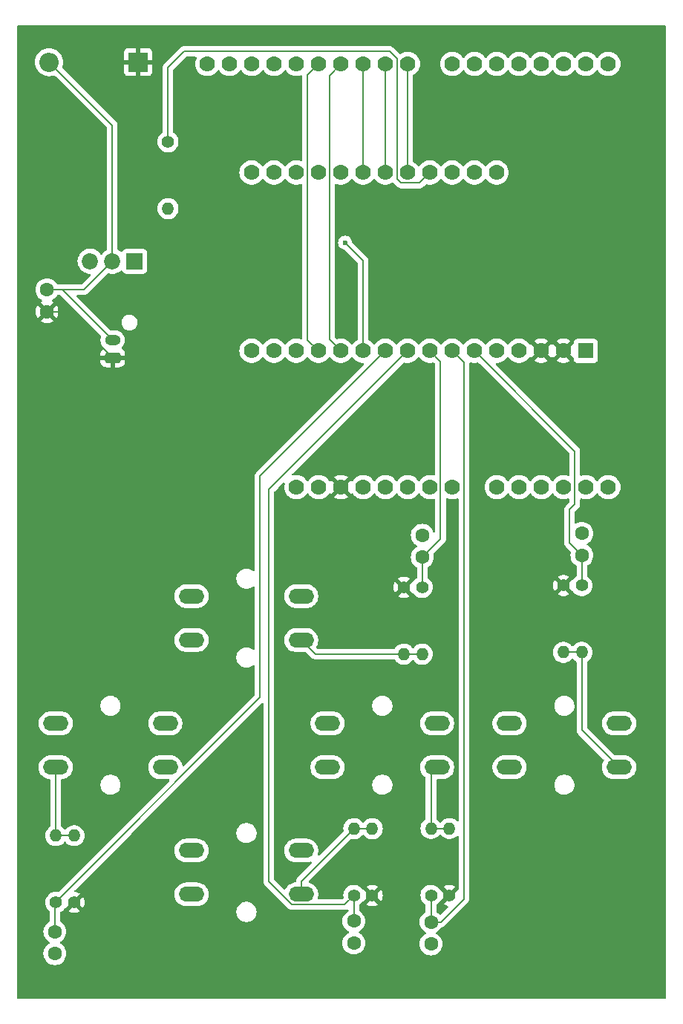
<source format=gbr>
%TF.GenerationSoftware,KiCad,Pcbnew,8.0.1*%
%TF.CreationDate,2024-05-06T19:00:19+02:00*%
%TF.ProjectId,teamagotchi,7465616d-6167-46f7-9463-68692e6b6963,rev?*%
%TF.SameCoordinates,Original*%
%TF.FileFunction,Copper,L1,Top*%
%TF.FilePolarity,Positive*%
%FSLAX46Y46*%
G04 Gerber Fmt 4.6, Leading zero omitted, Abs format (unit mm)*
G04 Created by KiCad (PCBNEW 8.0.1) date 2024-05-06 19:00:19*
%MOMM*%
%LPD*%
G01*
G04 APERTURE LIST*
G04 Aperture macros list*
%AMRoundRect*
0 Rectangle with rounded corners*
0 $1 Rounding radius*
0 $2 $3 $4 $5 $6 $7 $8 $9 X,Y pos of 4 corners*
0 Add a 4 corners polygon primitive as box body*
4,1,4,$2,$3,$4,$5,$6,$7,$8,$9,$2,$3,0*
0 Add four circle primitives for the rounded corners*
1,1,$1+$1,$2,$3*
1,1,$1+$1,$4,$5*
1,1,$1+$1,$6,$7*
1,1,$1+$1,$8,$9*
0 Add four rect primitives between the rounded corners*
20,1,$1+$1,$2,$3,$4,$5,0*
20,1,$1+$1,$4,$5,$6,$7,0*
20,1,$1+$1,$6,$7,$8,$9,0*
20,1,$1+$1,$8,$9,$2,$3,0*%
G04 Aperture macros list end*
%TA.AperFunction,ComponentPad*%
%ADD10C,1.778000*%
%TD*%
%TA.AperFunction,ComponentPad*%
%ADD11O,2.900000X1.700000*%
%TD*%
%TA.AperFunction,ComponentPad*%
%ADD12C,1.400000*%
%TD*%
%TA.AperFunction,ComponentPad*%
%ADD13O,1.400000X1.400000*%
%TD*%
%TA.AperFunction,ComponentPad*%
%ADD14C,1.600000*%
%TD*%
%TA.AperFunction,ComponentPad*%
%ADD15R,1.850000X1.850000*%
%TD*%
%TA.AperFunction,ComponentPad*%
%ADD16C,1.850000*%
%TD*%
%TA.AperFunction,ComponentPad*%
%ADD17R,2.200000X2.200000*%
%TD*%
%TA.AperFunction,ComponentPad*%
%ADD18O,2.200000X2.200000*%
%TD*%
%TA.AperFunction,ComponentPad*%
%ADD19R,1.778000X1.778000*%
%TD*%
%TA.AperFunction,ComponentPad*%
%ADD20RoundRect,0.250000X0.650000X-0.350000X0.650000X0.350000X-0.650000X0.350000X-0.650000X-0.350000X0*%
%TD*%
%TA.AperFunction,ComponentPad*%
%ADD21O,1.800000X1.200000*%
%TD*%
%TA.AperFunction,ViaPad*%
%ADD22C,0.600000*%
%TD*%
%TA.AperFunction,Conductor*%
%ADD23C,0.200000*%
%TD*%
G04 APERTURE END LIST*
D10*
%TO.P,TFT1,67*%
%TO.N,N/C*%
X152480000Y-99866000D03*
%TO.P,TFT1,51*%
X144860000Y-99866000D03*
%TO.P,TFT1,50,3/5V*%
%TO.N,/3.3V*%
X147400000Y-99866000D03*
%TO.P,TFT1,41*%
%TO.N,N/C*%
X155020000Y-99866000D03*
%TO.P,TFT1,40,GND*%
%TO.N,/GND*%
X157560000Y-99866000D03*
%TO.P,TFT1,28*%
%TO.N,N/C*%
X177880000Y-99866000D03*
%TO.P,TFT1,27*%
X175340000Y-99866000D03*
%TO.P,TFT1,26*%
X172800000Y-99866000D03*
%TO.P,TFT1,25*%
X170260000Y-99866000D03*
%TO.P,TFT1,24*%
X167720000Y-99866000D03*
%TO.P,TFT1,23*%
X165180000Y-99866000D03*
%TO.P,TFT1,22*%
X160100000Y-99866000D03*
%TO.P,TFT1,17*%
X132160000Y-51606000D03*
%TO.P,TFT1,16*%
X134700000Y-51606000D03*
%TO.P,TFT1,15*%
X137240000Y-51606000D03*
%TO.P,TFT1,14*%
X139780000Y-51606000D03*
%TO.P,TFT1,13,D13/SCLK*%
%TO.N,/SCK*%
X142320000Y-51606000D03*
%TO.P,TFT1,12,D12/MISO*%
%TO.N,/MISO*%
X144860000Y-51606000D03*
%TO.P,TFT1,11,D11/MOSI*%
%TO.N,/MOSI*%
X147400000Y-51606000D03*
%TO.P,TFT1,10,D10/TFT_CS*%
%TO.N,/TFT_CS*%
X149940000Y-51606000D03*
%TO.P,TFT1,9,D9/TFT_DC*%
%TO.N,/TFT_DC*%
X152480000Y-51606000D03*
%TO.P,TFT1,8,D8/Touch_CS*%
%TO.N,/TOUCH_CS*%
X155020000Y-51606000D03*
%TO.P,TFT1,7*%
%TO.N,N/C*%
X160100000Y-51606000D03*
%TO.P,TFT1,6*%
X162640000Y-51606000D03*
%TO.P,TFT1,5*%
X165180000Y-51606000D03*
%TO.P,TFT1,4,D4/SD_CS*%
%TO.N,/SD_CS*%
X167720000Y-51606000D03*
%TO.P,TFT1,3,D3*%
%TO.N,/BACK_LITE*%
X170260000Y-51606000D03*
%TO.P,TFT1,2*%
%TO.N,N/C*%
X172800000Y-51606000D03*
%TO.P,TFT1,1*%
X175340000Y-51606000D03*
%TO.P,TFT1,0*%
X177880000Y-51606000D03*
%TO.P,TFT1,*%
%TO.N,*%
X149940000Y-99866000D03*
X142320000Y-99866000D03*
%TD*%
D11*
%TO.P,SW4,1,1*%
%TO.N,/GND*%
X114860000Y-126806000D03*
X127360000Y-126806000D03*
%TO.P,SW4,2,2*%
%TO.N,Net-(R7-Pad2)*%
X114860000Y-131806000D03*
X127360000Y-131806000D03*
%TD*%
D12*
%TO.P,R6,1*%
%TO.N,/3.3V*%
X159760000Y-146416000D03*
D13*
%TO.P,R6,2*%
%TO.N,Net-(R5-Pad2)*%
X159760000Y-138796000D03*
%TD*%
%TO.P,R4,2*%
%TO.N,Net-(R3-Pad2)*%
X154560000Y-118906000D03*
D12*
%TO.P,R4,1*%
%TO.N,/3.3V*%
X154560000Y-111286000D03*
%TD*%
%TO.P,R12,1*%
%TO.N,/VIB_MOTOR*%
X127660000Y-60486000D03*
D13*
%TO.P,R12,2*%
%TO.N,Net-(Q2-Pad1)*%
X127660000Y-68106000D03*
%TD*%
D12*
%TO.P,R10,1*%
%TO.N,/3.3V*%
X150960000Y-146426000D03*
D13*
%TO.P,R10,2*%
%TO.N,Net-(R10-Pad2)*%
X150960000Y-138806000D03*
%TD*%
D12*
%TO.P,R9,1*%
%TO.N,/SW5*%
X148860000Y-146426000D03*
D13*
%TO.P,R9,2*%
%TO.N,Net-(R10-Pad2)*%
X148860000Y-138806000D03*
%TD*%
D12*
%TO.P,R8,1*%
%TO.N,/3.3V*%
X116960000Y-147226000D03*
D13*
%TO.P,R8,2*%
%TO.N,Net-(R7-Pad2)*%
X116960000Y-139606000D03*
%TD*%
D12*
%TO.P,R7,1*%
%TO.N,/SW4*%
X114860000Y-147216000D03*
D13*
%TO.P,R7,2*%
%TO.N,Net-(R7-Pad2)*%
X114860000Y-139596000D03*
%TD*%
D11*
%TO.P,SW2,1,1*%
%TO.N,/GND*%
X130360000Y-112306000D03*
X142860000Y-112306000D03*
%TO.P,SW2,2,2*%
%TO.N,Net-(R3-Pad2)*%
X130360000Y-117306000D03*
X142860000Y-117306000D03*
%TD*%
D14*
%TO.P,C6,2*%
%TO.N,/GND*%
X148860000Y-151856000D03*
%TO.P,C6,1*%
%TO.N,/SW5*%
X148860000Y-149356000D03*
%TD*%
%TO.P,C5,2*%
%TO.N,/GND*%
X114760000Y-153056000D03*
%TO.P,C5,1*%
%TO.N,/SW4*%
X114760000Y-150556000D03*
%TD*%
%TO.P,C4,2*%
%TO.N,/GND*%
X157660000Y-151956000D03*
%TO.P,C4,1*%
%TO.N,/SW3*%
X157660000Y-149456000D03*
%TD*%
%TO.P,C3,1*%
%TO.N,/SW2*%
X156660000Y-107856000D03*
%TO.P,C3,2*%
%TO.N,/GND*%
X156660000Y-105356000D03*
%TD*%
%TO.P,C2,2*%
%TO.N,/GND*%
X174860000Y-105146000D03*
%TO.P,C2,1*%
%TO.N,/SW1*%
X174860000Y-107646000D03*
%TD*%
D11*
%TO.P,SW5,1,1*%
%TO.N,/GND*%
X130360000Y-141306000D03*
X142860000Y-141306000D03*
%TO.P,SW5,2,2*%
%TO.N,Net-(R10-Pad2)*%
X130360000Y-146306000D03*
X142860000Y-146306000D03*
%TD*%
D15*
%TO.P,Q2,1*%
%TO.N,Net-(Q2-Pad1)*%
X123860000Y-74106000D03*
D16*
%TO.P,Q2,2*%
%TO.N,Net-(D1-A)*%
X121320000Y-74106000D03*
%TO.P,Q2,3*%
%TO.N,/GND*%
X118780000Y-74106000D03*
%TD*%
D13*
%TO.P,R3,2*%
%TO.N,Net-(R3-Pad2)*%
X156660000Y-118906000D03*
D12*
%TO.P,R3,1*%
%TO.N,/SW2*%
X156660000Y-111286000D03*
%TD*%
D11*
%TO.P,SW3,1,1*%
%TO.N,/GND*%
X145860000Y-126806000D03*
X158360000Y-126806000D03*
%TO.P,SW3,2,2*%
%TO.N,Net-(R5-Pad2)*%
X145860000Y-131806000D03*
X158360000Y-131806000D03*
%TD*%
%TO.P,SW1,2,2*%
%TO.N,Net-(R1-Pad2)*%
X179110000Y-131806000D03*
X166610000Y-131806000D03*
%TO.P,SW1,1,1*%
%TO.N,/GND*%
X179110000Y-126806000D03*
X166610000Y-126806000D03*
%TD*%
D12*
%TO.P,R2,1*%
%TO.N,/3.3V*%
X172760000Y-111086000D03*
D13*
%TO.P,R2,2*%
%TO.N,Net-(R1-Pad2)*%
X172760000Y-118706000D03*
%TD*%
D12*
%TO.P,R1,1*%
%TO.N,/SW1*%
X174860000Y-111086000D03*
D13*
%TO.P,R1,2*%
%TO.N,Net-(R1-Pad2)*%
X174860000Y-118706000D03*
%TD*%
D12*
%TO.P,R5,1*%
%TO.N,/SW3*%
X157660000Y-146416000D03*
D13*
%TO.P,R5,2*%
%TO.N,Net-(R5-Pad2)*%
X157660000Y-138796000D03*
%TD*%
D17*
%TO.P,D1,1,K*%
%TO.N,/3.3V*%
X124260000Y-51406000D03*
D18*
%TO.P,D1,2,A*%
%TO.N,Net-(D1-A)*%
X114100000Y-51406000D03*
%TD*%
D19*
%TO.P,U1,1,~{RESET}*%
%TO.N,unconnected-(U1-~{RESET}-Pad1)*%
X175300000Y-84326000D03*
D10*
%TO.P,U1,2,3V3*%
%TO.N,/3.3V*%
X172760000Y-84326000D03*
%TO.P,U1,3,3V3*%
X170220000Y-84326000D03*
%TO.P,U1,4,GND*%
%TO.N,/GND*%
X167680000Y-84326000D03*
%TO.P,U1,5,A0/0.02*%
%TO.N,unconnected-(U1-A0{slash}0.02-Pad5)*%
X165140000Y-84326000D03*
%TO.P,U1,6,A1/0.03*%
%TO.N,/SW1*%
X162600000Y-84326000D03*
%TO.P,U1,7,A2/0.04*%
%TO.N,/SW3*%
X160060000Y-84326000D03*
%TO.P,U1,8,A3/0.05*%
%TO.N,/SW2*%
X157520000Y-84326000D03*
%TO.P,U1,9,A4/0.28*%
%TO.N,/SW5*%
X154980000Y-84326000D03*
%TO.P,U1,10,A5/0.29*%
%TO.N,/SW4*%
X152440000Y-84326000D03*
%TO.P,U1,11,SCK*%
%TO.N,/SCK*%
X149900000Y-84326000D03*
%TO.P,U1,12,MOSI*%
%TO.N,/MOSI*%
X147360000Y-84326000D03*
%TO.P,U1,13,MISO*%
%TO.N,/MISO*%
X144820000Y-84326000D03*
%TO.P,U1,14,RXD*%
%TO.N,unconnected-(U1-RXD-Pad14)*%
X142280000Y-84326000D03*
%TO.P,U1,15,TXD*%
%TO.N,unconnected-(U1-TXD-Pad15)*%
X139740000Y-84326000D03*
%TO.P,U1,16,DFU*%
%TO.N,unconnected-(U1-DFU-Pad16)*%
X137200000Y-84326000D03*
%TO.P,U1,17,SDA*%
%TO.N,unconnected-(U1-SDA-Pad17)*%
X137200000Y-64006000D03*
%TO.P,U1,18,SCL*%
%TO.N,unconnected-(U1-SCL-Pad18)*%
X139740000Y-64006000D03*
%TO.P,U1,19,P0.27*%
%TO.N,/SD_CS*%
X142280000Y-64006000D03*
%TO.P,U1,20,A6/P0.30*%
%TO.N,/BACK_LITE*%
X144820000Y-64006000D03*
%TO.P,U1,21,A7/P0.31*%
%TO.N,unconnected-(U1-A7{slash}P0.31-Pad21)*%
X147360000Y-64006000D03*
%TO.P,U1,22,P0.11*%
%TO.N,/TFT_CS*%
X149900000Y-64006000D03*
%TO.P,U1,23,P0.07*%
%TO.N,/TFT_DC*%
X152440000Y-64006000D03*
%TO.P,U1,24,P0.15*%
%TO.N,/TOUCH_CS*%
X154980000Y-64006000D03*
%TO.P,U1,25,P0.16*%
%TO.N,/VIB_MOTOR*%
X157520000Y-64006000D03*
%TO.P,U1,26,VBUS*%
%TO.N,unconnected-(U1-VBUS-Pad26)*%
X160060000Y-64006000D03*
%TO.P,U1,27,EN*%
%TO.N,unconnected-(U1-EN-Pad27)*%
X162600000Y-64006000D03*
%TO.P,U1,28,VBAT*%
%TO.N,unconnected-(U1-VBAT-Pad28)*%
X165140000Y-64006000D03*
%TD*%
D20*
%TO.P,M1,1,+*%
%TO.N,/3.3V*%
X121360000Y-85106000D03*
D21*
%TO.P,M1,2,-*%
%TO.N,Net-(D1-A)*%
X121360000Y-83106000D03*
%TD*%
D14*
%TO.P,C1,1*%
%TO.N,/3.3V*%
X113860000Y-79856000D03*
%TO.P,C1,2*%
%TO.N,Net-(D1-A)*%
X113860000Y-77356000D03*
%TD*%
D22*
%TO.N,/SCK*%
X147860000Y-72006000D03*
%TD*%
D23*
%TO.N,Net-(D1-A)*%
X121320000Y-58626000D02*
X114100000Y-51406000D01*
X121320000Y-74106000D02*
X121320000Y-58626000D01*
X118070000Y-77356000D02*
X121320000Y-74106000D01*
X113860000Y-77356000D02*
X118070000Y-77356000D01*
%TO.N,Net-(R3-Pad2)*%
X154560000Y-118906000D02*
X144460000Y-118906000D01*
%TO.N,/SW1*%
X174060000Y-95786000D02*
X162600000Y-84326000D01*
X174060000Y-101806000D02*
X174060000Y-95786000D01*
X173460000Y-102406000D02*
X174060000Y-101806000D01*
X173460000Y-106246000D02*
X173460000Y-102406000D01*
X174860000Y-107646000D02*
X173460000Y-106246000D01*
%TO.N,/SW5*%
X139160000Y-100146000D02*
X154980000Y-84326000D01*
X139160000Y-144832346D02*
X139160000Y-100146000D01*
X147830000Y-147456000D02*
X141783654Y-147456000D01*
X141783654Y-147456000D02*
X139160000Y-144832346D01*
X148860000Y-146426000D02*
X147830000Y-147456000D01*
%TO.N,/SW4*%
X138160000Y-98606000D02*
X152440000Y-84326000D01*
X138160000Y-123856000D02*
X138160000Y-98606000D01*
X114760000Y-150556000D02*
X114760000Y-147256000D01*
X114760000Y-147256000D02*
X138160000Y-123856000D01*
%TO.N,/SW3*%
X161411000Y-85677000D02*
X160060000Y-84326000D01*
X161411000Y-146836370D02*
X161411000Y-85677000D01*
X158791370Y-149456000D02*
X161411000Y-146836370D01*
X157660000Y-149456000D02*
X158791370Y-149456000D01*
%TO.N,/SW2*%
X158749000Y-105767000D02*
X158749000Y-85555000D01*
X158749000Y-85555000D02*
X157520000Y-84326000D01*
X156660000Y-107856000D02*
X158749000Y-105767000D01*
%TO.N,Net-(R3-Pad2)*%
X156660000Y-118906000D02*
X154560000Y-118906000D01*
%TO.N,Net-(R1-Pad2)*%
X174860000Y-118706000D02*
X172760000Y-118706000D01*
%TO.N,/SW1*%
X174860000Y-111086000D02*
X174860000Y-107646000D01*
%TO.N,/SW2*%
X156660000Y-111286000D02*
X156660000Y-107856000D01*
%TO.N,Net-(R7-Pad2)*%
X114860000Y-139596000D02*
X114860000Y-131806000D01*
X114870000Y-139606000D02*
X114860000Y-139596000D01*
X116960000Y-139606000D02*
X114870000Y-139606000D01*
%TO.N,/SW4*%
X114760000Y-147316000D02*
X114860000Y-147216000D01*
X114760000Y-150556000D02*
X114760000Y-147316000D01*
%TO.N,Net-(R10-Pad2)*%
X150960000Y-138806000D02*
X148860000Y-138806000D01*
X148860000Y-138806000D02*
X142860000Y-144806000D01*
X142860000Y-144806000D02*
X142860000Y-146306000D01*
%TO.N,/SW5*%
X148860000Y-149356000D02*
X148860000Y-146426000D01*
%TO.N,Net-(R5-Pad2)*%
X157660000Y-132506000D02*
X158360000Y-131806000D01*
X157660000Y-138796000D02*
X157660000Y-132506000D01*
X159760000Y-138796000D02*
X157660000Y-138796000D01*
%TO.N,/SW3*%
X157660000Y-149456000D02*
X157660000Y-146416000D01*
%TO.N,Net-(R1-Pad2)*%
X174860000Y-118706000D02*
X174860000Y-127556000D01*
X174860000Y-127556000D02*
X179110000Y-131806000D01*
%TO.N,Net-(R3-Pad2)*%
X144460000Y-118906000D02*
X142860000Y-117306000D01*
%TO.N,/VIB_MOTOR*%
X153760000Y-64706000D02*
X154249000Y-65195000D01*
X156331000Y-65195000D02*
X157520000Y-64006000D01*
X153760000Y-51006000D02*
X153760000Y-64706000D01*
X129460000Y-50206000D02*
X152960000Y-50206000D01*
X152960000Y-50206000D02*
X153760000Y-51006000D01*
X154249000Y-65195000D02*
X156331000Y-65195000D01*
X127660000Y-52006000D02*
X129460000Y-50206000D01*
X127660000Y-60486000D02*
X127660000Y-52006000D01*
%TO.N,Net-(D1-A)*%
X115610000Y-77356000D02*
X121360000Y-83106000D01*
X113860000Y-77356000D02*
X115610000Y-77356000D01*
%TO.N,/3.3V*%
X116110000Y-79856000D02*
X121360000Y-85106000D01*
X113860000Y-79856000D02*
X116110000Y-79856000D01*
%TO.N,/TFT_CS*%
X149900000Y-51646000D02*
X149940000Y-51606000D01*
X149900000Y-64006000D02*
X149900000Y-51646000D01*
%TO.N,/TOUCH_CS*%
X154980000Y-64006000D02*
X154980000Y-51646000D01*
X154980000Y-51646000D02*
X155020000Y-51606000D01*
%TO.N,/MISO*%
X144820000Y-84326000D02*
X143560000Y-83066000D01*
X143560000Y-83066000D02*
X143560000Y-52906000D01*
X144880000Y-84386000D02*
X144820000Y-84326000D01*
X143560000Y-52906000D02*
X144860000Y-51606000D01*
%TO.N,/SCK*%
X149900000Y-74046000D02*
X147860000Y-72006000D01*
X149900000Y-84326000D02*
X149900000Y-74046000D01*
%TO.N,/TFT_DC*%
X152440000Y-51646000D02*
X152480000Y-51606000D01*
X152440000Y-64006000D02*
X152440000Y-51646000D01*
%TO.N,/MOSI*%
X146060000Y-83026000D02*
X146060000Y-52946000D01*
X146060000Y-52946000D02*
X147400000Y-51606000D01*
X147360000Y-84326000D02*
X146060000Y-83026000D01*
%TO.N,/SW1*%
X162600000Y-84326000D02*
X162880000Y-84326000D01*
%TO.N,Net-(R5-Pad2)*%
X145060000Y-131806000D02*
X145860000Y-131806000D01*
%TO.N,/3.3V*%
X147300000Y-99866000D02*
X147400000Y-99866000D01*
%TO.N,Net-(R10-Pad2)*%
X142860000Y-146306000D02*
X143110000Y-146056000D01*
%TO.N,/3.3V*%
X147360000Y-99246000D02*
X147420000Y-99306000D01*
%TD*%
%TA.AperFunction,Conductor*%
%TO.N,/3.3V*%
G36*
X156331905Y-85056193D02*
G01*
X156353809Y-85081472D01*
X156419728Y-85182370D01*
X156419731Y-85182373D01*
X156575692Y-85351792D01*
X156671138Y-85426080D01*
X156756868Y-85492807D01*
X156757411Y-85493229D01*
X156959931Y-85602828D01*
X157073025Y-85641653D01*
X157177725Y-85677597D01*
X157177727Y-85677597D01*
X157177729Y-85677598D01*
X157404863Y-85715500D01*
X157404864Y-85715500D01*
X157635136Y-85715500D01*
X157635137Y-85715500D01*
X157862271Y-85677598D01*
X157908239Y-85661816D01*
X157978034Y-85658666D01*
X158036182Y-85691417D01*
X158112181Y-85767416D01*
X158145666Y-85828739D01*
X158148500Y-85855097D01*
X158148500Y-98425259D01*
X158128815Y-98492298D01*
X158076011Y-98538053D01*
X158006853Y-98547997D01*
X157984238Y-98542540D01*
X157902276Y-98514402D01*
X157712992Y-98482817D01*
X157675137Y-98476500D01*
X157444863Y-98476500D01*
X157399436Y-98484080D01*
X157217725Y-98514402D01*
X156999938Y-98589169D01*
X156999930Y-98589172D01*
X156797408Y-98698772D01*
X156615694Y-98840206D01*
X156615689Y-98840211D01*
X156459727Y-99009630D01*
X156393808Y-99110528D01*
X156340662Y-99155884D01*
X156271431Y-99165308D01*
X156208095Y-99135806D01*
X156186192Y-99110528D01*
X156120272Y-99009630D01*
X156024963Y-98906097D01*
X155964308Y-98840208D01*
X155811775Y-98721487D01*
X155782591Y-98698772D01*
X155580069Y-98589172D01*
X155580061Y-98589169D01*
X155362274Y-98514402D01*
X155180849Y-98484128D01*
X155135137Y-98476500D01*
X154904863Y-98476500D01*
X154859436Y-98484080D01*
X154677725Y-98514402D01*
X154459938Y-98589169D01*
X154459930Y-98589172D01*
X154257408Y-98698772D01*
X154075694Y-98840206D01*
X154075689Y-98840211D01*
X153919727Y-99009630D01*
X153853808Y-99110528D01*
X153800662Y-99155884D01*
X153731431Y-99165308D01*
X153668095Y-99135806D01*
X153646192Y-99110528D01*
X153580272Y-99009630D01*
X153484963Y-98906097D01*
X153424308Y-98840208D01*
X153271775Y-98721487D01*
X153242591Y-98698772D01*
X153040069Y-98589172D01*
X153040061Y-98589169D01*
X152822274Y-98514402D01*
X152640849Y-98484128D01*
X152595137Y-98476500D01*
X152364863Y-98476500D01*
X152319436Y-98484080D01*
X152137725Y-98514402D01*
X151919938Y-98589169D01*
X151919930Y-98589172D01*
X151717408Y-98698772D01*
X151535694Y-98840206D01*
X151535689Y-98840211D01*
X151379727Y-99009630D01*
X151313808Y-99110528D01*
X151260662Y-99155884D01*
X151191431Y-99165308D01*
X151128095Y-99135806D01*
X151106192Y-99110528D01*
X151040272Y-99009630D01*
X150944963Y-98906097D01*
X150884308Y-98840208D01*
X150731775Y-98721487D01*
X150702591Y-98698772D01*
X150500069Y-98589172D01*
X150500061Y-98589169D01*
X150282274Y-98514402D01*
X150100849Y-98484128D01*
X150055137Y-98476500D01*
X149824863Y-98476500D01*
X149779436Y-98484080D01*
X149597725Y-98514402D01*
X149379938Y-98589169D01*
X149379930Y-98589172D01*
X149177408Y-98698772D01*
X148995694Y-98840206D01*
X148995689Y-98840211D01*
X148839727Y-99009631D01*
X148773508Y-99110987D01*
X148720362Y-99156343D01*
X148651131Y-99165767D01*
X148587795Y-99136265D01*
X148565892Y-99110987D01*
X148543238Y-99076313D01*
X147882962Y-99736589D01*
X147865925Y-99673007D01*
X147800099Y-99558993D01*
X147707007Y-99465901D01*
X147592993Y-99400075D01*
X147529409Y-99383037D01*
X148190958Y-98721486D01*
X148190958Y-98721484D01*
X148162322Y-98699196D01*
X148162316Y-98699192D01*
X147959868Y-98589632D01*
X147959859Y-98589629D01*
X147742150Y-98514889D01*
X147515095Y-98477000D01*
X147284905Y-98477000D01*
X147057849Y-98514889D01*
X146840140Y-98589629D01*
X146840132Y-98589632D01*
X146637681Y-98699194D01*
X146609040Y-98721485D01*
X146609040Y-98721487D01*
X147270591Y-99383037D01*
X147207007Y-99400075D01*
X147092993Y-99465901D01*
X146999901Y-99558993D01*
X146934075Y-99673007D01*
X146917037Y-99736591D01*
X146256760Y-99076314D01*
X146234108Y-99110986D01*
X146180961Y-99156342D01*
X146111730Y-99165766D01*
X146048394Y-99136264D01*
X146026490Y-99110986D01*
X146026191Y-99110528D01*
X145960269Y-99009627D01*
X145804308Y-98840208D01*
X145651775Y-98721487D01*
X145622591Y-98698772D01*
X145420069Y-98589172D01*
X145420061Y-98589169D01*
X145202274Y-98514402D01*
X145020849Y-98484128D01*
X144975137Y-98476500D01*
X144744863Y-98476500D01*
X144699436Y-98484080D01*
X144517725Y-98514402D01*
X144299938Y-98589169D01*
X144299930Y-98589172D01*
X144097408Y-98698772D01*
X143915694Y-98840206D01*
X143915689Y-98840211D01*
X143759727Y-99009630D01*
X143693808Y-99110528D01*
X143640662Y-99155884D01*
X143571431Y-99165308D01*
X143508095Y-99135806D01*
X143486192Y-99110528D01*
X143420272Y-99009630D01*
X143324963Y-98906097D01*
X143264308Y-98840208D01*
X143111775Y-98721487D01*
X143082591Y-98698772D01*
X142880069Y-98589172D01*
X142880061Y-98589169D01*
X142662274Y-98514402D01*
X142480849Y-98484128D01*
X142435137Y-98476500D01*
X142204863Y-98476500D01*
X142172415Y-98481914D01*
X141977723Y-98514402D01*
X141977721Y-98514403D01*
X141971645Y-98516489D01*
X141901846Y-98519634D01*
X141841428Y-98484543D01*
X141809572Y-98422358D01*
X141816393Y-98352822D01*
X141843708Y-98311526D01*
X154463819Y-85691415D01*
X154525140Y-85657932D01*
X154591760Y-85661816D01*
X154617951Y-85670808D01*
X154637728Y-85677598D01*
X154751296Y-85696549D01*
X154864863Y-85715500D01*
X154864864Y-85715500D01*
X155095136Y-85715500D01*
X155095137Y-85715500D01*
X155322271Y-85677598D01*
X155323693Y-85677110D01*
X155330662Y-85674717D01*
X155540069Y-85602828D01*
X155742589Y-85493229D01*
X155924308Y-85351792D01*
X156080269Y-85182373D01*
X156102759Y-85147950D01*
X156146191Y-85081472D01*
X156199337Y-85036115D01*
X156268569Y-85026691D01*
X156331905Y-85056193D01*
G37*
%TD.AperFunction*%
%TA.AperFunction,Conductor*%
G36*
X184402539Y-47226185D02*
G01*
X184448294Y-47278989D01*
X184459500Y-47330500D01*
X184459500Y-158081500D01*
X184439815Y-158148539D01*
X184387011Y-158194294D01*
X184335500Y-158205500D01*
X110584500Y-158205500D01*
X110517461Y-158185815D01*
X110471706Y-158133011D01*
X110460500Y-158081500D01*
X110460500Y-153056001D01*
X113454532Y-153056001D01*
X113474364Y-153282686D01*
X113474366Y-153282697D01*
X113533258Y-153502488D01*
X113533261Y-153502497D01*
X113629431Y-153708732D01*
X113629432Y-153708734D01*
X113759954Y-153895141D01*
X113920858Y-154056045D01*
X113920861Y-154056047D01*
X114107266Y-154186568D01*
X114313504Y-154282739D01*
X114533308Y-154341635D01*
X114695230Y-154355801D01*
X114759998Y-154361468D01*
X114760000Y-154361468D01*
X114760002Y-154361468D01*
X114816673Y-154356509D01*
X114986692Y-154341635D01*
X115206496Y-154282739D01*
X115412734Y-154186568D01*
X115599139Y-154056047D01*
X115760047Y-153895139D01*
X115890568Y-153708734D01*
X115986739Y-153502496D01*
X116045635Y-153282692D01*
X116065468Y-153056000D01*
X116045635Y-152829308D01*
X115986739Y-152609504D01*
X115890568Y-152403266D01*
X115760047Y-152216861D01*
X115760045Y-152216858D01*
X115599141Y-152055954D01*
X115412734Y-151925432D01*
X115397614Y-151918381D01*
X115345176Y-151872211D01*
X115326023Y-151805018D01*
X115346238Y-151738136D01*
X115397614Y-151693618D01*
X115412734Y-151686568D01*
X115599139Y-151556047D01*
X115760047Y-151395139D01*
X115890568Y-151208734D01*
X115986739Y-151002496D01*
X116045635Y-150782692D01*
X116065468Y-150556000D01*
X116045635Y-150329308D01*
X115986739Y-150109504D01*
X115890568Y-149903266D01*
X115760047Y-149716861D01*
X115760045Y-149716858D01*
X115599140Y-149555953D01*
X115413377Y-149425881D01*
X115369752Y-149371304D01*
X115360500Y-149324306D01*
X115360500Y-148387162D01*
X115380185Y-148320123D01*
X115419221Y-148281736D01*
X115498127Y-148232880D01*
X116306672Y-148232880D01*
X116422821Y-148304797D01*
X116422822Y-148304798D01*
X116630195Y-148385134D01*
X116848807Y-148426000D01*
X117071193Y-148426000D01*
X117228729Y-148396551D01*
X135459500Y-148396551D01*
X135487829Y-148575410D01*
X135543787Y-148747636D01*
X135543788Y-148747639D01*
X135626006Y-148908997D01*
X135732441Y-149055494D01*
X135732445Y-149055499D01*
X135860500Y-149183554D01*
X135860505Y-149183558D01*
X135988287Y-149276396D01*
X136007006Y-149289996D01*
X136074343Y-149324306D01*
X136168360Y-149372211D01*
X136168363Y-149372212D01*
X136227250Y-149391345D01*
X136340591Y-149428171D01*
X136423429Y-149441291D01*
X136519449Y-149456500D01*
X136519454Y-149456500D01*
X136700551Y-149456500D01*
X136787259Y-149442765D01*
X136879409Y-149428171D01*
X137051639Y-149372211D01*
X137212994Y-149289996D01*
X137359501Y-149183553D01*
X137487553Y-149055501D01*
X137593996Y-148908994D01*
X137676211Y-148747639D01*
X137732171Y-148575409D01*
X137755835Y-148426000D01*
X137760500Y-148396551D01*
X137760500Y-148215448D01*
X137744019Y-148111397D01*
X137732171Y-148036591D01*
X137704191Y-147950476D01*
X137676212Y-147864363D01*
X137676211Y-147864360D01*
X137645120Y-147803342D01*
X137593996Y-147703006D01*
X137538048Y-147626000D01*
X137487558Y-147556505D01*
X137487554Y-147556500D01*
X137359499Y-147428445D01*
X137359494Y-147428441D01*
X137212997Y-147322006D01*
X137212996Y-147322005D01*
X137212994Y-147322004D01*
X137161300Y-147295664D01*
X137051639Y-147239788D01*
X137051636Y-147239787D01*
X136879410Y-147183829D01*
X136700551Y-147155500D01*
X136700546Y-147155500D01*
X136519454Y-147155500D01*
X136519449Y-147155500D01*
X136340589Y-147183829D01*
X136168363Y-147239787D01*
X136168360Y-147239788D01*
X136007002Y-147322006D01*
X135860505Y-147428441D01*
X135860500Y-147428445D01*
X135732445Y-147556500D01*
X135732441Y-147556505D01*
X135626006Y-147703002D01*
X135543788Y-147864360D01*
X135543787Y-147864363D01*
X135487829Y-148036589D01*
X135459500Y-148215448D01*
X135459500Y-148396551D01*
X117228729Y-148396551D01*
X117289809Y-148385133D01*
X117497168Y-148304801D01*
X117497181Y-148304795D01*
X117613326Y-148232879D01*
X116960001Y-147579553D01*
X116960000Y-147579553D01*
X116306672Y-148232879D01*
X116306672Y-148232880D01*
X115498127Y-148232880D01*
X115586562Y-148178124D01*
X115750981Y-148028236D01*
X115825881Y-147929051D01*
X115881987Y-147887418D01*
X115933421Y-147880078D01*
X115951138Y-147881308D01*
X116610000Y-147222446D01*
X116610000Y-147272078D01*
X116633852Y-147361095D01*
X116679930Y-147440905D01*
X116745095Y-147506070D01*
X116824905Y-147552148D01*
X116913922Y-147576000D01*
X117006078Y-147576000D01*
X117095095Y-147552148D01*
X117174905Y-147506070D01*
X117240070Y-147440905D01*
X117286148Y-147361095D01*
X117310000Y-147272078D01*
X117310000Y-147226000D01*
X117313553Y-147226000D01*
X117968861Y-147881308D01*
X117984631Y-147860425D01*
X117984633Y-147860422D01*
X118083759Y-147661350D01*
X118144621Y-147447439D01*
X118165141Y-147226000D01*
X118165141Y-147225999D01*
X118144621Y-147004560D01*
X118083759Y-146790649D01*
X117984635Y-146591580D01*
X117984630Y-146591572D01*
X117968860Y-146570690D01*
X117313553Y-147225999D01*
X117313553Y-147226000D01*
X117310000Y-147226000D01*
X117310000Y-147179922D01*
X117286148Y-147090905D01*
X117240070Y-147011095D01*
X117174905Y-146945930D01*
X117095095Y-146899852D01*
X117006078Y-146876000D01*
X116956446Y-146876000D01*
X117420160Y-146412286D01*
X128409500Y-146412286D01*
X128437272Y-146587635D01*
X128442754Y-146622243D01*
X128494167Y-146780476D01*
X128508444Y-146824414D01*
X128604951Y-147013820D01*
X128729890Y-147185786D01*
X128880213Y-147336109D01*
X129052179Y-147461048D01*
X129052181Y-147461049D01*
X129052184Y-147461051D01*
X129241588Y-147557557D01*
X129443757Y-147623246D01*
X129653713Y-147656500D01*
X129653714Y-147656500D01*
X131066286Y-147656500D01*
X131066287Y-147656500D01*
X131276243Y-147623246D01*
X131478412Y-147557557D01*
X131667816Y-147461051D01*
X131695545Y-147440905D01*
X131839786Y-147336109D01*
X131839788Y-147336106D01*
X131839792Y-147336104D01*
X131990104Y-147185792D01*
X131990106Y-147185788D01*
X131990109Y-147185786D01*
X132115048Y-147013820D01*
X132115047Y-147013820D01*
X132115051Y-147013816D01*
X132211557Y-146824412D01*
X132277246Y-146622243D01*
X132310500Y-146412287D01*
X132310500Y-146199713D01*
X132277246Y-145989757D01*
X132211557Y-145787588D01*
X132115051Y-145598184D01*
X132115049Y-145598181D01*
X132115048Y-145598179D01*
X131990109Y-145426213D01*
X131839786Y-145275890D01*
X131667820Y-145150951D01*
X131478414Y-145054444D01*
X131478413Y-145054443D01*
X131478412Y-145054443D01*
X131276243Y-144988754D01*
X131276241Y-144988753D01*
X131276240Y-144988753D01*
X131114957Y-144963208D01*
X131066287Y-144955500D01*
X129653713Y-144955500D01*
X129605042Y-144963208D01*
X129443760Y-144988753D01*
X129241585Y-145054444D01*
X129052179Y-145150951D01*
X128880213Y-145275890D01*
X128729890Y-145426213D01*
X128604951Y-145598179D01*
X128508444Y-145787585D01*
X128442753Y-145989760D01*
X128409500Y-146199713D01*
X128409500Y-146412286D01*
X117420160Y-146412286D01*
X117613327Y-146219119D01*
X117497178Y-146147202D01*
X117497177Y-146147201D01*
X117289804Y-146066865D01*
X117107004Y-146032694D01*
X117044723Y-146001026D01*
X117009450Y-145940714D01*
X117012384Y-145870906D01*
X117042104Y-145823129D01*
X121452946Y-141412287D01*
X128409500Y-141412287D01*
X128442754Y-141622243D01*
X128499309Y-141796302D01*
X128508444Y-141824414D01*
X128604951Y-142013820D01*
X128729890Y-142185786D01*
X128880213Y-142336109D01*
X129052179Y-142461048D01*
X129052181Y-142461049D01*
X129052184Y-142461051D01*
X129241588Y-142557557D01*
X129443757Y-142623246D01*
X129653713Y-142656500D01*
X129653714Y-142656500D01*
X131066286Y-142656500D01*
X131066287Y-142656500D01*
X131276243Y-142623246D01*
X131478412Y-142557557D01*
X131667816Y-142461051D01*
X131689789Y-142445086D01*
X131839786Y-142336109D01*
X131839788Y-142336106D01*
X131839792Y-142336104D01*
X131990104Y-142185792D01*
X131990106Y-142185788D01*
X131990109Y-142185786D01*
X132115048Y-142013820D01*
X132115047Y-142013820D01*
X132115051Y-142013816D01*
X132211557Y-141824412D01*
X132277246Y-141622243D01*
X132310500Y-141412287D01*
X132310500Y-141199713D01*
X132277246Y-140989757D01*
X132211557Y-140787588D01*
X132115051Y-140598184D01*
X132115049Y-140598181D01*
X132115048Y-140598179D01*
X131990109Y-140426213D01*
X131839786Y-140275890D01*
X131667820Y-140150951D01*
X131478414Y-140054444D01*
X131478413Y-140054443D01*
X131478412Y-140054443D01*
X131276243Y-139988754D01*
X131276241Y-139988753D01*
X131276240Y-139988753D01*
X131114957Y-139963208D01*
X131066287Y-139955500D01*
X129653713Y-139955500D01*
X129605042Y-139963208D01*
X129443760Y-139988753D01*
X129443757Y-139988754D01*
X129281352Y-140041523D01*
X129241585Y-140054444D01*
X129052179Y-140150951D01*
X128880213Y-140275890D01*
X128729890Y-140426213D01*
X128604951Y-140598179D01*
X128508444Y-140787585D01*
X128442753Y-140989760D01*
X128409500Y-141199713D01*
X128409500Y-141412287D01*
X121452946Y-141412287D01*
X123468682Y-139396551D01*
X135459500Y-139396551D01*
X135487829Y-139575410D01*
X135543787Y-139747636D01*
X135543788Y-139747639D01*
X135626006Y-139908997D01*
X135732441Y-140055494D01*
X135732445Y-140055499D01*
X135860500Y-140183554D01*
X135860505Y-140183558D01*
X135925368Y-140230683D01*
X136007006Y-140289996D01*
X136112484Y-140343740D01*
X136168360Y-140372211D01*
X136168363Y-140372212D01*
X136254476Y-140400191D01*
X136340591Y-140428171D01*
X136423429Y-140441291D01*
X136519449Y-140456500D01*
X136519454Y-140456500D01*
X136700551Y-140456500D01*
X136787259Y-140442765D01*
X136879409Y-140428171D01*
X137051639Y-140372211D01*
X137212994Y-140289996D01*
X137359501Y-140183553D01*
X137487553Y-140055501D01*
X137593996Y-139908994D01*
X137676211Y-139747639D01*
X137732171Y-139575409D01*
X137746907Y-139482368D01*
X137760500Y-139396551D01*
X137760500Y-139215448D01*
X137744019Y-139111397D01*
X137732171Y-139036591D01*
X137677492Y-138868303D01*
X137676212Y-138864363D01*
X137676211Y-138864360D01*
X137641379Y-138796000D01*
X137593996Y-138703006D01*
X137551036Y-138643876D01*
X137487558Y-138556505D01*
X137487554Y-138556500D01*
X137359499Y-138428445D01*
X137359494Y-138428441D01*
X137212997Y-138322006D01*
X137212996Y-138322005D01*
X137212994Y-138322004D01*
X137161300Y-138295664D01*
X137051639Y-138239788D01*
X137051636Y-138239787D01*
X136879410Y-138183829D01*
X136700551Y-138155500D01*
X136700546Y-138155500D01*
X136519454Y-138155500D01*
X136519449Y-138155500D01*
X136340589Y-138183829D01*
X136168363Y-138239787D01*
X136168360Y-138239788D01*
X136007002Y-138322006D01*
X135860505Y-138428441D01*
X135860500Y-138428445D01*
X135732445Y-138556500D01*
X135732441Y-138556505D01*
X135626006Y-138703002D01*
X135543788Y-138864360D01*
X135543787Y-138864363D01*
X135487829Y-139036589D01*
X135459500Y-139215448D01*
X135459500Y-139396551D01*
X123468682Y-139396551D01*
X138347821Y-124517412D01*
X138409142Y-124483929D01*
X138478834Y-124488913D01*
X138534767Y-124530785D01*
X138559184Y-124596249D01*
X138559500Y-124605095D01*
X138559500Y-144745676D01*
X138559499Y-144745694D01*
X138559499Y-144911400D01*
X138559498Y-144911400D01*
X138600423Y-145064131D01*
X138629358Y-145114246D01*
X138629359Y-145114250D01*
X138629360Y-145114250D01*
X138679479Y-145201060D01*
X138679481Y-145201063D01*
X138798349Y-145319931D01*
X138798355Y-145319936D01*
X141298793Y-147820374D01*
X141298803Y-147820385D01*
X141303133Y-147824715D01*
X141303134Y-147824716D01*
X141414938Y-147936520D01*
X141501749Y-147986639D01*
X141501751Y-147986641D01*
X141539805Y-148008611D01*
X141551869Y-148015577D01*
X141704597Y-148056500D01*
X141862711Y-148056500D01*
X147743331Y-148056500D01*
X147743347Y-148056501D01*
X147750943Y-148056501D01*
X147909054Y-148056501D01*
X147909057Y-148056501D01*
X148061785Y-148015577D01*
X148061787Y-148015576D01*
X148073495Y-148008816D01*
X148141395Y-147992340D01*
X148207423Y-148015189D01*
X148250616Y-148070109D01*
X148259500Y-148116200D01*
X148259500Y-148124306D01*
X148239815Y-148191345D01*
X148206623Y-148225881D01*
X148020859Y-148355953D01*
X147859954Y-148516858D01*
X147729432Y-148703265D01*
X147729431Y-148703267D01*
X147633261Y-148909502D01*
X147633258Y-148909511D01*
X147574366Y-149129302D01*
X147574364Y-149129313D01*
X147554532Y-149355998D01*
X147554532Y-149356001D01*
X147574364Y-149582686D01*
X147574366Y-149582697D01*
X147633258Y-149802488D01*
X147633261Y-149802497D01*
X147729431Y-150008732D01*
X147729432Y-150008734D01*
X147859954Y-150195141D01*
X148020858Y-150356045D01*
X148020861Y-150356047D01*
X148207266Y-150486568D01*
X148222387Y-150493619D01*
X148274825Y-150539791D01*
X148293976Y-150606985D01*
X148273760Y-150673866D01*
X148222387Y-150718380D01*
X148207266Y-150725432D01*
X148207264Y-150725433D01*
X148020858Y-150855954D01*
X147859954Y-151016858D01*
X147729432Y-151203265D01*
X147729431Y-151203267D01*
X147633261Y-151409502D01*
X147633258Y-151409511D01*
X147574366Y-151629302D01*
X147574364Y-151629313D01*
X147554532Y-151855998D01*
X147554532Y-151856001D01*
X147574364Y-152082686D01*
X147574366Y-152082697D01*
X147633258Y-152302488D01*
X147633261Y-152302497D01*
X147729431Y-152508732D01*
X147729432Y-152508734D01*
X147859954Y-152695141D01*
X148020858Y-152856045D01*
X148020861Y-152856047D01*
X148207266Y-152986568D01*
X148413504Y-153082739D01*
X148633308Y-153141635D01*
X148795230Y-153155801D01*
X148859998Y-153161468D01*
X148860000Y-153161468D01*
X148860002Y-153161468D01*
X148916673Y-153156509D01*
X149086692Y-153141635D01*
X149306496Y-153082739D01*
X149512734Y-152986568D01*
X149699139Y-152856047D01*
X149860047Y-152695139D01*
X149990568Y-152508734D01*
X150086739Y-152302496D01*
X150145635Y-152082692D01*
X150165468Y-151856000D01*
X150145635Y-151629308D01*
X150086739Y-151409504D01*
X149990568Y-151203266D01*
X149860047Y-151016861D01*
X149860045Y-151016858D01*
X149699141Y-150855954D01*
X149512734Y-150725432D01*
X149497614Y-150718381D01*
X149445176Y-150672211D01*
X149426023Y-150605018D01*
X149446238Y-150538136D01*
X149497614Y-150493618D01*
X149512734Y-150486568D01*
X149699139Y-150356047D01*
X149860047Y-150195139D01*
X149990568Y-150008734D01*
X150086739Y-149802496D01*
X150145635Y-149582692D01*
X150165468Y-149356000D01*
X150145635Y-149129308D01*
X150086739Y-148909504D01*
X149990568Y-148703266D01*
X149860047Y-148516861D01*
X149860045Y-148516858D01*
X149699140Y-148355953D01*
X149513377Y-148225881D01*
X149469752Y-148171304D01*
X149460500Y-148124306D01*
X149460500Y-147535244D01*
X149480185Y-147468205D01*
X149516107Y-147432880D01*
X150306672Y-147432880D01*
X150422821Y-147504797D01*
X150422822Y-147504798D01*
X150630195Y-147585134D01*
X150848807Y-147626000D01*
X151071193Y-147626000D01*
X151289809Y-147585133D01*
X151497168Y-147504801D01*
X151497181Y-147504795D01*
X151613326Y-147432879D01*
X150960001Y-146779553D01*
X150960000Y-146779553D01*
X150306672Y-147432879D01*
X150306672Y-147432880D01*
X149516107Y-147432880D01*
X149519220Y-147429819D01*
X149586562Y-147388124D01*
X149713858Y-147272078D01*
X149750978Y-147238239D01*
X149750978Y-147238238D01*
X149750981Y-147238236D01*
X149833057Y-147129548D01*
X149889161Y-147087916D01*
X149940596Y-147080576D01*
X149951139Y-147081307D01*
X150560369Y-146472078D01*
X150610000Y-146472078D01*
X150633852Y-146561095D01*
X150679930Y-146640905D01*
X150745095Y-146706070D01*
X150824905Y-146752148D01*
X150913922Y-146776000D01*
X151006078Y-146776000D01*
X151095095Y-146752148D01*
X151174905Y-146706070D01*
X151240070Y-146640905D01*
X151286148Y-146561095D01*
X151310000Y-146472078D01*
X151310000Y-146426000D01*
X151313553Y-146426000D01*
X151968861Y-147081308D01*
X151984631Y-147060425D01*
X151984633Y-147060422D01*
X152083759Y-146861350D01*
X152144621Y-146647439D01*
X152165141Y-146426000D01*
X152165141Y-146425999D01*
X152144621Y-146204560D01*
X152083759Y-145990649D01*
X151984635Y-145791580D01*
X151984630Y-145791572D01*
X151968860Y-145770690D01*
X151313553Y-146425999D01*
X151313553Y-146426000D01*
X151310000Y-146426000D01*
X151310000Y-146379922D01*
X151286148Y-146290905D01*
X151240070Y-146211095D01*
X151174905Y-146145930D01*
X151095095Y-146099852D01*
X151006078Y-146076000D01*
X150913922Y-146076000D01*
X150824905Y-146099852D01*
X150745095Y-146145930D01*
X150679930Y-146211095D01*
X150633852Y-146290905D01*
X150610000Y-146379922D01*
X150610000Y-146472078D01*
X150560369Y-146472078D01*
X150606447Y-146426000D01*
X149951137Y-145770690D01*
X149940595Y-145771422D01*
X149872354Y-145756427D01*
X149833055Y-145722447D01*
X149750979Y-145613761D01*
X149586562Y-145463876D01*
X149586560Y-145463874D01*
X149514278Y-145419119D01*
X150306671Y-145419119D01*
X150960000Y-146072447D01*
X150960001Y-146072447D01*
X151613327Y-145419119D01*
X151497178Y-145347202D01*
X151497177Y-145347201D01*
X151289804Y-145266865D01*
X151071193Y-145226000D01*
X150848807Y-145226000D01*
X150630195Y-145266865D01*
X150422824Y-145347200D01*
X150422823Y-145347201D01*
X150306671Y-145419119D01*
X149514278Y-145419119D01*
X149397404Y-145346754D01*
X149397398Y-145346752D01*
X149189940Y-145266382D01*
X148971243Y-145225500D01*
X148748757Y-145225500D01*
X148530060Y-145266382D01*
X148505502Y-145275896D01*
X148322601Y-145346752D01*
X148322595Y-145346754D01*
X148133439Y-145463874D01*
X148133437Y-145463876D01*
X147969020Y-145613761D01*
X147834943Y-145791308D01*
X147834938Y-145791316D01*
X147735775Y-145990461D01*
X147735769Y-145990476D01*
X147674885Y-146204462D01*
X147674884Y-146204464D01*
X147654357Y-146425999D01*
X147654357Y-146426000D01*
X147674885Y-146647537D01*
X147680270Y-146666463D01*
X147679683Y-146736330D01*
X147648687Y-146788077D01*
X147617585Y-146819180D01*
X147556262Y-146852666D01*
X147529902Y-146855500D01*
X144872127Y-146855500D01*
X144805088Y-146835815D01*
X144759333Y-146783011D01*
X144749389Y-146713853D01*
X144754196Y-146693182D01*
X144777246Y-146622243D01*
X144810500Y-146412287D01*
X144810500Y-146199713D01*
X144777246Y-145989757D01*
X144711557Y-145787588D01*
X144615051Y-145598184D01*
X144615049Y-145598181D01*
X144615048Y-145598179D01*
X144490109Y-145426213D01*
X144339786Y-145275890D01*
X144167820Y-145150951D01*
X143978416Y-145054444D01*
X143780176Y-144990032D01*
X143722501Y-144950594D01*
X143695303Y-144886235D01*
X143707218Y-144817389D01*
X143730811Y-144784423D01*
X148500319Y-140014914D01*
X148561640Y-139981431D01*
X148610783Y-139980708D01*
X148748757Y-140006500D01*
X148748759Y-140006500D01*
X148971241Y-140006500D01*
X148971243Y-140006500D01*
X149189940Y-139965618D01*
X149397401Y-139885247D01*
X149586562Y-139768124D01*
X149750981Y-139618236D01*
X149811047Y-139538695D01*
X149867154Y-139497060D01*
X149936866Y-139492368D01*
X149998048Y-139526110D01*
X150008947Y-139538688D01*
X150069019Y-139618236D01*
X150222467Y-139758123D01*
X150233437Y-139768123D01*
X150233439Y-139768125D01*
X150422595Y-139885245D01*
X150422596Y-139885245D01*
X150422599Y-139885247D01*
X150630060Y-139965618D01*
X150848757Y-140006500D01*
X150848759Y-140006500D01*
X151071241Y-140006500D01*
X151071243Y-140006500D01*
X151289940Y-139965618D01*
X151497401Y-139885247D01*
X151686562Y-139768124D01*
X151850981Y-139618236D01*
X151985058Y-139440689D01*
X152084229Y-139241528D01*
X152145115Y-139027536D01*
X152165643Y-138806000D01*
X152145115Y-138584464D01*
X152084229Y-138370472D01*
X152079250Y-138360472D01*
X151985061Y-138171316D01*
X151985056Y-138171308D01*
X151850979Y-137993761D01*
X151686562Y-137843876D01*
X151686560Y-137843874D01*
X151497404Y-137726754D01*
X151497398Y-137726752D01*
X151289940Y-137646382D01*
X151071243Y-137605500D01*
X150848757Y-137605500D01*
X150630060Y-137646382D01*
X150525848Y-137686754D01*
X150422601Y-137726752D01*
X150422595Y-137726754D01*
X150233439Y-137843874D01*
X150233437Y-137843876D01*
X150069020Y-137993761D01*
X150008954Y-138073303D01*
X149952845Y-138114939D01*
X149883133Y-138119630D01*
X149821951Y-138085888D01*
X149811046Y-138073303D01*
X149750979Y-137993761D01*
X149586562Y-137843876D01*
X149586560Y-137843874D01*
X149397404Y-137726754D01*
X149397398Y-137726752D01*
X149189940Y-137646382D01*
X148971243Y-137605500D01*
X148748757Y-137605500D01*
X148530060Y-137646382D01*
X148425848Y-137686754D01*
X148322601Y-137726752D01*
X148322595Y-137726754D01*
X148133439Y-137843874D01*
X148133437Y-137843876D01*
X147969020Y-137993761D01*
X147834943Y-138171308D01*
X147834938Y-138171316D01*
X147735775Y-138370461D01*
X147735769Y-138370476D01*
X147674885Y-138584462D01*
X147674884Y-138584464D01*
X147654357Y-138805999D01*
X147654357Y-138806000D01*
X147674885Y-139027537D01*
X147680270Y-139046463D01*
X147679683Y-139116330D01*
X147648685Y-139168078D01*
X144941626Y-141875137D01*
X144880303Y-141908622D01*
X144810611Y-141903638D01*
X144754678Y-141861766D01*
X144730261Y-141796302D01*
X144736013Y-141749144D01*
X144777246Y-141622243D01*
X144810500Y-141412287D01*
X144810500Y-141199713D01*
X144777246Y-140989757D01*
X144711557Y-140787588D01*
X144615051Y-140598184D01*
X144615049Y-140598181D01*
X144615048Y-140598179D01*
X144490109Y-140426213D01*
X144339786Y-140275890D01*
X144167820Y-140150951D01*
X143978414Y-140054444D01*
X143978413Y-140054443D01*
X143978412Y-140054443D01*
X143776243Y-139988754D01*
X143776241Y-139988753D01*
X143776240Y-139988753D01*
X143614957Y-139963208D01*
X143566287Y-139955500D01*
X142153713Y-139955500D01*
X142105042Y-139963208D01*
X141943760Y-139988753D01*
X141943757Y-139988754D01*
X141781352Y-140041523D01*
X141741585Y-140054444D01*
X141552179Y-140150951D01*
X141380213Y-140275890D01*
X141229890Y-140426213D01*
X141104951Y-140598179D01*
X141008444Y-140787585D01*
X140942753Y-140989760D01*
X140909500Y-141199713D01*
X140909500Y-141412287D01*
X140942754Y-141622243D01*
X140999309Y-141796302D01*
X141008444Y-141824414D01*
X141104951Y-142013820D01*
X141229890Y-142185786D01*
X141380213Y-142336109D01*
X141552179Y-142461048D01*
X141552181Y-142461049D01*
X141552184Y-142461051D01*
X141741588Y-142557557D01*
X141943757Y-142623246D01*
X142153713Y-142656500D01*
X142153714Y-142656500D01*
X143566286Y-142656500D01*
X143566287Y-142656500D01*
X143776243Y-142623246D01*
X143903141Y-142582013D01*
X143972978Y-142580019D01*
X144032811Y-142616099D01*
X144063640Y-142678799D01*
X144055676Y-142748214D01*
X144029137Y-142787626D01*
X142491286Y-144325478D01*
X142379481Y-144437282D01*
X142379479Y-144437285D01*
X142329361Y-144524094D01*
X142329359Y-144524096D01*
X142300425Y-144574209D01*
X142300424Y-144574210D01*
X142284544Y-144633472D01*
X142259499Y-144726943D01*
X142259499Y-144726945D01*
X142259499Y-144832839D01*
X142239814Y-144899878D01*
X142187010Y-144945633D01*
X142154897Y-144955312D01*
X141943760Y-144988753D01*
X141741585Y-145054444D01*
X141552179Y-145150951D01*
X141380213Y-145275890D01*
X141229890Y-145426213D01*
X141104949Y-145598182D01*
X141071084Y-145664645D01*
X141023109Y-145715441D01*
X140955288Y-145732235D01*
X140889153Y-145709697D01*
X140872919Y-145696030D01*
X139796819Y-144619930D01*
X139763334Y-144558607D01*
X139760500Y-144532249D01*
X139760500Y-133896551D01*
X150959500Y-133896551D01*
X150987829Y-134075410D01*
X151043787Y-134247636D01*
X151043788Y-134247639D01*
X151126006Y-134408997D01*
X151232441Y-134555494D01*
X151232445Y-134555499D01*
X151360500Y-134683554D01*
X151360505Y-134683558D01*
X151488287Y-134776396D01*
X151507006Y-134789996D01*
X151612484Y-134843740D01*
X151668360Y-134872211D01*
X151668363Y-134872212D01*
X151754476Y-134900191D01*
X151840591Y-134928171D01*
X151923429Y-134941291D01*
X152019449Y-134956500D01*
X152019454Y-134956500D01*
X152200551Y-134956500D01*
X152287259Y-134942765D01*
X152379409Y-134928171D01*
X152551639Y-134872211D01*
X152712994Y-134789996D01*
X152859501Y-134683553D01*
X152987553Y-134555501D01*
X153093996Y-134408994D01*
X153176211Y-134247639D01*
X153232171Y-134075409D01*
X153246765Y-133983259D01*
X153260500Y-133896551D01*
X153260500Y-133715448D01*
X153244019Y-133611397D01*
X153232171Y-133536591D01*
X153204191Y-133450476D01*
X153176212Y-133364363D01*
X153176211Y-133364360D01*
X153133481Y-133280500D01*
X153093996Y-133203006D01*
X153067376Y-133166366D01*
X152987558Y-133056505D01*
X152987554Y-133056500D01*
X152859499Y-132928445D01*
X152859494Y-132928441D01*
X152712997Y-132822006D01*
X152712996Y-132822005D01*
X152712994Y-132822004D01*
X152661300Y-132795664D01*
X152551639Y-132739788D01*
X152551636Y-132739787D01*
X152379410Y-132683829D01*
X152200551Y-132655500D01*
X152200546Y-132655500D01*
X152019454Y-132655500D01*
X152019449Y-132655500D01*
X151840589Y-132683829D01*
X151668363Y-132739787D01*
X151668360Y-132739788D01*
X151507002Y-132822006D01*
X151360505Y-132928441D01*
X151360500Y-132928445D01*
X151232445Y-133056500D01*
X151232441Y-133056505D01*
X151126006Y-133203002D01*
X151043788Y-133364360D01*
X151043787Y-133364363D01*
X150987829Y-133536589D01*
X150959500Y-133715448D01*
X150959500Y-133896551D01*
X139760500Y-133896551D01*
X139760500Y-131912286D01*
X143909500Y-131912286D01*
X143942753Y-132122239D01*
X144008444Y-132324414D01*
X144104951Y-132513820D01*
X144229890Y-132685786D01*
X144380213Y-132836109D01*
X144552179Y-132961048D01*
X144552181Y-132961049D01*
X144552184Y-132961051D01*
X144741588Y-133057557D01*
X144943757Y-133123246D01*
X145153713Y-133156500D01*
X145153714Y-133156500D01*
X146566286Y-133156500D01*
X146566287Y-133156500D01*
X146776243Y-133123246D01*
X146978412Y-133057557D01*
X147167816Y-132961051D01*
X147212700Y-132928441D01*
X147339786Y-132836109D01*
X147339788Y-132836106D01*
X147339792Y-132836104D01*
X147490104Y-132685792D01*
X147490106Y-132685788D01*
X147490109Y-132685786D01*
X147615048Y-132513820D01*
X147615047Y-132513820D01*
X147615051Y-132513816D01*
X147711557Y-132324412D01*
X147777246Y-132122243D01*
X147810500Y-131912287D01*
X147810500Y-131699713D01*
X147777246Y-131489757D01*
X147711557Y-131287588D01*
X147615051Y-131098184D01*
X147615049Y-131098181D01*
X147615048Y-131098179D01*
X147490109Y-130926213D01*
X147339786Y-130775890D01*
X147167820Y-130650951D01*
X146978414Y-130554444D01*
X146978413Y-130554443D01*
X146978412Y-130554443D01*
X146776243Y-130488754D01*
X146776241Y-130488753D01*
X146776240Y-130488753D01*
X146614957Y-130463208D01*
X146566287Y-130455500D01*
X145153713Y-130455500D01*
X145105042Y-130463208D01*
X144943760Y-130488753D01*
X144741585Y-130554444D01*
X144552179Y-130650951D01*
X144380213Y-130775890D01*
X144229890Y-130926213D01*
X144104951Y-131098179D01*
X144008444Y-131287585D01*
X143942753Y-131489760D01*
X143909500Y-131699713D01*
X143909500Y-131912286D01*
X139760500Y-131912286D01*
X139760500Y-126912287D01*
X143909500Y-126912287D01*
X143942754Y-127122243D01*
X144002871Y-127307264D01*
X144008444Y-127324414D01*
X144104951Y-127513820D01*
X144229890Y-127685786D01*
X144380213Y-127836109D01*
X144552179Y-127961048D01*
X144552181Y-127961049D01*
X144552184Y-127961051D01*
X144741588Y-128057557D01*
X144943757Y-128123246D01*
X145153713Y-128156500D01*
X145153714Y-128156500D01*
X146566286Y-128156500D01*
X146566287Y-128156500D01*
X146776243Y-128123246D01*
X146978412Y-128057557D01*
X147167816Y-127961051D01*
X147189789Y-127945086D01*
X147339786Y-127836109D01*
X147339788Y-127836106D01*
X147339792Y-127836104D01*
X147490104Y-127685792D01*
X147490106Y-127685788D01*
X147490109Y-127685786D01*
X147615048Y-127513820D01*
X147615047Y-127513820D01*
X147615051Y-127513816D01*
X147711557Y-127324412D01*
X147777246Y-127122243D01*
X147810500Y-126912287D01*
X156409500Y-126912287D01*
X156442754Y-127122243D01*
X156502871Y-127307264D01*
X156508444Y-127324414D01*
X156604951Y-127513820D01*
X156729890Y-127685786D01*
X156880213Y-127836109D01*
X157052179Y-127961048D01*
X157052181Y-127961049D01*
X157052184Y-127961051D01*
X157241588Y-128057557D01*
X157443757Y-128123246D01*
X157653713Y-128156500D01*
X157653714Y-128156500D01*
X159066286Y-128156500D01*
X159066287Y-128156500D01*
X159276243Y-128123246D01*
X159478412Y-128057557D01*
X159667816Y-127961051D01*
X159689789Y-127945086D01*
X159839786Y-127836109D01*
X159839788Y-127836106D01*
X159839792Y-127836104D01*
X159990104Y-127685792D01*
X159990106Y-127685788D01*
X159990109Y-127685786D01*
X160115048Y-127513820D01*
X160115047Y-127513820D01*
X160115051Y-127513816D01*
X160211557Y-127324412D01*
X160277246Y-127122243D01*
X160310500Y-126912287D01*
X160310500Y-126699713D01*
X160277246Y-126489757D01*
X160211557Y-126287588D01*
X160115051Y-126098184D01*
X160115049Y-126098181D01*
X160115048Y-126098179D01*
X159990109Y-125926213D01*
X159839786Y-125775890D01*
X159667820Y-125650951D01*
X159478414Y-125554444D01*
X159478413Y-125554443D01*
X159478412Y-125554443D01*
X159276243Y-125488754D01*
X159276241Y-125488753D01*
X159276240Y-125488753D01*
X159114957Y-125463208D01*
X159066287Y-125455500D01*
X157653713Y-125455500D01*
X157605042Y-125463208D01*
X157443760Y-125488753D01*
X157241585Y-125554444D01*
X157052179Y-125650951D01*
X156880213Y-125775890D01*
X156729890Y-125926213D01*
X156604951Y-126098179D01*
X156508444Y-126287585D01*
X156442753Y-126489760D01*
X156409500Y-126699713D01*
X156409500Y-126912287D01*
X147810500Y-126912287D01*
X147810500Y-126699713D01*
X147777246Y-126489757D01*
X147711557Y-126287588D01*
X147615051Y-126098184D01*
X147615049Y-126098181D01*
X147615048Y-126098179D01*
X147490109Y-125926213D01*
X147339786Y-125775890D01*
X147167820Y-125650951D01*
X146978414Y-125554444D01*
X146978413Y-125554443D01*
X146978412Y-125554443D01*
X146776243Y-125488754D01*
X146776241Y-125488753D01*
X146776240Y-125488753D01*
X146614957Y-125463208D01*
X146566287Y-125455500D01*
X145153713Y-125455500D01*
X145105042Y-125463208D01*
X144943760Y-125488753D01*
X144741585Y-125554444D01*
X144552179Y-125650951D01*
X144380213Y-125775890D01*
X144229890Y-125926213D01*
X144104951Y-126098179D01*
X144008444Y-126287585D01*
X143942753Y-126489760D01*
X143909500Y-126699713D01*
X143909500Y-126912287D01*
X139760500Y-126912287D01*
X139760500Y-124896551D01*
X150959500Y-124896551D01*
X150987829Y-125075410D01*
X151043787Y-125247636D01*
X151043788Y-125247639D01*
X151126006Y-125408997D01*
X151232441Y-125555494D01*
X151232445Y-125555499D01*
X151360500Y-125683554D01*
X151360505Y-125683558D01*
X151487591Y-125775890D01*
X151507006Y-125789996D01*
X151612484Y-125843740D01*
X151668360Y-125872211D01*
X151668363Y-125872212D01*
X151754476Y-125900191D01*
X151840591Y-125928171D01*
X151923429Y-125941291D01*
X152019449Y-125956500D01*
X152019454Y-125956500D01*
X152200551Y-125956500D01*
X152287259Y-125942765D01*
X152379409Y-125928171D01*
X152551639Y-125872211D01*
X152712994Y-125789996D01*
X152859501Y-125683553D01*
X152987553Y-125555501D01*
X153093996Y-125408994D01*
X153176211Y-125247639D01*
X153232171Y-125075409D01*
X153246765Y-124983259D01*
X153260500Y-124896551D01*
X153260500Y-124715448D01*
X153241620Y-124596249D01*
X153232171Y-124536591D01*
X153176211Y-124364361D01*
X153176211Y-124364360D01*
X153146340Y-124305736D01*
X153093996Y-124203006D01*
X153080396Y-124184287D01*
X152987558Y-124056505D01*
X152987554Y-124056500D01*
X152859499Y-123928445D01*
X152859494Y-123928441D01*
X152712997Y-123822006D01*
X152712996Y-123822005D01*
X152712994Y-123822004D01*
X152661300Y-123795664D01*
X152551639Y-123739788D01*
X152551636Y-123739787D01*
X152379410Y-123683829D01*
X152200551Y-123655500D01*
X152200546Y-123655500D01*
X152019454Y-123655500D01*
X152019449Y-123655500D01*
X151840589Y-123683829D01*
X151668363Y-123739787D01*
X151668360Y-123739788D01*
X151507002Y-123822006D01*
X151360505Y-123928441D01*
X151360500Y-123928445D01*
X151232445Y-124056500D01*
X151232441Y-124056505D01*
X151126006Y-124203002D01*
X151043788Y-124364360D01*
X151043787Y-124364363D01*
X150987829Y-124536589D01*
X150959500Y-124715448D01*
X150959500Y-124896551D01*
X139760500Y-124896551D01*
X139760500Y-117412287D01*
X140909500Y-117412287D01*
X140942754Y-117622243D01*
X140983089Y-117746382D01*
X141008444Y-117824414D01*
X141104951Y-118013820D01*
X141229890Y-118185786D01*
X141380213Y-118336109D01*
X141552179Y-118461048D01*
X141552181Y-118461049D01*
X141552184Y-118461051D01*
X141741588Y-118557557D01*
X141943757Y-118623246D01*
X142153713Y-118656500D01*
X143309902Y-118656500D01*
X143376941Y-118676185D01*
X143397583Y-118692819D01*
X144091284Y-119386520D01*
X144091286Y-119386521D01*
X144091290Y-119386524D01*
X144181658Y-119438697D01*
X144228216Y-119465577D01*
X144380943Y-119506501D01*
X144380945Y-119506501D01*
X144546654Y-119506501D01*
X144546670Y-119506500D01*
X153447379Y-119506500D01*
X153514418Y-119526185D01*
X153546333Y-119555773D01*
X153669020Y-119718238D01*
X153833437Y-119868123D01*
X153833439Y-119868125D01*
X154022595Y-119985245D01*
X154022596Y-119985245D01*
X154022599Y-119985247D01*
X154230060Y-120065618D01*
X154448757Y-120106500D01*
X154448759Y-120106500D01*
X154671241Y-120106500D01*
X154671243Y-120106500D01*
X154889940Y-120065618D01*
X155097401Y-119985247D01*
X155286562Y-119868124D01*
X155450981Y-119718236D01*
X155511047Y-119638695D01*
X155567154Y-119597060D01*
X155636866Y-119592368D01*
X155698048Y-119626110D01*
X155708947Y-119638688D01*
X155762661Y-119709816D01*
X155769021Y-119718238D01*
X155933437Y-119868123D01*
X155933439Y-119868125D01*
X156122595Y-119985245D01*
X156122596Y-119985245D01*
X156122599Y-119985247D01*
X156330060Y-120065618D01*
X156548757Y-120106500D01*
X156548759Y-120106500D01*
X156771241Y-120106500D01*
X156771243Y-120106500D01*
X156989940Y-120065618D01*
X157197401Y-119985247D01*
X157386562Y-119868124D01*
X157550981Y-119718236D01*
X157685058Y-119540689D01*
X157784229Y-119341528D01*
X157845115Y-119127536D01*
X157865643Y-118906000D01*
X157845115Y-118684464D01*
X157784229Y-118470472D01*
X157779538Y-118461051D01*
X157685061Y-118271316D01*
X157685056Y-118271308D01*
X157550979Y-118093761D01*
X157386562Y-117943876D01*
X157386560Y-117943874D01*
X157197404Y-117826754D01*
X157197398Y-117826752D01*
X157191358Y-117824412D01*
X156989940Y-117746382D01*
X156771243Y-117705500D01*
X156548757Y-117705500D01*
X156330060Y-117746382D01*
X156198864Y-117797207D01*
X156122601Y-117826752D01*
X156122595Y-117826754D01*
X155933439Y-117943874D01*
X155933437Y-117943876D01*
X155769020Y-118093761D01*
X155708954Y-118173303D01*
X155652845Y-118214939D01*
X155583133Y-118219630D01*
X155521951Y-118185888D01*
X155511046Y-118173303D01*
X155450979Y-118093761D01*
X155286562Y-117943876D01*
X155286560Y-117943874D01*
X155097404Y-117826754D01*
X155097398Y-117826752D01*
X155091358Y-117824412D01*
X154889940Y-117746382D01*
X154671243Y-117705500D01*
X154448757Y-117705500D01*
X154230060Y-117746382D01*
X154098864Y-117797207D01*
X154022601Y-117826752D01*
X154022595Y-117826754D01*
X153833439Y-117943874D01*
X153833437Y-117943876D01*
X153669020Y-118093761D01*
X153546333Y-118256227D01*
X153490224Y-118297863D01*
X153447379Y-118305500D01*
X144760098Y-118305500D01*
X144693059Y-118285815D01*
X144672417Y-118269181D01*
X144606618Y-118203382D01*
X144573133Y-118142059D01*
X144578117Y-118072367D01*
X144593980Y-118042816D01*
X144615051Y-118013816D01*
X144711557Y-117824412D01*
X144777246Y-117622243D01*
X144810500Y-117412287D01*
X144810500Y-117199713D01*
X144777246Y-116989757D01*
X144711557Y-116787588D01*
X144615051Y-116598184D01*
X144615049Y-116598181D01*
X144615048Y-116598179D01*
X144490109Y-116426213D01*
X144339786Y-116275890D01*
X144167820Y-116150951D01*
X143978414Y-116054444D01*
X143978413Y-116054443D01*
X143978412Y-116054443D01*
X143776243Y-115988754D01*
X143776241Y-115988753D01*
X143776240Y-115988753D01*
X143614957Y-115963208D01*
X143566287Y-115955500D01*
X142153713Y-115955500D01*
X142105042Y-115963208D01*
X141943760Y-115988753D01*
X141741585Y-116054444D01*
X141552179Y-116150951D01*
X141380213Y-116275890D01*
X141229890Y-116426213D01*
X141104951Y-116598179D01*
X141008444Y-116787585D01*
X140942753Y-116989760D01*
X140909500Y-117199713D01*
X140909500Y-117412287D01*
X139760500Y-117412287D01*
X139760500Y-112412287D01*
X140909500Y-112412287D01*
X140914779Y-112445617D01*
X140942753Y-112622239D01*
X141008444Y-112824414D01*
X141104951Y-113013820D01*
X141229890Y-113185786D01*
X141380213Y-113336109D01*
X141552179Y-113461048D01*
X141552181Y-113461049D01*
X141552184Y-113461051D01*
X141741588Y-113557557D01*
X141943757Y-113623246D01*
X142153713Y-113656500D01*
X142153714Y-113656500D01*
X143566286Y-113656500D01*
X143566287Y-113656500D01*
X143776243Y-113623246D01*
X143978412Y-113557557D01*
X144167816Y-113461051D01*
X144189789Y-113445086D01*
X144339786Y-113336109D01*
X144339788Y-113336106D01*
X144339792Y-113336104D01*
X144490104Y-113185792D01*
X144490106Y-113185788D01*
X144490109Y-113185786D01*
X144615048Y-113013820D01*
X144615047Y-113013820D01*
X144615051Y-113013816D01*
X144711557Y-112824412D01*
X144777246Y-112622243D01*
X144810500Y-112412287D01*
X144810500Y-112292880D01*
X153906672Y-112292880D01*
X154022821Y-112364797D01*
X154022822Y-112364798D01*
X154230195Y-112445134D01*
X154448807Y-112486000D01*
X154671193Y-112486000D01*
X154889809Y-112445133D01*
X155097168Y-112364801D01*
X155097181Y-112364795D01*
X155213326Y-112292879D01*
X154560001Y-111639553D01*
X154560000Y-111639553D01*
X153906672Y-112292879D01*
X153906672Y-112292880D01*
X144810500Y-112292880D01*
X144810500Y-112199713D01*
X144777246Y-111989757D01*
X144711557Y-111787588D01*
X144615051Y-111598184D01*
X144615049Y-111598181D01*
X144615048Y-111598179D01*
X144490109Y-111426213D01*
X144349896Y-111286000D01*
X153354859Y-111286000D01*
X153375378Y-111507439D01*
X153436240Y-111721350D01*
X153535369Y-111920428D01*
X153551137Y-111941308D01*
X153551138Y-111941308D01*
X154160369Y-111332078D01*
X154210000Y-111332078D01*
X154233852Y-111421095D01*
X154279930Y-111500905D01*
X154345095Y-111566070D01*
X154424905Y-111612148D01*
X154513922Y-111636000D01*
X154606078Y-111636000D01*
X154695095Y-111612148D01*
X154774905Y-111566070D01*
X154840070Y-111500905D01*
X154886148Y-111421095D01*
X154910000Y-111332078D01*
X154910000Y-111239922D01*
X154886148Y-111150905D01*
X154840070Y-111071095D01*
X154774905Y-111005930D01*
X154695095Y-110959852D01*
X154606078Y-110936000D01*
X154513922Y-110936000D01*
X154424905Y-110959852D01*
X154345095Y-111005930D01*
X154279930Y-111071095D01*
X154233852Y-111150905D01*
X154210000Y-111239922D01*
X154210000Y-111332078D01*
X154160369Y-111332078D01*
X154206447Y-111286000D01*
X153551138Y-110630691D01*
X153551137Y-110630691D01*
X153535368Y-110651574D01*
X153436240Y-110850649D01*
X153375378Y-111064560D01*
X153354859Y-111285999D01*
X153354859Y-111286000D01*
X144349896Y-111286000D01*
X144339786Y-111275890D01*
X144167820Y-111150951D01*
X143978414Y-111054444D01*
X143978413Y-111054443D01*
X143978412Y-111054443D01*
X143776243Y-110988754D01*
X143776241Y-110988753D01*
X143776240Y-110988753D01*
X143593764Y-110959852D01*
X143566287Y-110955500D01*
X142153713Y-110955500D01*
X142126236Y-110959852D01*
X141943760Y-110988753D01*
X141741585Y-111054444D01*
X141552179Y-111150951D01*
X141380213Y-111275890D01*
X141229890Y-111426213D01*
X141104951Y-111598179D01*
X141008444Y-111787585D01*
X140942753Y-111989760D01*
X140914959Y-112165245D01*
X140909500Y-112199713D01*
X140909500Y-112412287D01*
X139760500Y-112412287D01*
X139760500Y-110279119D01*
X153906671Y-110279119D01*
X154560000Y-110932447D01*
X154560001Y-110932447D01*
X155213327Y-110279119D01*
X155097178Y-110207202D01*
X155097177Y-110207201D01*
X154889804Y-110126865D01*
X154671193Y-110086000D01*
X154448807Y-110086000D01*
X154230195Y-110126865D01*
X154022824Y-110207200D01*
X154022823Y-110207201D01*
X153906671Y-110279119D01*
X139760500Y-110279119D01*
X139760500Y-100446097D01*
X139780185Y-100379058D01*
X139796819Y-100358416D01*
X140223409Y-99931826D01*
X140770787Y-99384447D01*
X140832108Y-99350964D01*
X140901799Y-99355948D01*
X140957733Y-99397820D01*
X140982150Y-99463284D01*
X140978672Y-99502570D01*
X140944753Y-99636515D01*
X140925738Y-99865994D01*
X140925738Y-99866005D01*
X140944753Y-100095484D01*
X141001282Y-100318714D01*
X141093782Y-100529594D01*
X141219728Y-100722370D01*
X141219731Y-100722373D01*
X141375692Y-100891792D01*
X141489139Y-100980091D01*
X141556868Y-101032807D01*
X141557411Y-101033229D01*
X141759931Y-101142828D01*
X141804764Y-101158219D01*
X141977725Y-101217597D01*
X141977727Y-101217597D01*
X141977729Y-101217598D01*
X142204863Y-101255500D01*
X142204864Y-101255500D01*
X142435136Y-101255500D01*
X142435137Y-101255500D01*
X142662271Y-101217598D01*
X142663693Y-101217110D01*
X142688886Y-101208461D01*
X142880069Y-101142828D01*
X143082589Y-101033229D01*
X143264308Y-100891792D01*
X143420269Y-100722373D01*
X143420271Y-100722370D01*
X143486191Y-100621472D01*
X143539337Y-100576115D01*
X143608569Y-100566691D01*
X143671905Y-100596193D01*
X143693809Y-100621472D01*
X143759728Y-100722370D01*
X143759731Y-100722373D01*
X143915692Y-100891792D01*
X144029139Y-100980091D01*
X144096868Y-101032807D01*
X144097411Y-101033229D01*
X144299931Y-101142828D01*
X144344764Y-101158219D01*
X144517725Y-101217597D01*
X144517727Y-101217597D01*
X144517729Y-101217598D01*
X144744863Y-101255500D01*
X144744864Y-101255500D01*
X144975136Y-101255500D01*
X144975137Y-101255500D01*
X145202271Y-101217598D01*
X145203693Y-101217110D01*
X145228886Y-101208461D01*
X145420069Y-101142828D01*
X145622589Y-101033229D01*
X145804308Y-100891792D01*
X145960269Y-100722373D01*
X146026490Y-100621013D01*
X146079636Y-100575657D01*
X146148868Y-100566233D01*
X146212203Y-100595735D01*
X146234108Y-100621013D01*
X146256760Y-100655685D01*
X146917037Y-99995408D01*
X146934075Y-100058993D01*
X146999901Y-100173007D01*
X147092993Y-100266099D01*
X147207007Y-100331925D01*
X147270590Y-100348962D01*
X146609040Y-101010512D01*
X146609040Y-101010514D01*
X146637677Y-101032803D01*
X146637683Y-101032807D01*
X146840131Y-101142367D01*
X146840140Y-101142370D01*
X147057849Y-101217110D01*
X147284905Y-101255000D01*
X147515095Y-101255000D01*
X147742150Y-101217110D01*
X147959859Y-101142370D01*
X147959868Y-101142367D01*
X148162315Y-101032807D01*
X148162316Y-101032806D01*
X148190958Y-101010513D01*
X148190959Y-101010511D01*
X147529410Y-100348962D01*
X147592993Y-100331925D01*
X147707007Y-100266099D01*
X147800099Y-100173007D01*
X147865925Y-100058993D01*
X147882962Y-99995409D01*
X148543238Y-100655685D01*
X148565892Y-100621012D01*
X148619038Y-100575656D01*
X148688269Y-100566232D01*
X148751605Y-100595734D01*
X148773509Y-100621013D01*
X148839728Y-100722370D01*
X148839731Y-100722373D01*
X148995692Y-100891792D01*
X149109139Y-100980091D01*
X149176868Y-101032807D01*
X149177411Y-101033229D01*
X149379931Y-101142828D01*
X149424764Y-101158219D01*
X149597725Y-101217597D01*
X149597727Y-101217597D01*
X149597729Y-101217598D01*
X149824863Y-101255500D01*
X149824864Y-101255500D01*
X150055136Y-101255500D01*
X150055137Y-101255500D01*
X150282271Y-101217598D01*
X150283693Y-101217110D01*
X150308886Y-101208461D01*
X150500069Y-101142828D01*
X150702589Y-101033229D01*
X150884308Y-100891792D01*
X151040269Y-100722373D01*
X151040271Y-100722370D01*
X151106191Y-100621472D01*
X151159337Y-100576115D01*
X151228569Y-100566691D01*
X151291905Y-100596193D01*
X151313809Y-100621472D01*
X151379728Y-100722370D01*
X151379731Y-100722373D01*
X151535692Y-100891792D01*
X151649139Y-100980091D01*
X151716868Y-101032807D01*
X151717411Y-101033229D01*
X151919931Y-101142828D01*
X151964764Y-101158219D01*
X152137725Y-101217597D01*
X152137727Y-101217597D01*
X152137729Y-101217598D01*
X152364863Y-101255500D01*
X152364864Y-101255500D01*
X152595136Y-101255500D01*
X152595137Y-101255500D01*
X152822271Y-101217598D01*
X152823693Y-101217110D01*
X152848886Y-101208461D01*
X153040069Y-101142828D01*
X153242589Y-101033229D01*
X153424308Y-100891792D01*
X153580269Y-100722373D01*
X153580271Y-100722370D01*
X153646191Y-100621472D01*
X153699337Y-100576115D01*
X153768569Y-100566691D01*
X153831905Y-100596193D01*
X153853809Y-100621472D01*
X153919728Y-100722370D01*
X153919731Y-100722373D01*
X154075692Y-100891792D01*
X154189139Y-100980091D01*
X154256868Y-101032807D01*
X154257411Y-101033229D01*
X154459931Y-101142828D01*
X154504764Y-101158219D01*
X154677725Y-101217597D01*
X154677727Y-101217597D01*
X154677729Y-101217598D01*
X154904863Y-101255500D01*
X154904864Y-101255500D01*
X155135136Y-101255500D01*
X155135137Y-101255500D01*
X155362271Y-101217598D01*
X155363693Y-101217110D01*
X155388886Y-101208461D01*
X155580069Y-101142828D01*
X155782589Y-101033229D01*
X155964308Y-100891792D01*
X156120269Y-100722373D01*
X156120271Y-100722370D01*
X156186191Y-100621472D01*
X156239337Y-100576115D01*
X156308569Y-100566691D01*
X156371905Y-100596193D01*
X156393809Y-100621472D01*
X156459728Y-100722370D01*
X156459731Y-100722373D01*
X156615692Y-100891792D01*
X156729139Y-100980091D01*
X156796868Y-101032807D01*
X156797411Y-101033229D01*
X156999931Y-101142828D01*
X157044764Y-101158219D01*
X157217725Y-101217597D01*
X157217727Y-101217597D01*
X157217729Y-101217598D01*
X157444863Y-101255500D01*
X157444864Y-101255500D01*
X157675136Y-101255500D01*
X157675137Y-101255500D01*
X157902271Y-101217598D01*
X157984237Y-101189458D01*
X158054035Y-101186309D01*
X158114457Y-101221395D01*
X158146317Y-101283577D01*
X158148500Y-101306740D01*
X158148500Y-104944535D01*
X158128815Y-105011574D01*
X158076011Y-105057329D01*
X158006853Y-105067273D01*
X157943297Y-105038248D01*
X157905523Y-104979470D01*
X157904725Y-104976628D01*
X157886741Y-104909511D01*
X157886738Y-104909502D01*
X157790568Y-104703267D01*
X157790567Y-104703265D01*
X157787938Y-104699511D01*
X157660047Y-104516861D01*
X157660045Y-104516858D01*
X157499141Y-104355954D01*
X157312734Y-104225432D01*
X157312732Y-104225431D01*
X157106497Y-104129261D01*
X157106488Y-104129258D01*
X156886697Y-104070366D01*
X156886693Y-104070365D01*
X156886692Y-104070365D01*
X156886691Y-104070364D01*
X156886686Y-104070364D01*
X156660002Y-104050532D01*
X156659998Y-104050532D01*
X156433313Y-104070364D01*
X156433302Y-104070366D01*
X156213511Y-104129258D01*
X156213502Y-104129261D01*
X156007267Y-104225431D01*
X156007265Y-104225432D01*
X155820858Y-104355954D01*
X155659954Y-104516858D01*
X155529432Y-104703265D01*
X155529431Y-104703267D01*
X155433261Y-104909502D01*
X155433258Y-104909511D01*
X155374366Y-105129302D01*
X155374364Y-105129313D01*
X155354532Y-105355998D01*
X155354532Y-105356001D01*
X155374364Y-105582686D01*
X155374366Y-105582697D01*
X155433258Y-105802488D01*
X155433261Y-105802497D01*
X155529431Y-106008732D01*
X155529432Y-106008734D01*
X155659954Y-106195141D01*
X155820858Y-106356045D01*
X155820861Y-106356047D01*
X156007266Y-106486568D01*
X156022387Y-106493619D01*
X156074825Y-106539791D01*
X156093976Y-106606985D01*
X156073760Y-106673866D01*
X156022387Y-106718380D01*
X156007266Y-106725432D01*
X156007264Y-106725433D01*
X155820858Y-106855954D01*
X155659954Y-107016858D01*
X155529432Y-107203265D01*
X155529431Y-107203267D01*
X155433261Y-107409502D01*
X155433258Y-107409511D01*
X155374366Y-107629302D01*
X155374364Y-107629313D01*
X155354532Y-107855998D01*
X155354532Y-107856001D01*
X155374364Y-108082686D01*
X155374366Y-108082697D01*
X155433258Y-108302488D01*
X155433261Y-108302497D01*
X155529431Y-108508732D01*
X155529432Y-108508734D01*
X155659954Y-108695141D01*
X155820858Y-108856045D01*
X155820861Y-108856047D01*
X156006624Y-108986118D01*
X156050248Y-109040693D01*
X156059500Y-109087692D01*
X156059500Y-110176754D01*
X156039815Y-110243793D01*
X156000778Y-110282181D01*
X155933436Y-110323877D01*
X155769020Y-110473761D01*
X155686945Y-110582447D01*
X155630836Y-110624083D01*
X155579405Y-110631422D01*
X155568860Y-110630690D01*
X154913553Y-111285999D01*
X154913553Y-111286000D01*
X155568860Y-111941307D01*
X155579404Y-111940576D01*
X155647646Y-111955571D01*
X155686944Y-111989551D01*
X155769020Y-112098238D01*
X155933437Y-112248123D01*
X155933439Y-112248125D01*
X156122595Y-112365245D01*
X156122596Y-112365245D01*
X156122599Y-112365247D01*
X156330060Y-112445618D01*
X156548757Y-112486500D01*
X156548759Y-112486500D01*
X156771241Y-112486500D01*
X156771243Y-112486500D01*
X156989940Y-112445618D01*
X157197401Y-112365247D01*
X157386562Y-112248124D01*
X157550981Y-112098236D01*
X157685058Y-111920689D01*
X157784229Y-111721528D01*
X157845115Y-111507536D01*
X157865643Y-111286000D01*
X157845115Y-111064464D01*
X157784229Y-110850472D01*
X157762050Y-110805930D01*
X157685061Y-110651316D01*
X157685056Y-110651308D01*
X157550979Y-110473761D01*
X157386563Y-110323877D01*
X157386562Y-110323876D01*
X157319221Y-110282180D01*
X157272587Y-110230153D01*
X157260500Y-110176754D01*
X157260500Y-109087692D01*
X157280185Y-109020653D01*
X157313374Y-108986119D01*
X157499139Y-108856047D01*
X157660047Y-108695139D01*
X157790568Y-108508734D01*
X157886739Y-108302496D01*
X157945635Y-108082692D01*
X157965468Y-107856000D01*
X157945635Y-107629308D01*
X157919847Y-107533066D01*
X157921510Y-107463217D01*
X157951939Y-107413294D01*
X159107506Y-106257728D01*
X159107511Y-106257724D01*
X159117714Y-106247520D01*
X159117716Y-106247520D01*
X159229520Y-106135716D01*
X159301008Y-106011894D01*
X159308577Y-105998785D01*
X159349500Y-105846057D01*
X159349500Y-105687943D01*
X159349500Y-101247871D01*
X159369185Y-101180832D01*
X159421989Y-101135077D01*
X159491147Y-101125133D01*
X159532516Y-101138815D01*
X159539931Y-101142828D01*
X159584764Y-101158219D01*
X159757725Y-101217597D01*
X159757727Y-101217597D01*
X159757729Y-101217598D01*
X159984863Y-101255500D01*
X159984864Y-101255500D01*
X160215136Y-101255500D01*
X160215137Y-101255500D01*
X160442271Y-101217598D01*
X160443693Y-101217110D01*
X160468886Y-101208461D01*
X160646238Y-101147575D01*
X160716035Y-101144426D01*
X160776457Y-101179512D01*
X160808317Y-101241694D01*
X160810500Y-101264857D01*
X160810500Y-137848351D01*
X160790815Y-137915390D01*
X160738011Y-137961145D01*
X160668853Y-137971089D01*
X160605297Y-137942064D01*
X160602962Y-137939988D01*
X160486562Y-137833876D01*
X160486560Y-137833874D01*
X160297404Y-137716754D01*
X160297398Y-137716752D01*
X160089940Y-137636382D01*
X159871243Y-137595500D01*
X159648757Y-137595500D01*
X159430060Y-137636382D01*
X159300035Y-137686754D01*
X159222601Y-137716752D01*
X159222595Y-137716754D01*
X159033439Y-137833874D01*
X159033437Y-137833876D01*
X158869020Y-137983761D01*
X158808954Y-138063303D01*
X158752845Y-138104939D01*
X158683133Y-138109630D01*
X158621951Y-138075888D01*
X158611046Y-138063303D01*
X158550979Y-137983761D01*
X158386563Y-137833877D01*
X158386562Y-137833876D01*
X158319221Y-137792180D01*
X158272587Y-137740153D01*
X158260500Y-137686754D01*
X158260500Y-133280500D01*
X158280185Y-133213461D01*
X158332989Y-133167706D01*
X158384500Y-133156500D01*
X159066286Y-133156500D01*
X159066287Y-133156500D01*
X159276243Y-133123246D01*
X159478412Y-133057557D01*
X159667816Y-132961051D01*
X159712700Y-132928441D01*
X159839786Y-132836109D01*
X159839788Y-132836106D01*
X159839792Y-132836104D01*
X159990104Y-132685792D01*
X159990106Y-132685788D01*
X159990109Y-132685786D01*
X160115048Y-132513820D01*
X160115047Y-132513820D01*
X160115051Y-132513816D01*
X160211557Y-132324412D01*
X160277246Y-132122243D01*
X160310500Y-131912287D01*
X160310500Y-131699713D01*
X160277246Y-131489757D01*
X160211557Y-131287588D01*
X160115051Y-131098184D01*
X160115049Y-131098181D01*
X160115048Y-131098179D01*
X159990109Y-130926213D01*
X159839786Y-130775890D01*
X159667820Y-130650951D01*
X159478414Y-130554444D01*
X159478413Y-130554443D01*
X159478412Y-130554443D01*
X159276243Y-130488754D01*
X159276241Y-130488753D01*
X159276240Y-130488753D01*
X159114957Y-130463208D01*
X159066287Y-130455500D01*
X157653713Y-130455500D01*
X157605042Y-130463208D01*
X157443760Y-130488753D01*
X157241585Y-130554444D01*
X157052179Y-130650951D01*
X156880213Y-130775890D01*
X156729890Y-130926213D01*
X156604951Y-131098179D01*
X156508444Y-131287585D01*
X156442753Y-131489760D01*
X156409500Y-131699713D01*
X156409500Y-131912286D01*
X156442753Y-132122239D01*
X156508444Y-132324414D01*
X156604951Y-132513820D01*
X156729890Y-132685786D01*
X156880211Y-132836107D01*
X156951200Y-132887682D01*
X157008385Y-132929229D01*
X157051051Y-132984558D01*
X157059500Y-133029547D01*
X157059500Y-137686754D01*
X157039815Y-137753793D01*
X157000778Y-137792181D01*
X156933436Y-137833877D01*
X156769020Y-137983761D01*
X156634943Y-138161308D01*
X156634938Y-138161316D01*
X156535775Y-138360461D01*
X156535769Y-138360476D01*
X156474885Y-138574462D01*
X156474884Y-138574464D01*
X156454357Y-138795999D01*
X156454357Y-138796000D01*
X156474884Y-139017535D01*
X156474885Y-139017537D01*
X156535769Y-139231523D01*
X156535775Y-139231538D01*
X156634938Y-139430683D01*
X156634943Y-139430691D01*
X156769020Y-139608238D01*
X156933437Y-139758123D01*
X156933439Y-139758125D01*
X157122595Y-139875245D01*
X157122596Y-139875245D01*
X157122599Y-139875247D01*
X157330060Y-139955618D01*
X157548757Y-139996500D01*
X157548759Y-139996500D01*
X157771241Y-139996500D01*
X157771243Y-139996500D01*
X157989940Y-139955618D01*
X158197401Y-139875247D01*
X158386562Y-139758124D01*
X158550981Y-139608236D01*
X158611047Y-139528695D01*
X158667154Y-139487060D01*
X158736866Y-139482368D01*
X158798048Y-139516110D01*
X158808947Y-139528688D01*
X158869019Y-139608236D01*
X158869021Y-139608238D01*
X159033437Y-139758123D01*
X159033439Y-139758125D01*
X159222595Y-139875245D01*
X159222596Y-139875245D01*
X159222599Y-139875247D01*
X159430060Y-139955618D01*
X159648757Y-139996500D01*
X159648759Y-139996500D01*
X159871241Y-139996500D01*
X159871243Y-139996500D01*
X160089940Y-139955618D01*
X160297401Y-139875247D01*
X160486562Y-139758124D01*
X160602963Y-139652009D01*
X160665765Y-139621394D01*
X160735153Y-139629591D01*
X160789093Y-139674001D01*
X160810461Y-139740523D01*
X160810500Y-139743648D01*
X160810500Y-145667689D01*
X160790815Y-145734728D01*
X160774181Y-145755370D01*
X160110000Y-146419552D01*
X160110000Y-146369922D01*
X160086148Y-146280905D01*
X160040070Y-146201095D01*
X159974905Y-146135930D01*
X159895095Y-146089852D01*
X159806078Y-146066000D01*
X159713922Y-146066000D01*
X159624905Y-146089852D01*
X159545095Y-146135930D01*
X159479930Y-146201095D01*
X159433852Y-146280905D01*
X159410000Y-146369922D01*
X159410000Y-146462078D01*
X159433852Y-146551095D01*
X159479930Y-146630905D01*
X159545095Y-146696070D01*
X159624905Y-146742148D01*
X159713922Y-146766000D01*
X159763553Y-146766000D01*
X159760000Y-146769553D01*
X159106672Y-147422879D01*
X159106672Y-147422880D01*
X159222821Y-147494797D01*
X159222822Y-147494798D01*
X159430195Y-147575134D01*
X159529896Y-147593772D01*
X159592177Y-147625440D01*
X159627450Y-147685752D01*
X159624516Y-147755560D01*
X159594792Y-147803342D01*
X158808341Y-148589792D01*
X158747018Y-148623277D01*
X158677326Y-148618293D01*
X158632979Y-148589792D01*
X158499140Y-148455953D01*
X158313377Y-148325881D01*
X158269752Y-148271304D01*
X158260500Y-148224306D01*
X158260500Y-147525244D01*
X158280185Y-147458205D01*
X158319220Y-147419819D01*
X158386562Y-147378124D01*
X158550981Y-147228236D01*
X158633057Y-147119548D01*
X158689161Y-147077916D01*
X158740596Y-147070576D01*
X158751139Y-147071307D01*
X159406447Y-146416000D01*
X159406447Y-146415999D01*
X158751137Y-145760690D01*
X158740595Y-145761422D01*
X158672354Y-145746427D01*
X158633055Y-145712447D01*
X158550979Y-145603761D01*
X158386562Y-145453876D01*
X158386560Y-145453874D01*
X158314278Y-145409119D01*
X159106671Y-145409119D01*
X159760000Y-146062447D01*
X159760001Y-146062447D01*
X160413327Y-145409119D01*
X160297178Y-145337202D01*
X160297177Y-145337201D01*
X160089804Y-145256865D01*
X159871193Y-145216000D01*
X159648807Y-145216000D01*
X159430195Y-145256865D01*
X159222824Y-145337200D01*
X159222823Y-145337201D01*
X159106671Y-145409119D01*
X158314278Y-145409119D01*
X158197404Y-145336754D01*
X158197398Y-145336752D01*
X157989940Y-145256382D01*
X157771243Y-145215500D01*
X157548757Y-145215500D01*
X157330060Y-145256382D01*
X157279689Y-145275896D01*
X157122601Y-145336752D01*
X157122595Y-145336754D01*
X156933439Y-145453874D01*
X156933437Y-145453876D01*
X156769020Y-145603761D01*
X156634943Y-145781308D01*
X156634938Y-145781316D01*
X156535775Y-145980461D01*
X156535769Y-145980476D01*
X156474885Y-146194462D01*
X156474884Y-146194464D01*
X156454357Y-146415999D01*
X156454357Y-146416000D01*
X156474884Y-146637535D01*
X156474885Y-146637537D01*
X156535769Y-146851523D01*
X156535775Y-146851538D01*
X156634938Y-147050683D01*
X156634943Y-147050691D01*
X156769020Y-147228238D01*
X156933433Y-147378120D01*
X156933435Y-147378121D01*
X156933438Y-147378124D01*
X157000778Y-147419818D01*
X157047412Y-147471843D01*
X157059500Y-147525244D01*
X157059500Y-148224306D01*
X157039815Y-148291345D01*
X157006623Y-148325881D01*
X156820859Y-148455953D01*
X156659954Y-148616858D01*
X156529432Y-148803265D01*
X156529431Y-148803267D01*
X156433261Y-149009502D01*
X156433258Y-149009511D01*
X156374366Y-149229302D01*
X156374364Y-149229313D01*
X156354532Y-149455998D01*
X156354532Y-149456001D01*
X156374364Y-149682686D01*
X156374366Y-149682697D01*
X156433258Y-149902488D01*
X156433261Y-149902497D01*
X156529431Y-150108732D01*
X156529432Y-150108734D01*
X156659954Y-150295141D01*
X156820858Y-150456045D01*
X156820861Y-150456047D01*
X157007266Y-150586568D01*
X157022387Y-150593619D01*
X157074825Y-150639791D01*
X157093976Y-150706985D01*
X157073760Y-150773866D01*
X157022387Y-150818380D01*
X157007266Y-150825432D01*
X157007264Y-150825433D01*
X156820858Y-150955954D01*
X156659954Y-151116858D01*
X156529432Y-151303265D01*
X156529431Y-151303267D01*
X156433261Y-151509502D01*
X156433258Y-151509511D01*
X156374366Y-151729302D01*
X156374364Y-151729313D01*
X156354532Y-151955998D01*
X156354532Y-151956001D01*
X156374364Y-152182686D01*
X156374366Y-152182697D01*
X156433258Y-152402488D01*
X156433261Y-152402497D01*
X156529431Y-152608732D01*
X156529432Y-152608734D01*
X156659954Y-152795141D01*
X156820858Y-152956045D01*
X156820861Y-152956047D01*
X157007266Y-153086568D01*
X157213504Y-153182739D01*
X157433308Y-153241635D01*
X157595230Y-153255801D01*
X157659998Y-153261468D01*
X157660000Y-153261468D01*
X157660002Y-153261468D01*
X157716673Y-153256509D01*
X157886692Y-153241635D01*
X158106496Y-153182739D01*
X158312734Y-153086568D01*
X158499139Y-152956047D01*
X158660047Y-152795139D01*
X158790568Y-152608734D01*
X158886739Y-152402496D01*
X158945635Y-152182692D01*
X158965468Y-151956000D01*
X158945635Y-151729308D01*
X158886739Y-151509504D01*
X158790568Y-151303266D01*
X158660047Y-151116861D01*
X158660045Y-151116858D01*
X158499141Y-150955954D01*
X158312734Y-150825432D01*
X158297614Y-150818381D01*
X158245176Y-150772211D01*
X158226023Y-150705018D01*
X158246238Y-150638136D01*
X158297614Y-150593618D01*
X158312734Y-150586568D01*
X158499139Y-150456047D01*
X158660047Y-150295139D01*
X158790568Y-150108734D01*
X158790571Y-150108725D01*
X158791449Y-150107473D01*
X158846026Y-150063847D01*
X158862787Y-150059394D01*
X158862576Y-150058604D01*
X158870424Y-150056501D01*
X158870427Y-150056501D01*
X159023155Y-150015577D01*
X159081372Y-149981965D01*
X159160086Y-149936520D01*
X159271890Y-149824716D01*
X159271890Y-149824714D01*
X159282094Y-149814511D01*
X159282098Y-149814506D01*
X161779713Y-147316891D01*
X161779716Y-147316890D01*
X161891520Y-147205086D01*
X161941639Y-147118274D01*
X161970577Y-147068155D01*
X162011500Y-146915428D01*
X162011500Y-146757313D01*
X162011500Y-133896551D01*
X171709500Y-133896551D01*
X171737829Y-134075410D01*
X171793787Y-134247636D01*
X171793788Y-134247639D01*
X171876006Y-134408997D01*
X171982441Y-134555494D01*
X171982445Y-134555499D01*
X172110500Y-134683554D01*
X172110505Y-134683558D01*
X172238287Y-134776396D01*
X172257006Y-134789996D01*
X172362484Y-134843740D01*
X172418360Y-134872211D01*
X172418363Y-134872212D01*
X172504476Y-134900191D01*
X172590591Y-134928171D01*
X172673429Y-134941291D01*
X172769449Y-134956500D01*
X172769454Y-134956500D01*
X172950551Y-134956500D01*
X173037259Y-134942765D01*
X173129409Y-134928171D01*
X173301639Y-134872211D01*
X173462994Y-134789996D01*
X173609501Y-134683553D01*
X173737553Y-134555501D01*
X173843996Y-134408994D01*
X173926211Y-134247639D01*
X173982171Y-134075409D01*
X173996765Y-133983259D01*
X174010500Y-133896551D01*
X174010500Y-133715448D01*
X173994019Y-133611397D01*
X173982171Y-133536591D01*
X173954191Y-133450476D01*
X173926212Y-133364363D01*
X173926211Y-133364360D01*
X173883481Y-133280500D01*
X173843996Y-133203006D01*
X173817376Y-133166366D01*
X173737558Y-133056505D01*
X173737554Y-133056500D01*
X173609499Y-132928445D01*
X173609494Y-132928441D01*
X173462997Y-132822006D01*
X173462996Y-132822005D01*
X173462994Y-132822004D01*
X173411300Y-132795664D01*
X173301639Y-132739788D01*
X173301636Y-132739787D01*
X173129410Y-132683829D01*
X172950551Y-132655500D01*
X172950546Y-132655500D01*
X172769454Y-132655500D01*
X172769449Y-132655500D01*
X172590589Y-132683829D01*
X172418363Y-132739787D01*
X172418360Y-132739788D01*
X172257002Y-132822006D01*
X172110505Y-132928441D01*
X172110500Y-132928445D01*
X171982445Y-133056500D01*
X171982441Y-133056505D01*
X171876006Y-133203002D01*
X171793788Y-133364360D01*
X171793787Y-133364363D01*
X171737829Y-133536589D01*
X171709500Y-133715448D01*
X171709500Y-133896551D01*
X162011500Y-133896551D01*
X162011500Y-131912286D01*
X164659500Y-131912286D01*
X164692753Y-132122239D01*
X164758444Y-132324414D01*
X164854951Y-132513820D01*
X164979890Y-132685786D01*
X165130213Y-132836109D01*
X165302179Y-132961048D01*
X165302181Y-132961049D01*
X165302184Y-132961051D01*
X165491588Y-133057557D01*
X165693757Y-133123246D01*
X165903713Y-133156500D01*
X165903714Y-133156500D01*
X167316286Y-133156500D01*
X167316287Y-133156500D01*
X167526243Y-133123246D01*
X167728412Y-133057557D01*
X167917816Y-132961051D01*
X167962700Y-132928441D01*
X168089786Y-132836109D01*
X168089788Y-132836106D01*
X168089792Y-132836104D01*
X168240104Y-132685792D01*
X168240106Y-132685788D01*
X168240109Y-132685786D01*
X168365048Y-132513820D01*
X168365047Y-132513820D01*
X168365051Y-132513816D01*
X168461557Y-132324412D01*
X168527246Y-132122243D01*
X168560500Y-131912287D01*
X168560500Y-131699713D01*
X168527246Y-131489757D01*
X168461557Y-131287588D01*
X168365051Y-131098184D01*
X168365049Y-131098181D01*
X168365048Y-131098179D01*
X168240109Y-130926213D01*
X168089786Y-130775890D01*
X167917820Y-130650951D01*
X167728414Y-130554444D01*
X167728413Y-130554443D01*
X167728412Y-130554443D01*
X167526243Y-130488754D01*
X167526241Y-130488753D01*
X167526240Y-130488753D01*
X167364957Y-130463208D01*
X167316287Y-130455500D01*
X165903713Y-130455500D01*
X165855042Y-130463208D01*
X165693760Y-130488753D01*
X165491585Y-130554444D01*
X165302179Y-130650951D01*
X165130213Y-130775890D01*
X164979890Y-130926213D01*
X164854951Y-131098179D01*
X164758444Y-131287585D01*
X164692753Y-131489760D01*
X164659500Y-131699713D01*
X164659500Y-131912286D01*
X162011500Y-131912286D01*
X162011500Y-126912287D01*
X164659500Y-126912287D01*
X164692754Y-127122243D01*
X164752871Y-127307264D01*
X164758444Y-127324414D01*
X164854951Y-127513820D01*
X164979890Y-127685786D01*
X165130213Y-127836109D01*
X165302179Y-127961048D01*
X165302181Y-127961049D01*
X165302184Y-127961051D01*
X165491588Y-128057557D01*
X165693757Y-128123246D01*
X165903713Y-128156500D01*
X165903714Y-128156500D01*
X167316286Y-128156500D01*
X167316287Y-128156500D01*
X167526243Y-128123246D01*
X167728412Y-128057557D01*
X167917816Y-127961051D01*
X167939789Y-127945086D01*
X168089786Y-127836109D01*
X168089788Y-127836106D01*
X168089792Y-127836104D01*
X168240104Y-127685792D01*
X168240106Y-127685788D01*
X168240109Y-127685786D01*
X168365048Y-127513820D01*
X168365047Y-127513820D01*
X168365051Y-127513816D01*
X168461557Y-127324412D01*
X168527246Y-127122243D01*
X168560500Y-126912287D01*
X168560500Y-126699713D01*
X168527246Y-126489757D01*
X168461557Y-126287588D01*
X168365051Y-126098184D01*
X168365049Y-126098181D01*
X168365048Y-126098179D01*
X168240109Y-125926213D01*
X168089786Y-125775890D01*
X167917820Y-125650951D01*
X167728414Y-125554444D01*
X167728413Y-125554443D01*
X167728412Y-125554443D01*
X167526243Y-125488754D01*
X167526241Y-125488753D01*
X167526240Y-125488753D01*
X167364957Y-125463208D01*
X167316287Y-125455500D01*
X165903713Y-125455500D01*
X165855042Y-125463208D01*
X165693760Y-125488753D01*
X165491585Y-125554444D01*
X165302179Y-125650951D01*
X165130213Y-125775890D01*
X164979890Y-125926213D01*
X164854951Y-126098179D01*
X164758444Y-126287585D01*
X164692753Y-126489760D01*
X164659500Y-126699713D01*
X164659500Y-126912287D01*
X162011500Y-126912287D01*
X162011500Y-124896551D01*
X171709500Y-124896551D01*
X171737829Y-125075410D01*
X171793787Y-125247636D01*
X171793788Y-125247639D01*
X171876006Y-125408997D01*
X171982441Y-125555494D01*
X171982445Y-125555499D01*
X172110500Y-125683554D01*
X172110505Y-125683558D01*
X172237591Y-125775890D01*
X172257006Y-125789996D01*
X172362484Y-125843740D01*
X172418360Y-125872211D01*
X172418363Y-125872212D01*
X172504476Y-125900191D01*
X172590591Y-125928171D01*
X172673429Y-125941291D01*
X172769449Y-125956500D01*
X172769454Y-125956500D01*
X172950551Y-125956500D01*
X173037259Y-125942765D01*
X173129409Y-125928171D01*
X173301639Y-125872211D01*
X173462994Y-125789996D01*
X173609501Y-125683553D01*
X173737553Y-125555501D01*
X173843996Y-125408994D01*
X173926211Y-125247639D01*
X173982171Y-125075409D01*
X173996765Y-124983259D01*
X174010500Y-124896551D01*
X174010500Y-124715448D01*
X173991620Y-124596249D01*
X173982171Y-124536591D01*
X173926211Y-124364361D01*
X173926211Y-124364360D01*
X173896340Y-124305736D01*
X173843996Y-124203006D01*
X173830396Y-124184287D01*
X173737558Y-124056505D01*
X173737554Y-124056500D01*
X173609499Y-123928445D01*
X173609494Y-123928441D01*
X173462997Y-123822006D01*
X173462996Y-123822005D01*
X173462994Y-123822004D01*
X173411300Y-123795664D01*
X173301639Y-123739788D01*
X173301636Y-123739787D01*
X173129410Y-123683829D01*
X172950551Y-123655500D01*
X172950546Y-123655500D01*
X172769454Y-123655500D01*
X172769449Y-123655500D01*
X172590589Y-123683829D01*
X172418363Y-123739787D01*
X172418360Y-123739788D01*
X172257002Y-123822006D01*
X172110505Y-123928441D01*
X172110500Y-123928445D01*
X171982445Y-124056500D01*
X171982441Y-124056505D01*
X171876006Y-124203002D01*
X171793788Y-124364360D01*
X171793787Y-124364363D01*
X171737829Y-124536589D01*
X171709500Y-124715448D01*
X171709500Y-124896551D01*
X162011500Y-124896551D01*
X162011500Y-118706000D01*
X171554357Y-118706000D01*
X171574884Y-118927535D01*
X171574885Y-118927537D01*
X171635769Y-119141523D01*
X171635775Y-119141538D01*
X171734938Y-119340683D01*
X171734943Y-119340691D01*
X171869020Y-119518238D01*
X172033437Y-119668123D01*
X172033439Y-119668125D01*
X172222595Y-119785245D01*
X172222596Y-119785245D01*
X172222599Y-119785247D01*
X172430060Y-119865618D01*
X172648757Y-119906500D01*
X172648759Y-119906500D01*
X172871241Y-119906500D01*
X172871243Y-119906500D01*
X173089940Y-119865618D01*
X173297401Y-119785247D01*
X173486562Y-119668124D01*
X173650981Y-119518236D01*
X173711047Y-119438695D01*
X173767154Y-119397060D01*
X173836866Y-119392368D01*
X173898048Y-119426110D01*
X173908947Y-119438688D01*
X173969019Y-119518236D01*
X173969021Y-119518238D01*
X174133433Y-119668120D01*
X174133435Y-119668121D01*
X174133438Y-119668124D01*
X174200778Y-119709818D01*
X174247412Y-119761843D01*
X174259500Y-119815244D01*
X174259500Y-127469330D01*
X174259499Y-127469348D01*
X174259499Y-127635054D01*
X174259498Y-127635054D01*
X174300423Y-127787786D01*
X174300424Y-127787787D01*
X174322413Y-127825873D01*
X174379480Y-127924716D01*
X174379482Y-127924718D01*
X174498349Y-128043585D01*
X174498355Y-128043590D01*
X177363381Y-130908617D01*
X177396866Y-130969940D01*
X177391882Y-131039632D01*
X177376020Y-131069180D01*
X177354952Y-131098178D01*
X177354948Y-131098185D01*
X177258444Y-131287585D01*
X177192753Y-131489760D01*
X177159500Y-131699713D01*
X177159500Y-131912286D01*
X177192753Y-132122239D01*
X177258444Y-132324414D01*
X177354951Y-132513820D01*
X177479890Y-132685786D01*
X177630213Y-132836109D01*
X177802179Y-132961048D01*
X177802181Y-132961049D01*
X177802184Y-132961051D01*
X177991588Y-133057557D01*
X178193757Y-133123246D01*
X178403713Y-133156500D01*
X178403714Y-133156500D01*
X179816286Y-133156500D01*
X179816287Y-133156500D01*
X180026243Y-133123246D01*
X180228412Y-133057557D01*
X180417816Y-132961051D01*
X180462700Y-132928441D01*
X180589786Y-132836109D01*
X180589788Y-132836106D01*
X180589792Y-132836104D01*
X180740104Y-132685792D01*
X180740106Y-132685788D01*
X180740109Y-132685786D01*
X180865048Y-132513820D01*
X180865047Y-132513820D01*
X180865051Y-132513816D01*
X180961557Y-132324412D01*
X181027246Y-132122243D01*
X181060500Y-131912287D01*
X181060500Y-131699713D01*
X181027246Y-131489757D01*
X180961557Y-131287588D01*
X180865051Y-131098184D01*
X180865049Y-131098181D01*
X180865048Y-131098179D01*
X180740109Y-130926213D01*
X180589786Y-130775890D01*
X180417820Y-130650951D01*
X180228414Y-130554444D01*
X180228413Y-130554443D01*
X180228412Y-130554443D01*
X180026243Y-130488754D01*
X180026241Y-130488753D01*
X180026240Y-130488753D01*
X179864957Y-130463208D01*
X179816287Y-130455500D01*
X179816286Y-130455500D01*
X178660098Y-130455500D01*
X178593059Y-130435815D01*
X178572417Y-130419181D01*
X175496819Y-127343583D01*
X175463334Y-127282260D01*
X175460500Y-127255902D01*
X175460500Y-126912287D01*
X177159500Y-126912287D01*
X177192754Y-127122243D01*
X177252871Y-127307264D01*
X177258444Y-127324414D01*
X177354951Y-127513820D01*
X177479890Y-127685786D01*
X177630213Y-127836109D01*
X177802179Y-127961048D01*
X177802181Y-127961049D01*
X177802184Y-127961051D01*
X177991588Y-128057557D01*
X178193757Y-128123246D01*
X178403713Y-128156500D01*
X178403714Y-128156500D01*
X179816286Y-128156500D01*
X179816287Y-128156500D01*
X180026243Y-128123246D01*
X180228412Y-128057557D01*
X180417816Y-127961051D01*
X180439789Y-127945086D01*
X180589786Y-127836109D01*
X180589788Y-127836106D01*
X180589792Y-127836104D01*
X180740104Y-127685792D01*
X180740106Y-127685788D01*
X180740109Y-127685786D01*
X180865048Y-127513820D01*
X180865047Y-127513820D01*
X180865051Y-127513816D01*
X180961557Y-127324412D01*
X181027246Y-127122243D01*
X181060500Y-126912287D01*
X181060500Y-126699713D01*
X181027246Y-126489757D01*
X180961557Y-126287588D01*
X180865051Y-126098184D01*
X180865049Y-126098181D01*
X180865048Y-126098179D01*
X180740109Y-125926213D01*
X180589786Y-125775890D01*
X180417820Y-125650951D01*
X180228414Y-125554444D01*
X180228413Y-125554443D01*
X180228412Y-125554443D01*
X180026243Y-125488754D01*
X180026241Y-125488753D01*
X180026240Y-125488753D01*
X179864957Y-125463208D01*
X179816287Y-125455500D01*
X178403713Y-125455500D01*
X178355042Y-125463208D01*
X178193760Y-125488753D01*
X177991585Y-125554444D01*
X177802179Y-125650951D01*
X177630213Y-125775890D01*
X177479890Y-125926213D01*
X177354951Y-126098179D01*
X177258444Y-126287585D01*
X177192753Y-126489760D01*
X177159500Y-126699713D01*
X177159500Y-126912287D01*
X175460500Y-126912287D01*
X175460500Y-119815244D01*
X175480185Y-119748205D01*
X175519220Y-119709819D01*
X175586562Y-119668124D01*
X175726358Y-119540683D01*
X175750979Y-119518238D01*
X175759843Y-119506501D01*
X175885058Y-119340689D01*
X175984229Y-119141528D01*
X176045115Y-118927536D01*
X176065643Y-118706000D01*
X176063647Y-118684464D01*
X176045115Y-118484464D01*
X176045114Y-118484462D01*
X176041130Y-118470461D01*
X175984229Y-118270472D01*
X175984224Y-118270461D01*
X175885061Y-118071316D01*
X175885056Y-118071308D01*
X175750979Y-117893761D01*
X175586562Y-117743876D01*
X175586560Y-117743874D01*
X175397404Y-117626754D01*
X175397398Y-117626752D01*
X175385759Y-117622243D01*
X175189940Y-117546382D01*
X174971243Y-117505500D01*
X174748757Y-117505500D01*
X174530060Y-117546382D01*
X174398864Y-117597207D01*
X174322601Y-117626752D01*
X174322595Y-117626754D01*
X174133439Y-117743874D01*
X174133437Y-117743876D01*
X173969020Y-117893761D01*
X173908954Y-117973303D01*
X173852845Y-118014939D01*
X173783133Y-118019630D01*
X173721951Y-117985888D01*
X173711046Y-117973303D01*
X173650979Y-117893761D01*
X173486562Y-117743876D01*
X173486560Y-117743874D01*
X173297404Y-117626754D01*
X173297398Y-117626752D01*
X173285759Y-117622243D01*
X173089940Y-117546382D01*
X172871243Y-117505500D01*
X172648757Y-117505500D01*
X172430060Y-117546382D01*
X172298864Y-117597207D01*
X172222601Y-117626752D01*
X172222595Y-117626754D01*
X172033439Y-117743874D01*
X172033437Y-117743876D01*
X171869020Y-117893761D01*
X171734943Y-118071308D01*
X171734938Y-118071316D01*
X171635775Y-118270461D01*
X171635769Y-118270476D01*
X171574885Y-118484462D01*
X171574884Y-118484464D01*
X171554357Y-118705999D01*
X171554357Y-118706000D01*
X162011500Y-118706000D01*
X162011500Y-112092880D01*
X172106672Y-112092880D01*
X172222821Y-112164797D01*
X172222822Y-112164798D01*
X172430195Y-112245134D01*
X172648807Y-112286000D01*
X172871193Y-112286000D01*
X173089809Y-112245133D01*
X173297168Y-112164801D01*
X173297181Y-112164795D01*
X173413326Y-112092879D01*
X172760001Y-111439553D01*
X172760000Y-111439553D01*
X172106672Y-112092879D01*
X172106672Y-112092880D01*
X162011500Y-112092880D01*
X162011500Y-111086000D01*
X171554859Y-111086000D01*
X171575378Y-111307439D01*
X171636240Y-111521350D01*
X171735369Y-111720428D01*
X171751137Y-111741308D01*
X171751138Y-111741308D01*
X172360369Y-111132078D01*
X172410000Y-111132078D01*
X172433852Y-111221095D01*
X172479930Y-111300905D01*
X172545095Y-111366070D01*
X172624905Y-111412148D01*
X172713922Y-111436000D01*
X172806078Y-111436000D01*
X172895095Y-111412148D01*
X172974905Y-111366070D01*
X173040070Y-111300905D01*
X173086148Y-111221095D01*
X173110000Y-111132078D01*
X173110000Y-111039922D01*
X173086148Y-110950905D01*
X173040070Y-110871095D01*
X172974905Y-110805930D01*
X172895095Y-110759852D01*
X172806078Y-110736000D01*
X172713922Y-110736000D01*
X172624905Y-110759852D01*
X172545095Y-110805930D01*
X172479930Y-110871095D01*
X172433852Y-110950905D01*
X172410000Y-111039922D01*
X172410000Y-111132078D01*
X172360369Y-111132078D01*
X172406447Y-111086000D01*
X171751138Y-110430691D01*
X171751137Y-110430691D01*
X171735368Y-110451574D01*
X171636240Y-110650649D01*
X171575378Y-110864560D01*
X171554859Y-111085999D01*
X171554859Y-111086000D01*
X162011500Y-111086000D01*
X162011500Y-110079119D01*
X172106671Y-110079119D01*
X172760000Y-110732447D01*
X172760001Y-110732447D01*
X173413327Y-110079119D01*
X173297178Y-110007202D01*
X173297177Y-110007201D01*
X173089804Y-109926865D01*
X172871193Y-109886000D01*
X172648807Y-109886000D01*
X172430195Y-109926865D01*
X172222824Y-110007200D01*
X172222823Y-110007201D01*
X172106671Y-110079119D01*
X162011500Y-110079119D01*
X162011500Y-85766740D01*
X162031185Y-85699701D01*
X162083989Y-85653946D01*
X162153147Y-85644002D01*
X162175759Y-85649457D01*
X162257729Y-85677598D01*
X162484863Y-85715500D01*
X162484864Y-85715500D01*
X162715136Y-85715500D01*
X162715137Y-85715500D01*
X162942271Y-85677598D01*
X162988239Y-85661816D01*
X163058034Y-85658666D01*
X163116182Y-85691417D01*
X173423181Y-95998416D01*
X173456666Y-96059739D01*
X173459500Y-96086097D01*
X173459500Y-98449633D01*
X173439815Y-98516672D01*
X173387011Y-98562427D01*
X173317853Y-98572371D01*
X173295238Y-98566914D01*
X173142276Y-98514402D01*
X172952992Y-98482817D01*
X172915137Y-98476500D01*
X172684863Y-98476500D01*
X172639436Y-98484080D01*
X172457725Y-98514402D01*
X172239938Y-98589169D01*
X172239930Y-98589172D01*
X172037408Y-98698772D01*
X171855694Y-98840206D01*
X171855689Y-98840211D01*
X171699727Y-99009630D01*
X171633808Y-99110528D01*
X171580662Y-99155884D01*
X171511431Y-99165308D01*
X171448095Y-99135806D01*
X171426192Y-99110528D01*
X171360272Y-99009630D01*
X171264963Y-98906097D01*
X171204308Y-98840208D01*
X171051775Y-98721487D01*
X171022591Y-98698772D01*
X170820069Y-98589172D01*
X170820061Y-98589169D01*
X170602274Y-98514402D01*
X170420849Y-98484128D01*
X170375137Y-98476500D01*
X170144863Y-98476500D01*
X170099436Y-98484080D01*
X169917725Y-98514402D01*
X169699938Y-98589169D01*
X169699930Y-98589172D01*
X169497408Y-98698772D01*
X169315694Y-98840206D01*
X169315689Y-98840211D01*
X169159727Y-99009630D01*
X169093808Y-99110528D01*
X169040662Y-99155884D01*
X168971431Y-99165308D01*
X168908095Y-99135806D01*
X168886192Y-99110528D01*
X168820272Y-99009630D01*
X168724963Y-98906097D01*
X168664308Y-98840208D01*
X168511775Y-98721487D01*
X168482591Y-98698772D01*
X168280069Y-98589172D01*
X168280061Y-98589169D01*
X168062274Y-98514402D01*
X167880849Y-98484128D01*
X167835137Y-98476500D01*
X167604863Y-98476500D01*
X167559436Y-98484080D01*
X167377725Y-98514402D01*
X167159938Y-98589169D01*
X167159930Y-98589172D01*
X166957408Y-98698772D01*
X166775694Y-98840206D01*
X166775689Y-98840211D01*
X166619727Y-99009630D01*
X166553808Y-99110528D01*
X166500662Y-99155884D01*
X166431431Y-99165308D01*
X166368095Y-99135806D01*
X166346192Y-99110528D01*
X166280272Y-99009630D01*
X166184963Y-98906097D01*
X166124308Y-98840208D01*
X165971775Y-98721487D01*
X165942591Y-98698772D01*
X165740069Y-98589172D01*
X165740061Y-98589169D01*
X165522274Y-98514402D01*
X165340849Y-98484128D01*
X165295137Y-98476500D01*
X165064863Y-98476500D01*
X165019436Y-98484080D01*
X164837725Y-98514402D01*
X164619938Y-98589169D01*
X164619930Y-98589172D01*
X164417408Y-98698772D01*
X164235694Y-98840206D01*
X164235689Y-98840211D01*
X164079728Y-99009629D01*
X163953782Y-99202405D01*
X163861282Y-99413285D01*
X163804753Y-99636515D01*
X163785738Y-99865994D01*
X163785738Y-99866005D01*
X163804753Y-100095484D01*
X163861282Y-100318714D01*
X163953782Y-100529594D01*
X164079728Y-100722370D01*
X164079731Y-100722373D01*
X164235692Y-100891792D01*
X164349139Y-100980091D01*
X164416868Y-101032807D01*
X164417411Y-101033229D01*
X164619931Y-101142828D01*
X164664764Y-101158219D01*
X164837725Y-101217597D01*
X164837727Y-101217597D01*
X164837729Y-101217598D01*
X165064863Y-101255500D01*
X165064864Y-101255500D01*
X165295136Y-101255500D01*
X165295137Y-101255500D01*
X165522271Y-101217598D01*
X165523693Y-101217110D01*
X165548886Y-101208461D01*
X165740069Y-101142828D01*
X165942589Y-101033229D01*
X166124308Y-100891792D01*
X166280269Y-100722373D01*
X166280271Y-100722370D01*
X166346191Y-100621472D01*
X166399337Y-100576115D01*
X166468569Y-100566691D01*
X166531905Y-100596193D01*
X166553809Y-100621472D01*
X166619728Y-100722370D01*
X166619731Y-100722373D01*
X166775692Y-100891792D01*
X166889139Y-100980091D01*
X166956868Y-101032807D01*
X166957411Y-101033229D01*
X167159931Y-101142828D01*
X167204764Y-101158219D01*
X167377725Y-101217597D01*
X167377727Y-101217597D01*
X167377729Y-101217598D01*
X167604863Y-101255500D01*
X167604864Y-101255500D01*
X167835136Y-101255500D01*
X167835137Y-101255500D01*
X168062271Y-101217598D01*
X168063693Y-101217110D01*
X168088886Y-101208461D01*
X168280069Y-101142828D01*
X168482589Y-101033229D01*
X168664308Y-100891792D01*
X168820269Y-100722373D01*
X168820271Y-100722370D01*
X168886191Y-100621472D01*
X168939337Y-100576115D01*
X169008569Y-100566691D01*
X169071905Y-100596193D01*
X169093809Y-100621472D01*
X169159728Y-100722370D01*
X169159731Y-100722373D01*
X169315692Y-100891792D01*
X169429139Y-100980091D01*
X169496868Y-101032807D01*
X169497411Y-101033229D01*
X169699931Y-101142828D01*
X169744764Y-101158219D01*
X169917725Y-101217597D01*
X169917727Y-101217597D01*
X169917729Y-101217598D01*
X170144863Y-101255500D01*
X170144864Y-101255500D01*
X170375136Y-101255500D01*
X170375137Y-101255500D01*
X170602271Y-101217598D01*
X170603693Y-101217110D01*
X170628886Y-101208461D01*
X170820069Y-101142828D01*
X171022589Y-101033229D01*
X171204308Y-100891792D01*
X171360269Y-100722373D01*
X171360271Y-100722370D01*
X171426191Y-100621472D01*
X171479337Y-100576115D01*
X171548569Y-100566691D01*
X171611905Y-100596193D01*
X171633809Y-100621472D01*
X171699728Y-100722370D01*
X171699731Y-100722373D01*
X171855692Y-100891792D01*
X171969139Y-100980091D01*
X172036868Y-101032807D01*
X172037411Y-101033229D01*
X172239931Y-101142828D01*
X172284764Y-101158219D01*
X172457725Y-101217597D01*
X172457727Y-101217597D01*
X172457729Y-101217598D01*
X172684863Y-101255500D01*
X172684864Y-101255500D01*
X172915136Y-101255500D01*
X172915137Y-101255500D01*
X173142271Y-101217598D01*
X173142274Y-101217597D01*
X173295237Y-101165085D01*
X173365036Y-101161935D01*
X173425457Y-101197021D01*
X173457318Y-101259204D01*
X173459500Y-101282366D01*
X173459500Y-101505902D01*
X173439815Y-101572941D01*
X173423181Y-101593583D01*
X172979481Y-102037282D01*
X172979479Y-102037285D01*
X172929361Y-102124094D01*
X172929359Y-102124096D01*
X172900425Y-102174209D01*
X172900424Y-102174210D01*
X172884544Y-102233472D01*
X172859499Y-102326943D01*
X172859499Y-102326945D01*
X172859499Y-102495046D01*
X172859500Y-102495059D01*
X172859500Y-106159330D01*
X172859499Y-106159348D01*
X172859499Y-106325054D01*
X172859498Y-106325054D01*
X172880835Y-106404681D01*
X172900423Y-106477785D01*
X172905493Y-106486566D01*
X172905494Y-106486568D01*
X172979477Y-106614712D01*
X172979481Y-106614717D01*
X173098349Y-106733585D01*
X173098355Y-106733590D01*
X173568058Y-107203293D01*
X173601543Y-107264616D01*
X173600152Y-107323067D01*
X173574366Y-107419302D01*
X173574364Y-107419313D01*
X173554532Y-107645998D01*
X173554532Y-107646001D01*
X173574364Y-107872686D01*
X173574366Y-107872697D01*
X173633258Y-108092488D01*
X173633261Y-108092497D01*
X173729431Y-108298732D01*
X173729432Y-108298734D01*
X173859954Y-108485141D01*
X174020858Y-108646045D01*
X174020861Y-108646047D01*
X174206624Y-108776118D01*
X174250248Y-108830693D01*
X174259500Y-108877692D01*
X174259500Y-109976754D01*
X174239815Y-110043793D01*
X174200778Y-110082181D01*
X174133436Y-110123877D01*
X173969020Y-110273761D01*
X173886945Y-110382447D01*
X173830836Y-110424083D01*
X173779405Y-110431422D01*
X173768860Y-110430690D01*
X173113553Y-111085999D01*
X173113553Y-111086000D01*
X173768860Y-111741307D01*
X173779404Y-111740576D01*
X173847646Y-111755571D01*
X173886944Y-111789551D01*
X173969020Y-111898238D01*
X174133437Y-112048123D01*
X174133439Y-112048125D01*
X174322595Y-112165245D01*
X174322596Y-112165245D01*
X174322599Y-112165247D01*
X174530060Y-112245618D01*
X174748757Y-112286500D01*
X174748759Y-112286500D01*
X174971241Y-112286500D01*
X174971243Y-112286500D01*
X175189940Y-112245618D01*
X175397401Y-112165247D01*
X175586562Y-112048124D01*
X175750981Y-111898236D01*
X175885058Y-111720689D01*
X175984229Y-111521528D01*
X176045115Y-111307536D01*
X176065643Y-111086000D01*
X176063647Y-111064464D01*
X176045115Y-110864464D01*
X176045114Y-110864462D01*
X176041130Y-110850461D01*
X175984229Y-110650472D01*
X175984224Y-110650461D01*
X175885061Y-110451316D01*
X175885056Y-110451308D01*
X175750979Y-110273761D01*
X175586563Y-110123877D01*
X175586562Y-110123876D01*
X175519221Y-110082180D01*
X175472587Y-110030153D01*
X175460500Y-109976754D01*
X175460500Y-108877692D01*
X175480185Y-108810653D01*
X175513374Y-108776119D01*
X175699139Y-108646047D01*
X175860047Y-108485139D01*
X175990568Y-108298734D01*
X176086739Y-108092496D01*
X176145635Y-107872692D01*
X176165468Y-107646000D01*
X176145635Y-107419308D01*
X176086739Y-107199504D01*
X175990568Y-106993266D01*
X175860047Y-106806861D01*
X175860045Y-106806858D01*
X175699141Y-106645954D01*
X175512734Y-106515432D01*
X175497614Y-106508381D01*
X175445176Y-106462211D01*
X175426023Y-106395018D01*
X175446238Y-106328136D01*
X175497614Y-106283618D01*
X175512734Y-106276568D01*
X175699139Y-106146047D01*
X175860047Y-105985139D01*
X175990568Y-105798734D01*
X176086739Y-105592496D01*
X176145635Y-105372692D01*
X176165468Y-105146000D01*
X176145635Y-104919308D01*
X176086739Y-104699504D01*
X175990568Y-104493266D01*
X175860047Y-104306861D01*
X175860045Y-104306858D01*
X175699141Y-104145954D01*
X175512734Y-104015432D01*
X175512732Y-104015431D01*
X175306497Y-103919261D01*
X175306488Y-103919258D01*
X175086697Y-103860366D01*
X175086693Y-103860365D01*
X175086692Y-103860365D01*
X175086691Y-103860364D01*
X175086686Y-103860364D01*
X174860002Y-103840532D01*
X174859998Y-103840532D01*
X174633313Y-103860364D01*
X174633302Y-103860366D01*
X174413511Y-103919258D01*
X174413502Y-103919262D01*
X174236905Y-104001611D01*
X174167827Y-104012103D01*
X174104043Y-103983583D01*
X174065804Y-103925107D01*
X174060500Y-103889229D01*
X174060500Y-102706096D01*
X174080185Y-102639057D01*
X174096815Y-102618419D01*
X174428713Y-102286521D01*
X174428716Y-102286520D01*
X174540520Y-102174716D01*
X174590639Y-102087904D01*
X174619577Y-102037785D01*
X174660500Y-101885057D01*
X174660500Y-101726943D01*
X174660500Y-101275500D01*
X174680185Y-101208461D01*
X174732989Y-101162706D01*
X174802147Y-101152762D01*
X174824763Y-101158219D01*
X174997725Y-101217597D01*
X174997727Y-101217597D01*
X174997729Y-101217598D01*
X175224863Y-101255500D01*
X175224864Y-101255500D01*
X175455136Y-101255500D01*
X175455137Y-101255500D01*
X175682271Y-101217598D01*
X175683693Y-101217110D01*
X175708886Y-101208461D01*
X175900069Y-101142828D01*
X176102589Y-101033229D01*
X176284308Y-100891792D01*
X176440269Y-100722373D01*
X176440271Y-100722370D01*
X176506191Y-100621472D01*
X176559337Y-100576115D01*
X176628569Y-100566691D01*
X176691905Y-100596193D01*
X176713809Y-100621472D01*
X176779728Y-100722370D01*
X176779731Y-100722373D01*
X176935692Y-100891792D01*
X177049139Y-100980091D01*
X177116868Y-101032807D01*
X177117411Y-101033229D01*
X177319931Y-101142828D01*
X177364764Y-101158219D01*
X177537725Y-101217597D01*
X177537727Y-101217597D01*
X177537729Y-101217598D01*
X177764863Y-101255500D01*
X177764864Y-101255500D01*
X177995136Y-101255500D01*
X177995137Y-101255500D01*
X178222271Y-101217598D01*
X178223693Y-101217110D01*
X178248886Y-101208461D01*
X178440069Y-101142828D01*
X178642589Y-101033229D01*
X178824308Y-100891792D01*
X178980269Y-100722373D01*
X179106217Y-100529595D01*
X179198717Y-100318716D01*
X179255246Y-100095488D01*
X179263697Y-99993493D01*
X179274262Y-99866005D01*
X179274262Y-99865994D01*
X179255246Y-99636515D01*
X179255246Y-99636512D01*
X179198717Y-99413284D01*
X179106217Y-99202405D01*
X179076123Y-99156342D01*
X178980271Y-99009629D01*
X178884963Y-98906097D01*
X178824308Y-98840208D01*
X178671775Y-98721487D01*
X178642591Y-98698772D01*
X178440069Y-98589172D01*
X178440061Y-98589169D01*
X178222274Y-98514402D01*
X178040849Y-98484128D01*
X177995137Y-98476500D01*
X177764863Y-98476500D01*
X177719436Y-98484080D01*
X177537725Y-98514402D01*
X177319938Y-98589169D01*
X177319930Y-98589172D01*
X177117408Y-98698772D01*
X176935694Y-98840206D01*
X176935689Y-98840211D01*
X176779727Y-99009630D01*
X176713808Y-99110528D01*
X176660662Y-99155884D01*
X176591431Y-99165308D01*
X176528095Y-99135806D01*
X176506192Y-99110528D01*
X176440272Y-99009630D01*
X176344963Y-98906097D01*
X176284308Y-98840208D01*
X176131775Y-98721487D01*
X176102591Y-98698772D01*
X175900069Y-98589172D01*
X175900061Y-98589169D01*
X175682274Y-98514402D01*
X175500849Y-98484128D01*
X175455137Y-98476500D01*
X175224863Y-98476500D01*
X175192415Y-98481914D01*
X174997723Y-98514402D01*
X174824762Y-98573780D01*
X174754964Y-98576930D01*
X174694543Y-98541843D01*
X174662682Y-98479661D01*
X174660500Y-98456499D01*
X174660500Y-95706945D01*
X174660500Y-95706943D01*
X174619577Y-95554216D01*
X174619573Y-95554209D01*
X174540524Y-95417290D01*
X174540521Y-95417286D01*
X174540520Y-95417284D01*
X174428716Y-95305480D01*
X174428715Y-95305479D01*
X174424385Y-95301149D01*
X174424374Y-95301139D01*
X165050416Y-85927181D01*
X165016931Y-85865858D01*
X165021915Y-85796166D01*
X165063787Y-85740233D01*
X165129251Y-85715816D01*
X165138097Y-85715500D01*
X165255136Y-85715500D01*
X165255137Y-85715500D01*
X165482271Y-85677598D01*
X165483693Y-85677110D01*
X165490662Y-85674717D01*
X165700069Y-85602828D01*
X165902589Y-85493229D01*
X166084308Y-85351792D01*
X166240269Y-85182373D01*
X166262759Y-85147950D01*
X166306191Y-85081472D01*
X166359337Y-85036115D01*
X166428569Y-85026691D01*
X166491905Y-85056193D01*
X166513809Y-85081472D01*
X166579728Y-85182370D01*
X166579731Y-85182373D01*
X166735692Y-85351792D01*
X166831138Y-85426080D01*
X166916868Y-85492807D01*
X166917411Y-85493229D01*
X167119931Y-85602828D01*
X167233025Y-85641653D01*
X167337725Y-85677597D01*
X167337727Y-85677597D01*
X167337729Y-85677598D01*
X167564863Y-85715500D01*
X167564864Y-85715500D01*
X167795136Y-85715500D01*
X167795137Y-85715500D01*
X168022271Y-85677598D01*
X168023693Y-85677110D01*
X168030662Y-85674717D01*
X168240069Y-85602828D01*
X168442589Y-85493229D01*
X168624308Y-85351792D01*
X168780269Y-85182373D01*
X168846490Y-85081013D01*
X168899636Y-85035657D01*
X168968868Y-85026233D01*
X169032203Y-85055735D01*
X169054108Y-85081013D01*
X169076760Y-85115685D01*
X169737037Y-84455408D01*
X169754075Y-84518993D01*
X169819901Y-84633007D01*
X169912993Y-84726099D01*
X170027007Y-84791925D01*
X170090590Y-84808962D01*
X169429040Y-85470512D01*
X169429040Y-85470514D01*
X169457677Y-85492803D01*
X169457683Y-85492807D01*
X169660131Y-85602367D01*
X169660140Y-85602370D01*
X169877849Y-85677110D01*
X170104905Y-85715000D01*
X170335095Y-85715000D01*
X170562150Y-85677110D01*
X170779859Y-85602370D01*
X170779868Y-85602367D01*
X170982315Y-85492807D01*
X170982316Y-85492806D01*
X171010958Y-85470513D01*
X171010959Y-85470511D01*
X170349410Y-84808962D01*
X170412993Y-84791925D01*
X170527007Y-84726099D01*
X170620099Y-84633007D01*
X170685925Y-84518993D01*
X170702962Y-84455409D01*
X171363237Y-85115684D01*
X171386190Y-85080554D01*
X171439337Y-85035198D01*
X171508568Y-85025774D01*
X171571904Y-85055276D01*
X171593808Y-85080554D01*
X171616760Y-85115685D01*
X172277037Y-84455408D01*
X172294075Y-84518993D01*
X172359901Y-84633007D01*
X172452993Y-84726099D01*
X172567007Y-84791925D01*
X172630590Y-84808962D01*
X171969040Y-85470512D01*
X171969040Y-85470514D01*
X171997677Y-85492803D01*
X171997683Y-85492807D01*
X172200131Y-85602367D01*
X172200140Y-85602370D01*
X172417849Y-85677110D01*
X172644905Y-85715000D01*
X172875095Y-85715000D01*
X173102150Y-85677110D01*
X173319859Y-85602370D01*
X173319868Y-85602367D01*
X173522315Y-85492807D01*
X173522316Y-85492806D01*
X173550958Y-85470513D01*
X173550959Y-85470511D01*
X172889410Y-84808962D01*
X172952993Y-84791925D01*
X173067007Y-84726099D01*
X173160099Y-84633007D01*
X173225925Y-84518993D01*
X173242962Y-84455409D01*
X173874181Y-85086627D01*
X173907666Y-85147950D01*
X173910500Y-85174307D01*
X173910500Y-85262869D01*
X173910501Y-85262876D01*
X173916908Y-85322483D01*
X173967202Y-85457328D01*
X173967206Y-85457335D01*
X174053452Y-85572544D01*
X174053455Y-85572547D01*
X174168664Y-85658793D01*
X174168671Y-85658797D01*
X174303517Y-85709091D01*
X174303516Y-85709091D01*
X174310444Y-85709835D01*
X174363127Y-85715500D01*
X176236872Y-85715499D01*
X176296483Y-85709091D01*
X176431331Y-85658796D01*
X176546546Y-85572546D01*
X176632796Y-85457331D01*
X176683091Y-85322483D01*
X176689500Y-85262873D01*
X176689499Y-83389128D01*
X176683091Y-83329517D01*
X176672159Y-83300208D01*
X176632797Y-83194671D01*
X176632793Y-83194664D01*
X176546547Y-83079455D01*
X176546544Y-83079452D01*
X176431335Y-82993206D01*
X176431328Y-82993202D01*
X176296482Y-82942908D01*
X176296483Y-82942908D01*
X176236883Y-82936501D01*
X176236881Y-82936500D01*
X176236873Y-82936500D01*
X176236864Y-82936500D01*
X174363129Y-82936500D01*
X174363123Y-82936501D01*
X174303516Y-82942908D01*
X174168671Y-82993202D01*
X174168664Y-82993206D01*
X174053455Y-83079452D01*
X174053452Y-83079455D01*
X173967206Y-83194664D01*
X173967202Y-83194671D01*
X173916908Y-83329517D01*
X173910501Y-83389116D01*
X173910501Y-83389123D01*
X173910500Y-83389135D01*
X173910500Y-83477691D01*
X173890815Y-83544730D01*
X173874181Y-83565372D01*
X173242962Y-84196590D01*
X173225925Y-84133007D01*
X173160099Y-84018993D01*
X173067007Y-83925901D01*
X172952993Y-83860075D01*
X172889409Y-83843037D01*
X173550958Y-83181486D01*
X173550958Y-83181484D01*
X173522322Y-83159196D01*
X173522316Y-83159192D01*
X173319868Y-83049632D01*
X173319859Y-83049629D01*
X173102150Y-82974889D01*
X172875095Y-82937000D01*
X172644905Y-82937000D01*
X172417849Y-82974889D01*
X172200140Y-83049629D01*
X172200132Y-83049632D01*
X171997681Y-83159194D01*
X171969040Y-83181485D01*
X171969040Y-83181487D01*
X172630591Y-83843037D01*
X172567007Y-83860075D01*
X172452993Y-83925901D01*
X172359901Y-84018993D01*
X172294075Y-84133007D01*
X172277037Y-84196591D01*
X171616759Y-83536313D01*
X171593807Y-83571444D01*
X171540661Y-83616801D01*
X171471429Y-83626224D01*
X171408094Y-83596721D01*
X171386191Y-83571444D01*
X171363238Y-83536313D01*
X170702962Y-84196589D01*
X170685925Y-84133007D01*
X170620099Y-84018993D01*
X170527007Y-83925901D01*
X170412993Y-83860075D01*
X170349409Y-83843037D01*
X171010958Y-83181486D01*
X171010958Y-83181484D01*
X170982322Y-83159196D01*
X170982316Y-83159192D01*
X170779868Y-83049632D01*
X170779859Y-83049629D01*
X170562150Y-82974889D01*
X170335095Y-82937000D01*
X170104905Y-82937000D01*
X169877849Y-82974889D01*
X169660140Y-83049629D01*
X169660132Y-83049632D01*
X169457681Y-83159194D01*
X169429040Y-83181485D01*
X169429040Y-83181487D01*
X170090591Y-83843037D01*
X170027007Y-83860075D01*
X169912993Y-83925901D01*
X169819901Y-84018993D01*
X169754075Y-84133007D01*
X169737037Y-84196591D01*
X169076760Y-83536314D01*
X169054108Y-83570986D01*
X169000961Y-83616342D01*
X168931730Y-83625766D01*
X168868394Y-83596264D01*
X168846490Y-83570986D01*
X168829336Y-83544730D01*
X168780269Y-83469627D01*
X168624308Y-83300208D01*
X168471775Y-83181487D01*
X168442591Y-83158772D01*
X168240069Y-83049172D01*
X168240061Y-83049169D01*
X168022274Y-82974402D01*
X167833538Y-82942908D01*
X167795137Y-82936500D01*
X167564863Y-82936500D01*
X167526462Y-82942908D01*
X167337725Y-82974402D01*
X167119938Y-83049169D01*
X167119930Y-83049172D01*
X166917408Y-83158772D01*
X166735694Y-83300206D01*
X166735689Y-83300211D01*
X166579727Y-83469630D01*
X166513808Y-83570528D01*
X166460662Y-83615884D01*
X166391431Y-83625308D01*
X166328095Y-83595806D01*
X166306192Y-83570528D01*
X166240272Y-83469630D01*
X166166165Y-83389129D01*
X166084308Y-83300208D01*
X165931775Y-83181487D01*
X165902591Y-83158772D01*
X165700069Y-83049172D01*
X165700061Y-83049169D01*
X165482274Y-82974402D01*
X165293538Y-82942908D01*
X165255137Y-82936500D01*
X165024863Y-82936500D01*
X164986462Y-82942908D01*
X164797725Y-82974402D01*
X164579938Y-83049169D01*
X164579930Y-83049172D01*
X164377408Y-83158772D01*
X164195694Y-83300206D01*
X164195689Y-83300211D01*
X164039727Y-83469630D01*
X163973808Y-83570528D01*
X163920662Y-83615884D01*
X163851431Y-83625308D01*
X163788095Y-83595806D01*
X163766192Y-83570528D01*
X163700272Y-83469630D01*
X163626165Y-83389129D01*
X163544308Y-83300208D01*
X163391775Y-83181487D01*
X163362591Y-83158772D01*
X163160069Y-83049172D01*
X163160061Y-83049169D01*
X162942274Y-82974402D01*
X162753538Y-82942908D01*
X162715137Y-82936500D01*
X162484863Y-82936500D01*
X162446462Y-82942908D01*
X162257725Y-82974402D01*
X162039938Y-83049169D01*
X162039930Y-83049172D01*
X161837408Y-83158772D01*
X161655694Y-83300206D01*
X161655689Y-83300211D01*
X161499727Y-83469630D01*
X161433808Y-83570528D01*
X161380662Y-83615884D01*
X161311431Y-83625308D01*
X161248095Y-83595806D01*
X161226192Y-83570528D01*
X161160272Y-83469630D01*
X161086165Y-83389129D01*
X161004308Y-83300208D01*
X160851775Y-83181487D01*
X160822591Y-83158772D01*
X160620069Y-83049172D01*
X160620061Y-83049169D01*
X160402274Y-82974402D01*
X160213538Y-82942908D01*
X160175137Y-82936500D01*
X159944863Y-82936500D01*
X159906462Y-82942908D01*
X159717725Y-82974402D01*
X159499938Y-83049169D01*
X159499930Y-83049172D01*
X159297408Y-83158772D01*
X159115694Y-83300206D01*
X159115689Y-83300211D01*
X158959727Y-83469630D01*
X158893808Y-83570528D01*
X158840662Y-83615884D01*
X158771431Y-83625308D01*
X158708095Y-83595806D01*
X158686192Y-83570528D01*
X158620272Y-83469630D01*
X158546165Y-83389129D01*
X158464308Y-83300208D01*
X158311775Y-83181487D01*
X158282591Y-83158772D01*
X158080069Y-83049172D01*
X158080061Y-83049169D01*
X157862274Y-82974402D01*
X157673538Y-82942908D01*
X157635137Y-82936500D01*
X157404863Y-82936500D01*
X157366462Y-82942908D01*
X157177725Y-82974402D01*
X156959938Y-83049169D01*
X156959930Y-83049172D01*
X156757408Y-83158772D01*
X156575694Y-83300206D01*
X156575689Y-83300211D01*
X156419727Y-83469630D01*
X156353808Y-83570528D01*
X156300662Y-83615884D01*
X156231431Y-83625308D01*
X156168095Y-83595806D01*
X156146192Y-83570528D01*
X156080272Y-83469630D01*
X156006165Y-83389129D01*
X155924308Y-83300208D01*
X155771775Y-83181487D01*
X155742591Y-83158772D01*
X155540069Y-83049172D01*
X155540061Y-83049169D01*
X155322274Y-82974402D01*
X155133538Y-82942908D01*
X155095137Y-82936500D01*
X154864863Y-82936500D01*
X154826462Y-82942908D01*
X154637725Y-82974402D01*
X154419938Y-83049169D01*
X154419930Y-83049172D01*
X154217408Y-83158772D01*
X154035694Y-83300206D01*
X154035689Y-83300211D01*
X153879727Y-83469630D01*
X153813808Y-83570528D01*
X153760662Y-83615884D01*
X153691431Y-83625308D01*
X153628095Y-83595806D01*
X153606192Y-83570528D01*
X153540272Y-83469630D01*
X153466165Y-83389129D01*
X153384308Y-83300208D01*
X153231775Y-83181487D01*
X153202591Y-83158772D01*
X153000069Y-83049172D01*
X153000061Y-83049169D01*
X152782274Y-82974402D01*
X152593538Y-82942908D01*
X152555137Y-82936500D01*
X152324863Y-82936500D01*
X152286462Y-82942908D01*
X152097725Y-82974402D01*
X151879938Y-83049169D01*
X151879930Y-83049172D01*
X151677408Y-83158772D01*
X151495694Y-83300206D01*
X151495689Y-83300211D01*
X151339727Y-83469630D01*
X151273808Y-83570528D01*
X151220662Y-83615884D01*
X151151431Y-83625308D01*
X151088095Y-83595806D01*
X151066192Y-83570528D01*
X151000272Y-83469630D01*
X150926165Y-83389129D01*
X150844308Y-83300208D01*
X150691775Y-83181487D01*
X150662591Y-83158772D01*
X150662586Y-83158769D01*
X150565481Y-83106217D01*
X150515891Y-83056997D01*
X150500500Y-82997163D01*
X150500500Y-74135060D01*
X150500501Y-74135047D01*
X150500501Y-73966944D01*
X150459576Y-73814214D01*
X150459573Y-73814209D01*
X150380524Y-73677290D01*
X150380518Y-73677282D01*
X149539936Y-72836700D01*
X148690699Y-71987464D01*
X148657215Y-71926142D01*
X148655163Y-71913686D01*
X148645368Y-71826745D01*
X148585789Y-71656478D01*
X148489816Y-71503738D01*
X148362262Y-71376184D01*
X148209523Y-71280211D01*
X148039254Y-71220631D01*
X148039249Y-71220630D01*
X147860004Y-71200435D01*
X147859996Y-71200435D01*
X147680750Y-71220630D01*
X147680745Y-71220631D01*
X147510476Y-71280211D01*
X147357737Y-71376184D01*
X147230184Y-71503737D01*
X147134211Y-71656476D01*
X147074631Y-71826745D01*
X147074630Y-71826750D01*
X147054435Y-72005996D01*
X147054435Y-72006003D01*
X147074630Y-72185249D01*
X147074631Y-72185254D01*
X147134211Y-72355523D01*
X147230184Y-72508262D01*
X147357738Y-72635816D01*
X147510478Y-72731789D01*
X147680745Y-72791368D01*
X147767669Y-72801161D01*
X147832080Y-72828226D01*
X147841465Y-72836700D01*
X149263181Y-74258416D01*
X149296666Y-74319739D01*
X149299500Y-74346097D01*
X149299500Y-82997163D01*
X149279815Y-83064202D01*
X149234519Y-83106217D01*
X149137413Y-83158769D01*
X149137408Y-83158772D01*
X148955694Y-83300206D01*
X148955689Y-83300211D01*
X148799727Y-83469630D01*
X148733808Y-83570528D01*
X148680662Y-83615884D01*
X148611431Y-83625308D01*
X148548095Y-83595806D01*
X148526192Y-83570528D01*
X148460272Y-83469630D01*
X148386165Y-83389129D01*
X148304308Y-83300208D01*
X148151775Y-83181487D01*
X148122591Y-83158772D01*
X147920069Y-83049172D01*
X147920061Y-83049169D01*
X147702274Y-82974402D01*
X147513538Y-82942908D01*
X147475137Y-82936500D01*
X147244863Y-82936500D01*
X147206462Y-82942908D01*
X147017726Y-82974402D01*
X146971758Y-82990182D01*
X146901959Y-82993330D01*
X146843817Y-82960581D01*
X146696819Y-82813583D01*
X146663334Y-82752260D01*
X146660500Y-82725902D01*
X146660500Y-65408634D01*
X146680185Y-65341595D01*
X146732989Y-65295840D01*
X146802147Y-65285896D01*
X146824763Y-65291353D01*
X147017725Y-65357597D01*
X147017727Y-65357597D01*
X147017729Y-65357598D01*
X147244863Y-65395500D01*
X147244864Y-65395500D01*
X147475136Y-65395500D01*
X147475137Y-65395500D01*
X147702271Y-65357598D01*
X147920069Y-65282828D01*
X148122589Y-65173229D01*
X148304308Y-65031792D01*
X148460269Y-64862373D01*
X148526191Y-64761472D01*
X148579337Y-64716115D01*
X148648569Y-64706691D01*
X148711905Y-64736193D01*
X148733809Y-64761472D01*
X148799728Y-64862370D01*
X148799731Y-64862373D01*
X148955692Y-65031792D01*
X149137411Y-65173229D01*
X149339931Y-65282828D01*
X149453025Y-65321653D01*
X149557725Y-65357597D01*
X149557727Y-65357597D01*
X149557729Y-65357598D01*
X149784863Y-65395500D01*
X149784864Y-65395500D01*
X150015136Y-65395500D01*
X150015137Y-65395500D01*
X150242271Y-65357598D01*
X150460069Y-65282828D01*
X150662589Y-65173229D01*
X150844308Y-65031792D01*
X151000269Y-64862373D01*
X151066191Y-64761472D01*
X151119337Y-64716115D01*
X151188569Y-64706691D01*
X151251905Y-64736193D01*
X151273809Y-64761472D01*
X151339728Y-64862370D01*
X151339731Y-64862373D01*
X151495692Y-65031792D01*
X151677411Y-65173229D01*
X151879931Y-65282828D01*
X151993025Y-65321653D01*
X152097725Y-65357597D01*
X152097727Y-65357597D01*
X152097729Y-65357598D01*
X152324863Y-65395500D01*
X152324864Y-65395500D01*
X152555136Y-65395500D01*
X152555137Y-65395500D01*
X152782271Y-65357598D01*
X153000069Y-65282828D01*
X153202589Y-65173229D01*
X153214811Y-65163716D01*
X153279803Y-65138074D01*
X153348343Y-65151640D01*
X153378653Y-65173889D01*
X153398349Y-65193585D01*
X153398355Y-65193590D01*
X153764139Y-65559374D01*
X153764149Y-65559385D01*
X153768479Y-65563715D01*
X153768480Y-65563716D01*
X153880284Y-65675520D01*
X153880286Y-65675521D01*
X153880290Y-65675524D01*
X154017209Y-65754573D01*
X154017216Y-65754577D01*
X154129019Y-65784534D01*
X154169942Y-65795500D01*
X154169943Y-65795500D01*
X156244331Y-65795500D01*
X156244347Y-65795501D01*
X156251943Y-65795501D01*
X156410054Y-65795501D01*
X156410057Y-65795501D01*
X156562785Y-65754577D01*
X156612904Y-65725639D01*
X156699716Y-65675520D01*
X156811520Y-65563716D01*
X156811520Y-65563714D01*
X156821728Y-65553507D01*
X156821730Y-65553504D01*
X157003818Y-65371415D01*
X157065139Y-65337932D01*
X157131760Y-65341816D01*
X157177729Y-65357598D01*
X157404863Y-65395500D01*
X157404864Y-65395500D01*
X157635136Y-65395500D01*
X157635137Y-65395500D01*
X157862271Y-65357598D01*
X158080069Y-65282828D01*
X158282589Y-65173229D01*
X158464308Y-65031792D01*
X158620269Y-64862373D01*
X158686191Y-64761472D01*
X158739337Y-64716115D01*
X158808569Y-64706691D01*
X158871905Y-64736193D01*
X158893809Y-64761472D01*
X158959728Y-64862370D01*
X158959731Y-64862373D01*
X159115692Y-65031792D01*
X159297411Y-65173229D01*
X159499931Y-65282828D01*
X159613025Y-65321653D01*
X159717725Y-65357597D01*
X159717727Y-65357597D01*
X159717729Y-65357598D01*
X159944863Y-65395500D01*
X159944864Y-65395500D01*
X160175136Y-65395500D01*
X160175137Y-65395500D01*
X160402271Y-65357598D01*
X160620069Y-65282828D01*
X160822589Y-65173229D01*
X161004308Y-65031792D01*
X161160269Y-64862373D01*
X161226191Y-64761472D01*
X161279337Y-64716115D01*
X161348569Y-64706691D01*
X161411905Y-64736193D01*
X161433809Y-64761472D01*
X161499728Y-64862370D01*
X161499731Y-64862373D01*
X161655692Y-65031792D01*
X161837411Y-65173229D01*
X162039931Y-65282828D01*
X162153025Y-65321653D01*
X162257725Y-65357597D01*
X162257727Y-65357597D01*
X162257729Y-65357598D01*
X162484863Y-65395500D01*
X162484864Y-65395500D01*
X162715136Y-65395500D01*
X162715137Y-65395500D01*
X162942271Y-65357598D01*
X163160069Y-65282828D01*
X163362589Y-65173229D01*
X163544308Y-65031792D01*
X163700269Y-64862373D01*
X163766191Y-64761472D01*
X163819337Y-64716115D01*
X163888569Y-64706691D01*
X163951905Y-64736193D01*
X163973809Y-64761472D01*
X164039728Y-64862370D01*
X164039731Y-64862373D01*
X164195692Y-65031792D01*
X164377411Y-65173229D01*
X164579931Y-65282828D01*
X164693025Y-65321653D01*
X164797725Y-65357597D01*
X164797727Y-65357597D01*
X164797729Y-65357598D01*
X165024863Y-65395500D01*
X165024864Y-65395500D01*
X165255136Y-65395500D01*
X165255137Y-65395500D01*
X165482271Y-65357598D01*
X165700069Y-65282828D01*
X165902589Y-65173229D01*
X166084308Y-65031792D01*
X166240269Y-64862373D01*
X166366217Y-64669595D01*
X166458717Y-64458716D01*
X166515246Y-64235488D01*
X166534262Y-64006000D01*
X166515246Y-63776512D01*
X166458717Y-63553284D01*
X166366217Y-63342405D01*
X166341980Y-63305308D01*
X166240271Y-63149629D01*
X166213355Y-63120390D01*
X166084308Y-62980208D01*
X166016036Y-62927070D01*
X165902591Y-62838772D01*
X165700069Y-62729172D01*
X165700061Y-62729169D01*
X165482274Y-62654402D01*
X165311920Y-62625975D01*
X165255137Y-62616500D01*
X165024863Y-62616500D01*
X164979436Y-62624080D01*
X164797725Y-62654402D01*
X164579938Y-62729169D01*
X164579930Y-62729172D01*
X164377408Y-62838772D01*
X164195694Y-62980206D01*
X164195689Y-62980211D01*
X164039727Y-63149630D01*
X163973808Y-63250528D01*
X163920662Y-63295884D01*
X163851431Y-63305308D01*
X163788095Y-63275806D01*
X163766192Y-63250528D01*
X163700272Y-63149630D01*
X163663104Y-63109256D01*
X163544308Y-62980208D01*
X163476036Y-62927070D01*
X163362591Y-62838772D01*
X163160069Y-62729172D01*
X163160061Y-62729169D01*
X162942274Y-62654402D01*
X162771920Y-62625975D01*
X162715137Y-62616500D01*
X162484863Y-62616500D01*
X162439436Y-62624080D01*
X162257725Y-62654402D01*
X162039938Y-62729169D01*
X162039930Y-62729172D01*
X161837408Y-62838772D01*
X161655694Y-62980206D01*
X161655689Y-62980211D01*
X161499727Y-63149630D01*
X161433808Y-63250528D01*
X161380662Y-63295884D01*
X161311431Y-63305308D01*
X161248095Y-63275806D01*
X161226192Y-63250528D01*
X161160272Y-63149630D01*
X161123104Y-63109256D01*
X161004308Y-62980208D01*
X160936036Y-62927070D01*
X160822591Y-62838772D01*
X160620069Y-62729172D01*
X160620061Y-62729169D01*
X160402274Y-62654402D01*
X160231920Y-62625975D01*
X160175137Y-62616500D01*
X159944863Y-62616500D01*
X159899436Y-62624080D01*
X159717725Y-62654402D01*
X159499938Y-62729169D01*
X159499930Y-62729172D01*
X159297408Y-62838772D01*
X159115694Y-62980206D01*
X159115689Y-62980211D01*
X158959727Y-63149630D01*
X158893808Y-63250528D01*
X158840662Y-63295884D01*
X158771431Y-63305308D01*
X158708095Y-63275806D01*
X158686192Y-63250528D01*
X158620272Y-63149630D01*
X158583104Y-63109256D01*
X158464308Y-62980208D01*
X158396036Y-62927070D01*
X158282591Y-62838772D01*
X158080069Y-62729172D01*
X158080061Y-62729169D01*
X157862274Y-62654402D01*
X157691920Y-62625975D01*
X157635137Y-62616500D01*
X157404863Y-62616500D01*
X157359436Y-62624080D01*
X157177725Y-62654402D01*
X156959938Y-62729169D01*
X156959930Y-62729172D01*
X156757408Y-62838772D01*
X156575694Y-62980206D01*
X156575689Y-62980211D01*
X156419727Y-63149630D01*
X156353808Y-63250528D01*
X156300662Y-63295884D01*
X156231431Y-63305308D01*
X156168095Y-63275806D01*
X156146192Y-63250528D01*
X156080272Y-63149630D01*
X156043104Y-63109256D01*
X155924308Y-62980208D01*
X155856036Y-62927070D01*
X155742591Y-62838772D01*
X155742586Y-62838769D01*
X155645481Y-62786217D01*
X155595891Y-62736997D01*
X155580500Y-62677163D01*
X155580500Y-52956482D01*
X155600185Y-52889443D01*
X155645483Y-52847427D01*
X155679500Y-52829018D01*
X155782589Y-52773229D01*
X155964308Y-52631792D01*
X156120269Y-52462373D01*
X156246217Y-52269595D01*
X156338717Y-52058716D01*
X156395246Y-51835488D01*
X156406097Y-51704539D01*
X156414262Y-51606005D01*
X158705738Y-51606005D01*
X158724753Y-51835484D01*
X158781282Y-52058714D01*
X158873782Y-52269594D01*
X158999728Y-52462370D01*
X158999731Y-52462373D01*
X159155692Y-52631792D01*
X159337411Y-52773229D01*
X159539931Y-52882828D01*
X159653025Y-52921653D01*
X159757725Y-52957597D01*
X159757727Y-52957597D01*
X159757729Y-52957598D01*
X159984863Y-52995500D01*
X159984864Y-52995500D01*
X160215136Y-52995500D01*
X160215137Y-52995500D01*
X160442271Y-52957598D01*
X160660069Y-52882828D01*
X160862589Y-52773229D01*
X161044308Y-52631792D01*
X161200269Y-52462373D01*
X161266191Y-52361472D01*
X161319337Y-52316115D01*
X161388569Y-52306691D01*
X161451905Y-52336193D01*
X161473809Y-52361472D01*
X161539728Y-52462370D01*
X161539731Y-52462373D01*
X161695692Y-52631792D01*
X161877411Y-52773229D01*
X162079931Y-52882828D01*
X162193025Y-52921653D01*
X162297725Y-52957597D01*
X162297727Y-52957597D01*
X162297729Y-52957598D01*
X162524863Y-52995500D01*
X162524864Y-52995500D01*
X162755136Y-52995500D01*
X162755137Y-52995500D01*
X162982271Y-52957598D01*
X163200069Y-52882828D01*
X163402589Y-52773229D01*
X163584308Y-52631792D01*
X163740269Y-52462373D01*
X163806191Y-52361472D01*
X163859337Y-52316115D01*
X163928569Y-52306691D01*
X163991905Y-52336193D01*
X164013809Y-52361472D01*
X164079728Y-52462370D01*
X164079731Y-52462373D01*
X164235692Y-52631792D01*
X164417411Y-52773229D01*
X164619931Y-52882828D01*
X164733025Y-52921653D01*
X164837725Y-52957597D01*
X164837727Y-52957597D01*
X164837729Y-52957598D01*
X165064863Y-52995500D01*
X165064864Y-52995500D01*
X165295136Y-52995500D01*
X165295137Y-52995500D01*
X165522271Y-52957598D01*
X165740069Y-52882828D01*
X165942589Y-52773229D01*
X166124308Y-52631792D01*
X166280269Y-52462373D01*
X166346191Y-52361472D01*
X166399337Y-52316115D01*
X166468569Y-52306691D01*
X166531905Y-52336193D01*
X166553809Y-52361472D01*
X166619728Y-52462370D01*
X166619731Y-52462373D01*
X166775692Y-52631792D01*
X166957411Y-52773229D01*
X167159931Y-52882828D01*
X167273025Y-52921653D01*
X167377725Y-52957597D01*
X167377727Y-52957597D01*
X167377729Y-52957598D01*
X167604863Y-52995500D01*
X167604864Y-52995500D01*
X167835136Y-52995500D01*
X167835137Y-52995500D01*
X168062271Y-52957598D01*
X168280069Y-52882828D01*
X168482589Y-52773229D01*
X168664308Y-52631792D01*
X168820269Y-52462373D01*
X168886191Y-52361472D01*
X168939337Y-52316115D01*
X169008569Y-52306691D01*
X169071905Y-52336193D01*
X169093809Y-52361472D01*
X169159728Y-52462370D01*
X169159731Y-52462373D01*
X169315692Y-52631792D01*
X169497411Y-52773229D01*
X169699931Y-52882828D01*
X169813025Y-52921653D01*
X169917725Y-52957597D01*
X169917727Y-52957597D01*
X169917729Y-52957598D01*
X170144863Y-52995500D01*
X170144864Y-52995500D01*
X170375136Y-52995500D01*
X170375137Y-52995500D01*
X170602271Y-52957598D01*
X170820069Y-52882828D01*
X171022589Y-52773229D01*
X171204308Y-52631792D01*
X171360269Y-52462373D01*
X171426191Y-52361472D01*
X171479337Y-52316115D01*
X171548569Y-52306691D01*
X171611905Y-52336193D01*
X171633809Y-52361472D01*
X171699728Y-52462370D01*
X171699731Y-52462373D01*
X171855692Y-52631792D01*
X172037411Y-52773229D01*
X172239931Y-52882828D01*
X172353025Y-52921653D01*
X172457725Y-52957597D01*
X172457727Y-52957597D01*
X172457729Y-52957598D01*
X172684863Y-52995500D01*
X172684864Y-52995500D01*
X172915136Y-52995500D01*
X172915137Y-52995500D01*
X173142271Y-52957598D01*
X173360069Y-52882828D01*
X173562589Y-52773229D01*
X173744308Y-52631792D01*
X173900269Y-52462373D01*
X173966191Y-52361472D01*
X174019337Y-52316115D01*
X174088569Y-52306691D01*
X174151905Y-52336193D01*
X174173809Y-52361472D01*
X174239728Y-52462370D01*
X174239731Y-52462373D01*
X174395692Y-52631792D01*
X174577411Y-52773229D01*
X174779931Y-52882828D01*
X174893025Y-52921653D01*
X174997725Y-52957597D01*
X174997727Y-52957597D01*
X174997729Y-52957598D01*
X175224863Y-52995500D01*
X175224864Y-52995500D01*
X175455136Y-52995500D01*
X175455137Y-52995500D01*
X175682271Y-52957598D01*
X175900069Y-52882828D01*
X176102589Y-52773229D01*
X176284308Y-52631792D01*
X176440269Y-52462373D01*
X176506191Y-52361472D01*
X176559337Y-52316115D01*
X176628569Y-52306691D01*
X176691905Y-52336193D01*
X176713809Y-52361472D01*
X176779728Y-52462370D01*
X176779731Y-52462373D01*
X176935692Y-52631792D01*
X177117411Y-52773229D01*
X177319931Y-52882828D01*
X177433025Y-52921653D01*
X177537725Y-52957597D01*
X177537727Y-52957597D01*
X177537729Y-52957598D01*
X177764863Y-52995500D01*
X177764864Y-52995500D01*
X177995136Y-52995500D01*
X177995137Y-52995500D01*
X178222271Y-52957598D01*
X178440069Y-52882828D01*
X178642589Y-52773229D01*
X178824308Y-52631792D01*
X178980269Y-52462373D01*
X179106217Y-52269595D01*
X179198717Y-52058716D01*
X179255246Y-51835488D01*
X179266097Y-51704539D01*
X179274262Y-51606005D01*
X179274262Y-51605994D01*
X179255246Y-51376515D01*
X179255246Y-51376512D01*
X179198717Y-51153284D01*
X179106217Y-50942405D01*
X179081980Y-50905308D01*
X178980271Y-50749629D01*
X178913540Y-50677140D01*
X178824308Y-50580208D01*
X178692816Y-50477864D01*
X178642591Y-50438772D01*
X178440069Y-50329172D01*
X178440061Y-50329169D01*
X178222274Y-50254402D01*
X178051920Y-50225975D01*
X177995137Y-50216500D01*
X177764863Y-50216500D01*
X177719436Y-50224080D01*
X177537725Y-50254402D01*
X177319938Y-50329169D01*
X177319930Y-50329172D01*
X177117408Y-50438772D01*
X176935694Y-50580206D01*
X176935689Y-50580211D01*
X176779727Y-50749630D01*
X176713808Y-50850528D01*
X176660662Y-50895884D01*
X176591431Y-50905308D01*
X176528095Y-50875806D01*
X176506192Y-50850528D01*
X176440272Y-50749630D01*
X176373540Y-50677140D01*
X176284308Y-50580208D01*
X176152816Y-50477864D01*
X176102591Y-50438772D01*
X175900069Y-50329172D01*
X175900061Y-50329169D01*
X175682274Y-50254402D01*
X175511920Y-50225975D01*
X175455137Y-50216500D01*
X175224863Y-50216500D01*
X175179436Y-50224080D01*
X174997725Y-50254402D01*
X174779938Y-50329169D01*
X174779930Y-50329172D01*
X174577408Y-50438772D01*
X174395694Y-50580206D01*
X174395689Y-50580211D01*
X174239727Y-50749630D01*
X174173808Y-50850528D01*
X174120662Y-50895884D01*
X174051431Y-50905308D01*
X173988095Y-50875806D01*
X173966192Y-50850528D01*
X173900272Y-50749630D01*
X173833540Y-50677140D01*
X173744308Y-50580208D01*
X173612816Y-50477864D01*
X173562591Y-50438772D01*
X173360069Y-50329172D01*
X173360061Y-50329169D01*
X173142274Y-50254402D01*
X172971920Y-50225975D01*
X172915137Y-50216500D01*
X172684863Y-50216500D01*
X172639436Y-50224080D01*
X172457725Y-50254402D01*
X172239938Y-50329169D01*
X172239930Y-50329172D01*
X172037408Y-50438772D01*
X171855694Y-50580206D01*
X171855689Y-50580211D01*
X171699727Y-50749630D01*
X171633808Y-50850528D01*
X171580662Y-50895884D01*
X171511431Y-50905308D01*
X171448095Y-50875806D01*
X171426192Y-50850528D01*
X171360272Y-50749630D01*
X171293540Y-50677140D01*
X171204308Y-50580208D01*
X171072816Y-50477864D01*
X171022591Y-50438772D01*
X170820069Y-50329172D01*
X170820061Y-50329169D01*
X170602274Y-50254402D01*
X170431920Y-50225975D01*
X170375137Y-50216500D01*
X170144863Y-50216500D01*
X170099436Y-50224080D01*
X169917725Y-50254402D01*
X169699938Y-50329169D01*
X169699930Y-50329172D01*
X169497408Y-50438772D01*
X169315694Y-50580206D01*
X169315689Y-50580211D01*
X169159727Y-50749630D01*
X169093808Y-50850528D01*
X169040662Y-50895884D01*
X168971431Y-50905308D01*
X168908095Y-50875806D01*
X168886192Y-50850528D01*
X168820272Y-50749630D01*
X168753540Y-50677140D01*
X168664308Y-50580208D01*
X168532816Y-50477864D01*
X168482591Y-50438772D01*
X168280069Y-50329172D01*
X168280061Y-50329169D01*
X168062274Y-50254402D01*
X167891920Y-50225975D01*
X167835137Y-50216500D01*
X167604863Y-50216500D01*
X167559436Y-50224080D01*
X167377725Y-50254402D01*
X167159938Y-50329169D01*
X167159930Y-50329172D01*
X166957408Y-50438772D01*
X166775694Y-50580206D01*
X166775689Y-50580211D01*
X166619727Y-50749630D01*
X166553808Y-50850528D01*
X166500662Y-50895884D01*
X166431431Y-50905308D01*
X166368095Y-50875806D01*
X166346192Y-50850528D01*
X166280272Y-50749630D01*
X166213540Y-50677140D01*
X166124308Y-50580208D01*
X165992816Y-50477864D01*
X165942591Y-50438772D01*
X165740069Y-50329172D01*
X165740061Y-50329169D01*
X165522274Y-50254402D01*
X165351920Y-50225975D01*
X165295137Y-50216500D01*
X165064863Y-50216500D01*
X165019436Y-50224080D01*
X164837725Y-50254402D01*
X164619938Y-50329169D01*
X164619930Y-50329172D01*
X164417408Y-50438772D01*
X164235694Y-50580206D01*
X164235689Y-50580211D01*
X164079727Y-50749630D01*
X164013808Y-50850528D01*
X163960662Y-50895884D01*
X163891431Y-50905308D01*
X163828095Y-50875806D01*
X163806192Y-50850528D01*
X163740272Y-50749630D01*
X163673540Y-50677140D01*
X163584308Y-50580208D01*
X163452816Y-50477864D01*
X163402591Y-50438772D01*
X163200069Y-50329172D01*
X163200061Y-50329169D01*
X162982274Y-50254402D01*
X162811920Y-50225975D01*
X162755137Y-50216500D01*
X162524863Y-50216500D01*
X162479436Y-50224080D01*
X162297725Y-50254402D01*
X162079938Y-50329169D01*
X162079930Y-50329172D01*
X161877408Y-50438772D01*
X161695694Y-50580206D01*
X161695689Y-50580211D01*
X161539727Y-50749630D01*
X161473808Y-50850528D01*
X161420662Y-50895884D01*
X161351431Y-50905308D01*
X161288095Y-50875806D01*
X161266192Y-50850528D01*
X161200272Y-50749630D01*
X161133540Y-50677140D01*
X161044308Y-50580208D01*
X160912816Y-50477864D01*
X160862591Y-50438772D01*
X160660069Y-50329172D01*
X160660061Y-50329169D01*
X160442274Y-50254402D01*
X160271920Y-50225975D01*
X160215137Y-50216500D01*
X159984863Y-50216500D01*
X159939436Y-50224080D01*
X159757725Y-50254402D01*
X159539938Y-50329169D01*
X159539930Y-50329172D01*
X159337408Y-50438772D01*
X159155694Y-50580206D01*
X159155689Y-50580211D01*
X158999728Y-50749629D01*
X158873782Y-50942405D01*
X158781282Y-51153285D01*
X158724753Y-51376515D01*
X158705738Y-51605994D01*
X158705738Y-51606005D01*
X156414262Y-51606005D01*
X156414262Y-51605994D01*
X156395246Y-51376515D01*
X156395246Y-51376512D01*
X156338717Y-51153284D01*
X156246217Y-50942405D01*
X156221980Y-50905308D01*
X156120271Y-50749629D01*
X156053540Y-50677140D01*
X155964308Y-50580208D01*
X155832816Y-50477864D01*
X155782591Y-50438772D01*
X155580069Y-50329172D01*
X155580061Y-50329169D01*
X155362274Y-50254402D01*
X155191920Y-50225975D01*
X155135137Y-50216500D01*
X154904863Y-50216500D01*
X154859436Y-50224080D01*
X154677725Y-50254402D01*
X154459938Y-50329169D01*
X154459930Y-50329172D01*
X154257408Y-50438772D01*
X154257404Y-50438775D01*
X154222693Y-50465791D01*
X154157698Y-50491432D01*
X154089159Y-50477864D01*
X154058852Y-50455617D01*
X153447590Y-49844355D01*
X153447588Y-49844352D01*
X153328717Y-49725481D01*
X153328716Y-49725480D01*
X153241904Y-49675360D01*
X153241904Y-49675359D01*
X153241900Y-49675358D01*
X153191785Y-49646423D01*
X153039057Y-49605499D01*
X152880943Y-49605499D01*
X152873347Y-49605499D01*
X152873331Y-49605500D01*
X129380940Y-49605500D01*
X129340019Y-49616464D01*
X129340019Y-49616465D01*
X129302751Y-49626451D01*
X129228214Y-49646423D01*
X129228209Y-49646426D01*
X129091290Y-49725475D01*
X129091282Y-49725481D01*
X127179481Y-51637282D01*
X127179479Y-51637285D01*
X127140651Y-51704539D01*
X127140650Y-51704540D01*
X127100423Y-51774215D01*
X127059499Y-51926943D01*
X127059499Y-51926945D01*
X127059499Y-52095046D01*
X127059500Y-52095059D01*
X127059500Y-59376754D01*
X127039815Y-59443793D01*
X127000778Y-59482181D01*
X126933436Y-59523877D01*
X126769020Y-59673761D01*
X126634943Y-59851308D01*
X126634938Y-59851316D01*
X126535775Y-60050461D01*
X126535769Y-60050476D01*
X126474885Y-60264462D01*
X126474884Y-60264464D01*
X126454357Y-60485999D01*
X126454357Y-60486000D01*
X126474884Y-60707535D01*
X126474885Y-60707537D01*
X126535769Y-60921523D01*
X126535775Y-60921538D01*
X126634938Y-61120683D01*
X126634943Y-61120691D01*
X126769020Y-61298238D01*
X126933437Y-61448123D01*
X126933439Y-61448125D01*
X127122595Y-61565245D01*
X127122596Y-61565245D01*
X127122599Y-61565247D01*
X127330060Y-61645618D01*
X127548757Y-61686500D01*
X127548759Y-61686500D01*
X127771241Y-61686500D01*
X127771243Y-61686500D01*
X127989940Y-61645618D01*
X128197401Y-61565247D01*
X128386562Y-61448124D01*
X128550981Y-61298236D01*
X128685058Y-61120689D01*
X128784229Y-60921528D01*
X128845115Y-60707536D01*
X128865643Y-60486000D01*
X128845115Y-60264464D01*
X128784229Y-60050472D01*
X128784224Y-60050461D01*
X128685061Y-59851316D01*
X128685056Y-59851308D01*
X128550979Y-59673761D01*
X128386563Y-59523877D01*
X128386562Y-59523876D01*
X128319221Y-59482180D01*
X128272587Y-59430153D01*
X128260500Y-59376754D01*
X128260500Y-52306097D01*
X128280185Y-52239058D01*
X128296819Y-52218416D01*
X129672416Y-50842819D01*
X129733739Y-50809334D01*
X129760097Y-50806500D01*
X130803600Y-50806500D01*
X130870639Y-50826185D01*
X130916394Y-50878989D01*
X130926338Y-50948147D01*
X130917156Y-50980310D01*
X130841282Y-51153285D01*
X130784753Y-51376515D01*
X130765738Y-51605994D01*
X130765738Y-51606005D01*
X130784753Y-51835484D01*
X130841282Y-52058714D01*
X130933782Y-52269594D01*
X131059728Y-52462370D01*
X131059731Y-52462373D01*
X131215692Y-52631792D01*
X131397411Y-52773229D01*
X131599931Y-52882828D01*
X131713025Y-52921653D01*
X131817725Y-52957597D01*
X131817727Y-52957597D01*
X131817729Y-52957598D01*
X132044863Y-52995500D01*
X132044864Y-52995500D01*
X132275136Y-52995500D01*
X132275137Y-52995500D01*
X132502271Y-52957598D01*
X132720069Y-52882828D01*
X132922589Y-52773229D01*
X133104308Y-52631792D01*
X133260269Y-52462373D01*
X133326191Y-52361472D01*
X133379337Y-52316115D01*
X133448569Y-52306691D01*
X133511905Y-52336193D01*
X133533809Y-52361472D01*
X133599728Y-52462370D01*
X133599731Y-52462373D01*
X133755692Y-52631792D01*
X133937411Y-52773229D01*
X134139931Y-52882828D01*
X134253025Y-52921653D01*
X134357725Y-52957597D01*
X134357727Y-52957597D01*
X134357729Y-52957598D01*
X134584863Y-52995500D01*
X134584864Y-52995500D01*
X134815136Y-52995500D01*
X134815137Y-52995500D01*
X135042271Y-52957598D01*
X135260069Y-52882828D01*
X135462589Y-52773229D01*
X135644308Y-52631792D01*
X135800269Y-52462373D01*
X135866191Y-52361472D01*
X135919337Y-52316115D01*
X135988569Y-52306691D01*
X136051905Y-52336193D01*
X136073809Y-52361472D01*
X136139728Y-52462370D01*
X136139731Y-52462373D01*
X136295692Y-52631792D01*
X136477411Y-52773229D01*
X136679931Y-52882828D01*
X136793025Y-52921653D01*
X136897725Y-52957597D01*
X136897727Y-52957597D01*
X136897729Y-52957598D01*
X137124863Y-52995500D01*
X137124864Y-52995500D01*
X137355136Y-52995500D01*
X137355137Y-52995500D01*
X137582271Y-52957598D01*
X137800069Y-52882828D01*
X138002589Y-52773229D01*
X138184308Y-52631792D01*
X138340269Y-52462373D01*
X138406191Y-52361472D01*
X138459337Y-52316115D01*
X138528569Y-52306691D01*
X138591905Y-52336193D01*
X138613809Y-52361472D01*
X138679728Y-52462370D01*
X138679731Y-52462373D01*
X138835692Y-52631792D01*
X139017411Y-52773229D01*
X139219931Y-52882828D01*
X139333025Y-52921653D01*
X139437725Y-52957597D01*
X139437727Y-52957597D01*
X139437729Y-52957598D01*
X139664863Y-52995500D01*
X139664864Y-52995500D01*
X139895136Y-52995500D01*
X139895137Y-52995500D01*
X140122271Y-52957598D01*
X140340069Y-52882828D01*
X140542589Y-52773229D01*
X140724308Y-52631792D01*
X140880269Y-52462373D01*
X140946191Y-52361472D01*
X140999337Y-52316115D01*
X141068569Y-52306691D01*
X141131905Y-52336193D01*
X141153809Y-52361472D01*
X141219728Y-52462370D01*
X141219731Y-52462373D01*
X141375692Y-52631792D01*
X141557411Y-52773229D01*
X141759931Y-52882828D01*
X141873025Y-52921653D01*
X141977725Y-52957597D01*
X141977727Y-52957597D01*
X141977729Y-52957598D01*
X142204863Y-52995500D01*
X142204864Y-52995500D01*
X142435136Y-52995500D01*
X142435137Y-52995500D01*
X142662271Y-52957598D01*
X142718508Y-52938292D01*
X142795237Y-52911951D01*
X142865036Y-52908801D01*
X142925457Y-52943887D01*
X142957318Y-53006070D01*
X142959500Y-53029232D01*
X142959500Y-62596499D01*
X142939815Y-62663538D01*
X142887011Y-62709293D01*
X142817853Y-62719237D01*
X142795238Y-62713780D01*
X142622276Y-62654402D01*
X142432992Y-62622817D01*
X142395137Y-62616500D01*
X142164863Y-62616500D01*
X142119436Y-62624080D01*
X141937725Y-62654402D01*
X141719938Y-62729169D01*
X141719930Y-62729172D01*
X141517408Y-62838772D01*
X141335694Y-62980206D01*
X141335689Y-62980211D01*
X141179727Y-63149630D01*
X141113808Y-63250528D01*
X141060662Y-63295884D01*
X140991431Y-63305308D01*
X140928095Y-63275806D01*
X140906192Y-63250528D01*
X140840272Y-63149630D01*
X140803104Y-63109256D01*
X140684308Y-62980208D01*
X140616036Y-62927070D01*
X140502591Y-62838772D01*
X140300069Y-62729172D01*
X140300061Y-62729169D01*
X140082274Y-62654402D01*
X139911920Y-62625975D01*
X139855137Y-62616500D01*
X139624863Y-62616500D01*
X139579436Y-62624080D01*
X139397725Y-62654402D01*
X139179938Y-62729169D01*
X139179930Y-62729172D01*
X138977408Y-62838772D01*
X138795694Y-62980206D01*
X138795689Y-62980211D01*
X138639727Y-63149630D01*
X138573808Y-63250528D01*
X138520662Y-63295884D01*
X138451431Y-63305308D01*
X138388095Y-63275806D01*
X138366192Y-63250528D01*
X138300272Y-63149630D01*
X138263104Y-63109256D01*
X138144308Y-62980208D01*
X138076036Y-62927070D01*
X137962591Y-62838772D01*
X137760069Y-62729172D01*
X137760061Y-62729169D01*
X137542274Y-62654402D01*
X137371920Y-62625975D01*
X137315137Y-62616500D01*
X137084863Y-62616500D01*
X137039436Y-62624080D01*
X136857725Y-62654402D01*
X136639938Y-62729169D01*
X136639930Y-62729172D01*
X136437408Y-62838772D01*
X136255694Y-62980206D01*
X136255689Y-62980211D01*
X136099728Y-63149629D01*
X135973782Y-63342405D01*
X135881282Y-63553285D01*
X135824753Y-63776515D01*
X135805738Y-64005994D01*
X135805738Y-64006005D01*
X135824753Y-64235484D01*
X135881282Y-64458714D01*
X135973782Y-64669594D01*
X136099728Y-64862370D01*
X136099731Y-64862373D01*
X136255692Y-65031792D01*
X136437411Y-65173229D01*
X136639931Y-65282828D01*
X136753025Y-65321653D01*
X136857725Y-65357597D01*
X136857727Y-65357597D01*
X136857729Y-65357598D01*
X137084863Y-65395500D01*
X137084864Y-65395500D01*
X137315136Y-65395500D01*
X137315137Y-65395500D01*
X137542271Y-65357598D01*
X137760069Y-65282828D01*
X137962589Y-65173229D01*
X138144308Y-65031792D01*
X138300269Y-64862373D01*
X138366191Y-64761472D01*
X138419337Y-64716115D01*
X138488569Y-64706691D01*
X138551905Y-64736193D01*
X138573809Y-64761472D01*
X138639728Y-64862370D01*
X138639731Y-64862373D01*
X138795692Y-65031792D01*
X138977411Y-65173229D01*
X139179931Y-65282828D01*
X139293025Y-65321653D01*
X139397725Y-65357597D01*
X139397727Y-65357597D01*
X139397729Y-65357598D01*
X139624863Y-65395500D01*
X139624864Y-65395500D01*
X139855136Y-65395500D01*
X139855137Y-65395500D01*
X140082271Y-65357598D01*
X140300069Y-65282828D01*
X140502589Y-65173229D01*
X140684308Y-65031792D01*
X140840269Y-64862373D01*
X140906191Y-64761472D01*
X140959337Y-64716115D01*
X141028569Y-64706691D01*
X141091905Y-64736193D01*
X141113809Y-64761472D01*
X141179728Y-64862370D01*
X141179731Y-64862373D01*
X141335692Y-65031792D01*
X141517411Y-65173229D01*
X141719931Y-65282828D01*
X141833025Y-65321653D01*
X141937725Y-65357597D01*
X141937727Y-65357597D01*
X141937729Y-65357598D01*
X142164863Y-65395500D01*
X142164864Y-65395500D01*
X142395136Y-65395500D01*
X142395137Y-65395500D01*
X142622271Y-65357598D01*
X142741450Y-65316684D01*
X142795237Y-65298219D01*
X142865036Y-65295069D01*
X142925457Y-65330155D01*
X142957318Y-65392338D01*
X142959500Y-65415500D01*
X142959500Y-82916500D01*
X142939815Y-82983539D01*
X142887011Y-83029294D01*
X142817853Y-83039238D01*
X142795237Y-83033781D01*
X142622274Y-82974402D01*
X142433538Y-82942908D01*
X142395137Y-82936500D01*
X142164863Y-82936500D01*
X142126462Y-82942908D01*
X141937725Y-82974402D01*
X141719938Y-83049169D01*
X141719930Y-83049172D01*
X141517408Y-83158772D01*
X141335694Y-83300206D01*
X141335689Y-83300211D01*
X141179727Y-83469630D01*
X141113808Y-83570528D01*
X141060662Y-83615884D01*
X140991431Y-83625308D01*
X140928095Y-83595806D01*
X140906192Y-83570528D01*
X140840272Y-83469630D01*
X140766165Y-83389129D01*
X140684308Y-83300208D01*
X140531775Y-83181487D01*
X140502591Y-83158772D01*
X140300069Y-83049172D01*
X140300061Y-83049169D01*
X140082274Y-82974402D01*
X139893538Y-82942908D01*
X139855137Y-82936500D01*
X139624863Y-82936500D01*
X139586462Y-82942908D01*
X139397725Y-82974402D01*
X139179938Y-83049169D01*
X139179930Y-83049172D01*
X138977408Y-83158772D01*
X138795694Y-83300206D01*
X138795689Y-83300211D01*
X138639727Y-83469630D01*
X138573808Y-83570528D01*
X138520662Y-83615884D01*
X138451431Y-83625308D01*
X138388095Y-83595806D01*
X138366192Y-83570528D01*
X138300272Y-83469630D01*
X138226165Y-83389129D01*
X138144308Y-83300208D01*
X137991775Y-83181487D01*
X137962591Y-83158772D01*
X137760069Y-83049172D01*
X137760061Y-83049169D01*
X137542274Y-82974402D01*
X137353538Y-82942908D01*
X137315137Y-82936500D01*
X137084863Y-82936500D01*
X137046462Y-82942908D01*
X136857725Y-82974402D01*
X136639938Y-83049169D01*
X136639930Y-83049172D01*
X136437408Y-83158772D01*
X136255694Y-83300206D01*
X136255689Y-83300211D01*
X136099728Y-83469629D01*
X135973782Y-83662405D01*
X135881282Y-83873285D01*
X135824753Y-84096515D01*
X135805738Y-84325994D01*
X135805738Y-84326005D01*
X135824753Y-84555484D01*
X135881282Y-84778714D01*
X135973782Y-84989594D01*
X136099728Y-85182370D01*
X136099731Y-85182373D01*
X136255692Y-85351792D01*
X136351138Y-85426080D01*
X136436868Y-85492807D01*
X136437411Y-85493229D01*
X136639931Y-85602828D01*
X136753025Y-85641653D01*
X136857725Y-85677597D01*
X136857727Y-85677597D01*
X136857729Y-85677598D01*
X137084863Y-85715500D01*
X137084864Y-85715500D01*
X137315136Y-85715500D01*
X137315137Y-85715500D01*
X137542271Y-85677598D01*
X137543693Y-85677110D01*
X137550662Y-85674717D01*
X137760069Y-85602828D01*
X137962589Y-85493229D01*
X138144308Y-85351792D01*
X138300269Y-85182373D01*
X138322759Y-85147950D01*
X138366191Y-85081472D01*
X138419337Y-85036115D01*
X138488569Y-85026691D01*
X138551905Y-85056193D01*
X138573809Y-85081472D01*
X138639728Y-85182370D01*
X138639731Y-85182373D01*
X138795692Y-85351792D01*
X138891138Y-85426080D01*
X138976868Y-85492807D01*
X138977411Y-85493229D01*
X139179931Y-85602828D01*
X139293025Y-85641653D01*
X139397725Y-85677597D01*
X139397727Y-85677597D01*
X139397729Y-85677598D01*
X139624863Y-85715500D01*
X139624864Y-85715500D01*
X139855136Y-85715500D01*
X139855137Y-85715500D01*
X140082271Y-85677598D01*
X140083693Y-85677110D01*
X140090662Y-85674717D01*
X140300069Y-85602828D01*
X140502589Y-85493229D01*
X140684308Y-85351792D01*
X140840269Y-85182373D01*
X140862759Y-85147950D01*
X140906191Y-85081472D01*
X140959337Y-85036115D01*
X141028569Y-85026691D01*
X141091905Y-85056193D01*
X141113809Y-85081472D01*
X141179728Y-85182370D01*
X141179731Y-85182373D01*
X141335692Y-85351792D01*
X141431138Y-85426080D01*
X141516868Y-85492807D01*
X141517411Y-85493229D01*
X141719931Y-85602828D01*
X141833025Y-85641653D01*
X141937725Y-85677597D01*
X141937727Y-85677597D01*
X141937729Y-85677598D01*
X142164863Y-85715500D01*
X142164864Y-85715500D01*
X142395136Y-85715500D01*
X142395137Y-85715500D01*
X142622271Y-85677598D01*
X142623693Y-85677110D01*
X142630662Y-85674717D01*
X142840069Y-85602828D01*
X143042589Y-85493229D01*
X143224308Y-85351792D01*
X143380269Y-85182373D01*
X143402759Y-85147950D01*
X143446191Y-85081472D01*
X143499337Y-85036115D01*
X143568569Y-85026691D01*
X143631905Y-85056193D01*
X143653809Y-85081472D01*
X143719728Y-85182370D01*
X143719731Y-85182373D01*
X143875692Y-85351792D01*
X143971138Y-85426080D01*
X144056868Y-85492807D01*
X144057411Y-85493229D01*
X144259931Y-85602828D01*
X144373025Y-85641653D01*
X144477725Y-85677597D01*
X144477727Y-85677597D01*
X144477729Y-85677598D01*
X144704863Y-85715500D01*
X144704864Y-85715500D01*
X144935136Y-85715500D01*
X144935137Y-85715500D01*
X145162271Y-85677598D01*
X145163693Y-85677110D01*
X145170662Y-85674717D01*
X145380069Y-85602828D01*
X145582589Y-85493229D01*
X145764308Y-85351792D01*
X145920269Y-85182373D01*
X145942759Y-85147950D01*
X145986191Y-85081472D01*
X146039337Y-85036115D01*
X146108569Y-85026691D01*
X146171905Y-85056193D01*
X146193809Y-85081472D01*
X146259728Y-85182370D01*
X146259731Y-85182373D01*
X146415692Y-85351792D01*
X146511138Y-85426080D01*
X146596868Y-85492807D01*
X146597411Y-85493229D01*
X146799931Y-85602828D01*
X146913025Y-85641653D01*
X147017725Y-85677597D01*
X147017727Y-85677597D01*
X147017729Y-85677598D01*
X147244863Y-85715500D01*
X147244864Y-85715500D01*
X147475136Y-85715500D01*
X147475137Y-85715500D01*
X147702271Y-85677598D01*
X147703693Y-85677110D01*
X147710662Y-85674717D01*
X147920069Y-85602828D01*
X148122589Y-85493229D01*
X148304308Y-85351792D01*
X148460269Y-85182373D01*
X148482759Y-85147950D01*
X148526191Y-85081472D01*
X148579337Y-85036115D01*
X148648569Y-85026691D01*
X148711905Y-85056193D01*
X148733809Y-85081472D01*
X148799728Y-85182370D01*
X148799731Y-85182373D01*
X148955692Y-85351792D01*
X149051138Y-85426080D01*
X149136868Y-85492807D01*
X149137411Y-85493229D01*
X149339931Y-85602828D01*
X149453025Y-85641653D01*
X149557725Y-85677597D01*
X149557727Y-85677597D01*
X149557729Y-85677598D01*
X149784863Y-85715500D01*
X149784864Y-85715500D01*
X149901901Y-85715500D01*
X149968940Y-85735185D01*
X150014695Y-85787989D01*
X150024639Y-85857147D01*
X149995614Y-85920703D01*
X149989582Y-85927181D01*
X137791286Y-98125478D01*
X137679481Y-98237282D01*
X137679479Y-98237285D01*
X137629361Y-98324094D01*
X137629359Y-98324096D01*
X137600425Y-98374209D01*
X137600424Y-98374210D01*
X137600423Y-98374215D01*
X137559499Y-98526943D01*
X137559499Y-98526945D01*
X137559499Y-98695046D01*
X137559500Y-98695059D01*
X137559500Y-109330390D01*
X137539815Y-109397429D01*
X137487011Y-109443184D01*
X137417853Y-109453128D01*
X137362615Y-109430709D01*
X137212993Y-109322003D01*
X137051639Y-109239788D01*
X137051636Y-109239787D01*
X136879410Y-109183829D01*
X136700551Y-109155500D01*
X136700546Y-109155500D01*
X136519454Y-109155500D01*
X136519449Y-109155500D01*
X136340589Y-109183829D01*
X136168363Y-109239787D01*
X136168360Y-109239788D01*
X136007002Y-109322006D01*
X135860505Y-109428441D01*
X135860500Y-109428445D01*
X135732445Y-109556500D01*
X135732441Y-109556505D01*
X135626006Y-109703002D01*
X135543788Y-109864360D01*
X135543787Y-109864363D01*
X135487829Y-110036589D01*
X135459500Y-110215448D01*
X135459500Y-110396551D01*
X135487829Y-110575410D01*
X135543787Y-110747636D01*
X135543788Y-110747639D01*
X135626006Y-110908997D01*
X135732441Y-111055494D01*
X135732445Y-111055499D01*
X135860500Y-111183554D01*
X135860505Y-111183558D01*
X135987591Y-111275890D01*
X136007006Y-111289996D01*
X136089596Y-111332078D01*
X136168360Y-111372211D01*
X136168363Y-111372212D01*
X136254476Y-111400191D01*
X136340591Y-111428171D01*
X136423429Y-111441291D01*
X136519449Y-111456500D01*
X136519454Y-111456500D01*
X136700551Y-111456500D01*
X136787259Y-111442765D01*
X136879409Y-111428171D01*
X137051639Y-111372211D01*
X137212994Y-111289996D01*
X137310275Y-111219317D01*
X137362615Y-111181291D01*
X137428421Y-111157811D01*
X137496475Y-111173637D01*
X137545170Y-111223742D01*
X137559500Y-111281609D01*
X137559500Y-118330390D01*
X137539815Y-118397429D01*
X137487011Y-118443184D01*
X137417853Y-118453128D01*
X137362615Y-118430709D01*
X137212993Y-118322003D01*
X137051639Y-118239788D01*
X137051636Y-118239787D01*
X136879410Y-118183829D01*
X136700551Y-118155500D01*
X136700546Y-118155500D01*
X136519454Y-118155500D01*
X136519449Y-118155500D01*
X136340589Y-118183829D01*
X136168363Y-118239787D01*
X136168360Y-118239788D01*
X136007002Y-118322006D01*
X135860505Y-118428441D01*
X135860500Y-118428445D01*
X135732445Y-118556500D01*
X135732441Y-118556505D01*
X135626006Y-118703002D01*
X135543788Y-118864360D01*
X135543787Y-118864363D01*
X135487829Y-119036589D01*
X135459500Y-119215448D01*
X135459500Y-119396551D01*
X135487829Y-119575410D01*
X135543787Y-119747636D01*
X135543788Y-119747639D01*
X135599664Y-119857300D01*
X135624733Y-119906500D01*
X135626006Y-119908997D01*
X135732441Y-120055494D01*
X135732445Y-120055499D01*
X135860500Y-120183554D01*
X135860505Y-120183558D01*
X135988287Y-120276396D01*
X136007006Y-120289996D01*
X136112484Y-120343740D01*
X136168360Y-120372211D01*
X136168363Y-120372212D01*
X136254476Y-120400191D01*
X136340591Y-120428171D01*
X136423429Y-120441291D01*
X136519449Y-120456500D01*
X136519454Y-120456500D01*
X136700551Y-120456500D01*
X136787259Y-120442765D01*
X136879409Y-120428171D01*
X137051639Y-120372211D01*
X137212994Y-120289996D01*
X137310275Y-120219317D01*
X137362615Y-120181291D01*
X137428421Y-120157811D01*
X137496475Y-120173637D01*
X137545170Y-120223742D01*
X137559500Y-120281609D01*
X137559500Y-123555903D01*
X137539815Y-123622942D01*
X137523181Y-123643584D01*
X129503988Y-131662776D01*
X129442665Y-131696261D01*
X129372973Y-131691277D01*
X129317040Y-131649405D01*
X129293834Y-131594493D01*
X129277246Y-131489757D01*
X129211557Y-131287588D01*
X129115051Y-131098184D01*
X129115049Y-131098181D01*
X129115048Y-131098179D01*
X128990109Y-130926213D01*
X128839786Y-130775890D01*
X128667820Y-130650951D01*
X128478414Y-130554444D01*
X128478413Y-130554443D01*
X128478412Y-130554443D01*
X128276243Y-130488754D01*
X128276241Y-130488753D01*
X128276240Y-130488753D01*
X128114957Y-130463208D01*
X128066287Y-130455500D01*
X126653713Y-130455500D01*
X126605042Y-130463208D01*
X126443760Y-130488753D01*
X126241585Y-130554444D01*
X126052179Y-130650951D01*
X125880213Y-130775890D01*
X125729890Y-130926213D01*
X125604951Y-131098179D01*
X125508444Y-131287585D01*
X125442753Y-131489760D01*
X125409500Y-131699713D01*
X125409500Y-131912286D01*
X125442753Y-132122239D01*
X125508444Y-132324414D01*
X125604951Y-132513820D01*
X125729890Y-132685786D01*
X125880213Y-132836109D01*
X126052179Y-132961048D01*
X126052181Y-132961049D01*
X126052184Y-132961051D01*
X126241588Y-133057557D01*
X126443757Y-133123246D01*
X126653713Y-133156500D01*
X127710903Y-133156500D01*
X127777942Y-133176185D01*
X127823697Y-133228989D01*
X127833641Y-133298147D01*
X127804616Y-133361703D01*
X127798584Y-133368181D01*
X115169129Y-145997634D01*
X115107806Y-146031119D01*
X115058664Y-146031841D01*
X114971243Y-146015500D01*
X114748757Y-146015500D01*
X114530060Y-146056382D01*
X114417851Y-146099852D01*
X114322601Y-146136752D01*
X114322595Y-146136754D01*
X114133439Y-146253874D01*
X114133437Y-146253876D01*
X113969020Y-146403761D01*
X113834943Y-146581308D01*
X113834938Y-146581316D01*
X113735775Y-146780461D01*
X113735769Y-146780476D01*
X113674885Y-146994462D01*
X113674884Y-146994464D01*
X113654357Y-147215999D01*
X113654357Y-147216000D01*
X113674884Y-147437535D01*
X113674885Y-147437537D01*
X113735769Y-147651523D01*
X113735775Y-147651538D01*
X113834938Y-147850683D01*
X113834943Y-147850691D01*
X113969020Y-148028238D01*
X114119038Y-148164997D01*
X114155320Y-148224708D01*
X114159500Y-148256634D01*
X114159500Y-149324306D01*
X114139815Y-149391345D01*
X114106623Y-149425881D01*
X113920859Y-149555953D01*
X113759954Y-149716858D01*
X113629432Y-149903265D01*
X113629431Y-149903267D01*
X113533261Y-150109502D01*
X113533258Y-150109511D01*
X113474366Y-150329302D01*
X113474364Y-150329313D01*
X113454532Y-150555998D01*
X113454532Y-150556001D01*
X113474364Y-150782686D01*
X113474366Y-150782697D01*
X113533258Y-151002488D01*
X113533261Y-151002497D01*
X113629431Y-151208732D01*
X113629432Y-151208734D01*
X113759954Y-151395141D01*
X113920858Y-151556045D01*
X113920861Y-151556047D01*
X114107266Y-151686568D01*
X114122387Y-151693619D01*
X114174825Y-151739791D01*
X114193976Y-151806985D01*
X114173760Y-151873866D01*
X114122387Y-151918380D01*
X114107266Y-151925432D01*
X114107264Y-151925433D01*
X113920858Y-152055954D01*
X113759954Y-152216858D01*
X113629432Y-152403265D01*
X113629431Y-152403267D01*
X113533261Y-152609502D01*
X113533258Y-152609511D01*
X113474366Y-152829302D01*
X113474364Y-152829313D01*
X113454532Y-153055998D01*
X113454532Y-153056001D01*
X110460500Y-153056001D01*
X110460500Y-131912286D01*
X112909500Y-131912286D01*
X112942753Y-132122239D01*
X113008444Y-132324414D01*
X113104951Y-132513820D01*
X113229890Y-132685786D01*
X113380213Y-132836109D01*
X113552179Y-132961048D01*
X113552181Y-132961049D01*
X113552184Y-132961051D01*
X113741588Y-133057557D01*
X113943757Y-133123246D01*
X114153713Y-133156500D01*
X114153717Y-133156500D01*
X114154898Y-133156687D01*
X114218032Y-133186616D01*
X114254964Y-133245927D01*
X114259500Y-133279160D01*
X114259500Y-138486754D01*
X114239815Y-138553793D01*
X114200778Y-138592181D01*
X114133436Y-138633877D01*
X113969020Y-138783761D01*
X113834943Y-138961308D01*
X113834938Y-138961316D01*
X113735775Y-139160461D01*
X113735769Y-139160476D01*
X113674885Y-139374462D01*
X113674884Y-139374464D01*
X113654357Y-139595999D01*
X113654357Y-139596000D01*
X113674884Y-139817535D01*
X113674885Y-139817537D01*
X113735769Y-140031523D01*
X113735775Y-140031538D01*
X113834938Y-140230683D01*
X113834943Y-140230691D01*
X113969020Y-140408238D01*
X114133437Y-140558123D01*
X114133439Y-140558125D01*
X114322595Y-140675245D01*
X114322596Y-140675245D01*
X114322599Y-140675247D01*
X114530060Y-140755618D01*
X114748757Y-140796500D01*
X114748759Y-140796500D01*
X114971241Y-140796500D01*
X114971243Y-140796500D01*
X115189940Y-140755618D01*
X115397401Y-140675247D01*
X115586562Y-140558124D01*
X115750981Y-140408236D01*
X115807271Y-140333695D01*
X115863378Y-140292061D01*
X115933090Y-140287368D01*
X115994272Y-140321110D01*
X116005178Y-140333697D01*
X116069017Y-140418234D01*
X116069019Y-140418237D01*
X116233437Y-140568123D01*
X116233439Y-140568125D01*
X116422595Y-140685245D01*
X116422596Y-140685245D01*
X116422599Y-140685247D01*
X116630060Y-140765618D01*
X116848757Y-140806500D01*
X116848759Y-140806500D01*
X117071241Y-140806500D01*
X117071243Y-140806500D01*
X117289940Y-140765618D01*
X117497401Y-140685247D01*
X117686562Y-140568124D01*
X117850981Y-140418236D01*
X117985058Y-140240689D01*
X118084229Y-140041528D01*
X118145115Y-139827536D01*
X118165643Y-139606000D01*
X118162808Y-139575410D01*
X118145115Y-139384464D01*
X118145114Y-139384462D01*
X118142269Y-139374464D01*
X118084229Y-139170472D01*
X118079250Y-139160472D01*
X117985061Y-138971316D01*
X117985056Y-138971308D01*
X117850979Y-138793761D01*
X117686562Y-138643876D01*
X117686560Y-138643874D01*
X117497404Y-138526754D01*
X117497398Y-138526752D01*
X117289940Y-138446382D01*
X117071243Y-138405500D01*
X116848757Y-138405500D01*
X116630060Y-138446382D01*
X116525848Y-138486754D01*
X116422601Y-138526752D01*
X116422595Y-138526754D01*
X116233439Y-138643874D01*
X116233437Y-138643876D01*
X116069020Y-138793762D01*
X116012729Y-138868303D01*
X115956619Y-138909939D01*
X115886907Y-138914630D01*
X115825726Y-138880888D01*
X115814827Y-138868311D01*
X115750981Y-138783764D01*
X115662389Y-138703002D01*
X115586563Y-138633877D01*
X115586562Y-138633876D01*
X115519221Y-138592180D01*
X115472587Y-138540153D01*
X115460500Y-138486754D01*
X115460500Y-133896551D01*
X119959500Y-133896551D01*
X119987829Y-134075410D01*
X120043787Y-134247636D01*
X120043788Y-134247639D01*
X120126006Y-134408997D01*
X120232441Y-134555494D01*
X120232445Y-134555499D01*
X120360500Y-134683554D01*
X120360505Y-134683558D01*
X120488287Y-134776396D01*
X120507006Y-134789996D01*
X120612484Y-134843740D01*
X120668360Y-134872211D01*
X120668363Y-134872212D01*
X120754476Y-134900191D01*
X120840591Y-134928171D01*
X120923429Y-134941291D01*
X121019449Y-134956500D01*
X121019454Y-134956500D01*
X121200551Y-134956500D01*
X121287259Y-134942765D01*
X121379409Y-134928171D01*
X121551639Y-134872211D01*
X121712994Y-134789996D01*
X121859501Y-134683553D01*
X121987553Y-134555501D01*
X122093996Y-134408994D01*
X122176211Y-134247639D01*
X122232171Y-134075409D01*
X122246765Y-133983259D01*
X122260500Y-133896551D01*
X122260500Y-133715448D01*
X122244019Y-133611397D01*
X122232171Y-133536591D01*
X122204191Y-133450476D01*
X122176212Y-133364363D01*
X122176211Y-133364360D01*
X122133481Y-133280500D01*
X122093996Y-133203006D01*
X122067376Y-133166366D01*
X121987558Y-133056505D01*
X121987554Y-133056500D01*
X121859499Y-132928445D01*
X121859494Y-132928441D01*
X121712997Y-132822006D01*
X121712996Y-132822005D01*
X121712994Y-132822004D01*
X121661300Y-132795664D01*
X121551639Y-132739788D01*
X121551636Y-132739787D01*
X121379410Y-132683829D01*
X121200551Y-132655500D01*
X121200546Y-132655500D01*
X121019454Y-132655500D01*
X121019449Y-132655500D01*
X120840589Y-132683829D01*
X120668363Y-132739787D01*
X120668360Y-132739788D01*
X120507002Y-132822006D01*
X120360505Y-132928441D01*
X120360500Y-132928445D01*
X120232445Y-133056500D01*
X120232441Y-133056505D01*
X120126006Y-133203002D01*
X120043788Y-133364360D01*
X120043787Y-133364363D01*
X119987829Y-133536589D01*
X119959500Y-133715448D01*
X119959500Y-133896551D01*
X115460500Y-133896551D01*
X115460500Y-133279160D01*
X115480185Y-133212121D01*
X115532989Y-133166366D01*
X115565102Y-133156687D01*
X115566283Y-133156500D01*
X115566287Y-133156500D01*
X115776243Y-133123246D01*
X115978412Y-133057557D01*
X116167816Y-132961051D01*
X116212700Y-132928441D01*
X116339786Y-132836109D01*
X116339788Y-132836106D01*
X116339792Y-132836104D01*
X116490104Y-132685792D01*
X116490106Y-132685788D01*
X116490109Y-132685786D01*
X116615048Y-132513820D01*
X116615047Y-132513820D01*
X116615051Y-132513816D01*
X116711557Y-132324412D01*
X116777246Y-132122243D01*
X116810500Y-131912287D01*
X116810500Y-131699713D01*
X116777246Y-131489757D01*
X116711557Y-131287588D01*
X116615051Y-131098184D01*
X116615049Y-131098181D01*
X116615048Y-131098179D01*
X116490109Y-130926213D01*
X116339786Y-130775890D01*
X116167820Y-130650951D01*
X115978414Y-130554444D01*
X115978413Y-130554443D01*
X115978412Y-130554443D01*
X115776243Y-130488754D01*
X115776241Y-130488753D01*
X115776240Y-130488753D01*
X115614957Y-130463208D01*
X115566287Y-130455500D01*
X114153713Y-130455500D01*
X114105042Y-130463208D01*
X113943760Y-130488753D01*
X113741585Y-130554444D01*
X113552179Y-130650951D01*
X113380213Y-130775890D01*
X113229890Y-130926213D01*
X113104951Y-131098179D01*
X113008444Y-131287585D01*
X112942753Y-131489760D01*
X112909500Y-131699713D01*
X112909500Y-131912286D01*
X110460500Y-131912286D01*
X110460500Y-126912287D01*
X112909500Y-126912287D01*
X112942754Y-127122243D01*
X113002871Y-127307264D01*
X113008444Y-127324414D01*
X113104951Y-127513820D01*
X113229890Y-127685786D01*
X113380213Y-127836109D01*
X113552179Y-127961048D01*
X113552181Y-127961049D01*
X113552184Y-127961051D01*
X113741588Y-128057557D01*
X113943757Y-128123246D01*
X114153713Y-128156500D01*
X114153714Y-128156500D01*
X115566286Y-128156500D01*
X115566287Y-128156500D01*
X115776243Y-128123246D01*
X115978412Y-128057557D01*
X116167816Y-127961051D01*
X116189789Y-127945086D01*
X116339786Y-127836109D01*
X116339788Y-127836106D01*
X116339792Y-127836104D01*
X116490104Y-127685792D01*
X116490106Y-127685788D01*
X116490109Y-127685786D01*
X116615048Y-127513820D01*
X116615047Y-127513820D01*
X116615051Y-127513816D01*
X116711557Y-127324412D01*
X116777246Y-127122243D01*
X116810500Y-126912287D01*
X125409500Y-126912287D01*
X125442754Y-127122243D01*
X125502871Y-127307264D01*
X125508444Y-127324414D01*
X125604951Y-127513820D01*
X125729890Y-127685786D01*
X125880213Y-127836109D01*
X126052179Y-127961048D01*
X126052181Y-127961049D01*
X126052184Y-127961051D01*
X126241588Y-128057557D01*
X126443757Y-128123246D01*
X126653713Y-128156500D01*
X126653714Y-128156500D01*
X128066286Y-128156500D01*
X128066287Y-128156500D01*
X128276243Y-128123246D01*
X128478412Y-128057557D01*
X128667816Y-127961051D01*
X128689789Y-127945086D01*
X128839786Y-127836109D01*
X128839788Y-127836106D01*
X128839792Y-127836104D01*
X128990104Y-127685792D01*
X128990106Y-127685788D01*
X128990109Y-127685786D01*
X129115048Y-127513820D01*
X129115047Y-127513820D01*
X129115051Y-127513816D01*
X129211557Y-127324412D01*
X129277246Y-127122243D01*
X129310500Y-126912287D01*
X129310500Y-126699713D01*
X129277246Y-126489757D01*
X129211557Y-126287588D01*
X129115051Y-126098184D01*
X129115049Y-126098181D01*
X129115048Y-126098179D01*
X128990109Y-125926213D01*
X128839786Y-125775890D01*
X128667820Y-125650951D01*
X128478414Y-125554444D01*
X128478413Y-125554443D01*
X128478412Y-125554443D01*
X128276243Y-125488754D01*
X128276241Y-125488753D01*
X128276240Y-125488753D01*
X128114957Y-125463208D01*
X128066287Y-125455500D01*
X126653713Y-125455500D01*
X126605042Y-125463208D01*
X126443760Y-125488753D01*
X126241585Y-125554444D01*
X126052179Y-125650951D01*
X125880213Y-125775890D01*
X125729890Y-125926213D01*
X125604951Y-126098179D01*
X125508444Y-126287585D01*
X125442753Y-126489760D01*
X125409500Y-126699713D01*
X125409500Y-126912287D01*
X116810500Y-126912287D01*
X116810500Y-126699713D01*
X116777246Y-126489757D01*
X116711557Y-126287588D01*
X116615051Y-126098184D01*
X116615049Y-126098181D01*
X116615048Y-126098179D01*
X116490109Y-125926213D01*
X116339786Y-125775890D01*
X116167820Y-125650951D01*
X115978414Y-125554444D01*
X115978413Y-125554443D01*
X115978412Y-125554443D01*
X115776243Y-125488754D01*
X115776241Y-125488753D01*
X115776240Y-125488753D01*
X115614957Y-125463208D01*
X115566287Y-125455500D01*
X114153713Y-125455500D01*
X114105042Y-125463208D01*
X113943760Y-125488753D01*
X113741585Y-125554444D01*
X113552179Y-125650951D01*
X113380213Y-125775890D01*
X113229890Y-125926213D01*
X113104951Y-126098179D01*
X113008444Y-126287585D01*
X112942753Y-126489760D01*
X112909500Y-126699713D01*
X112909500Y-126912287D01*
X110460500Y-126912287D01*
X110460500Y-124896551D01*
X119959500Y-124896551D01*
X119987829Y-125075410D01*
X120043787Y-125247636D01*
X120043788Y-125247639D01*
X120126006Y-125408997D01*
X120232441Y-125555494D01*
X120232445Y-125555499D01*
X120360500Y-125683554D01*
X120360505Y-125683558D01*
X120487591Y-125775890D01*
X120507006Y-125789996D01*
X120612484Y-125843740D01*
X120668360Y-125872211D01*
X120668363Y-125872212D01*
X120754476Y-125900191D01*
X120840591Y-125928171D01*
X120923429Y-125941291D01*
X121019449Y-125956500D01*
X121019454Y-125956500D01*
X121200551Y-125956500D01*
X121287259Y-125942765D01*
X121379409Y-125928171D01*
X121551639Y-125872211D01*
X121712994Y-125789996D01*
X121859501Y-125683553D01*
X121987553Y-125555501D01*
X122093996Y-125408994D01*
X122176211Y-125247639D01*
X122232171Y-125075409D01*
X122246765Y-124983259D01*
X122260500Y-124896551D01*
X122260500Y-124715448D01*
X122241620Y-124596249D01*
X122232171Y-124536591D01*
X122176211Y-124364361D01*
X122176211Y-124364360D01*
X122146340Y-124305736D01*
X122093996Y-124203006D01*
X122080396Y-124184287D01*
X121987558Y-124056505D01*
X121987554Y-124056500D01*
X121859499Y-123928445D01*
X121859494Y-123928441D01*
X121712997Y-123822006D01*
X121712996Y-123822005D01*
X121712994Y-123822004D01*
X121661300Y-123795664D01*
X121551639Y-123739788D01*
X121551636Y-123739787D01*
X121379410Y-123683829D01*
X121200551Y-123655500D01*
X121200546Y-123655500D01*
X121019454Y-123655500D01*
X121019449Y-123655500D01*
X120840589Y-123683829D01*
X120668363Y-123739787D01*
X120668360Y-123739788D01*
X120507002Y-123822006D01*
X120360505Y-123928441D01*
X120360500Y-123928445D01*
X120232445Y-124056500D01*
X120232441Y-124056505D01*
X120126006Y-124203002D01*
X120043788Y-124364360D01*
X120043787Y-124364363D01*
X119987829Y-124536589D01*
X119959500Y-124715448D01*
X119959500Y-124896551D01*
X110460500Y-124896551D01*
X110460500Y-117412287D01*
X128409500Y-117412287D01*
X128442754Y-117622243D01*
X128483089Y-117746382D01*
X128508444Y-117824414D01*
X128604951Y-118013820D01*
X128729890Y-118185786D01*
X128880213Y-118336109D01*
X129052179Y-118461048D01*
X129052181Y-118461049D01*
X129052184Y-118461051D01*
X129241588Y-118557557D01*
X129443757Y-118623246D01*
X129653713Y-118656500D01*
X129653714Y-118656500D01*
X131066286Y-118656500D01*
X131066287Y-118656500D01*
X131276243Y-118623246D01*
X131478412Y-118557557D01*
X131667816Y-118461051D01*
X131692408Y-118443184D01*
X131839786Y-118336109D01*
X131839788Y-118336106D01*
X131839792Y-118336104D01*
X131990104Y-118185792D01*
X131990106Y-118185788D01*
X131990109Y-118185786D01*
X132115048Y-118013820D01*
X132115050Y-118013817D01*
X132115051Y-118013816D01*
X132211557Y-117824412D01*
X132277246Y-117622243D01*
X132310500Y-117412287D01*
X132310500Y-117199713D01*
X132277246Y-116989757D01*
X132211557Y-116787588D01*
X132115051Y-116598184D01*
X132115049Y-116598181D01*
X132115048Y-116598179D01*
X131990109Y-116426213D01*
X131839786Y-116275890D01*
X131667820Y-116150951D01*
X131478414Y-116054444D01*
X131478413Y-116054443D01*
X131478412Y-116054443D01*
X131276243Y-115988754D01*
X131276241Y-115988753D01*
X131276240Y-115988753D01*
X131114957Y-115963208D01*
X131066287Y-115955500D01*
X129653713Y-115955500D01*
X129605042Y-115963208D01*
X129443760Y-115988753D01*
X129241585Y-116054444D01*
X129052179Y-116150951D01*
X128880213Y-116275890D01*
X128729890Y-116426213D01*
X128604951Y-116598179D01*
X128508444Y-116787585D01*
X128442753Y-116989760D01*
X128409500Y-117199713D01*
X128409500Y-117412287D01*
X110460500Y-117412287D01*
X110460500Y-112412287D01*
X128409500Y-112412287D01*
X128414779Y-112445617D01*
X128442753Y-112622239D01*
X128508444Y-112824414D01*
X128604951Y-113013820D01*
X128729890Y-113185786D01*
X128880213Y-113336109D01*
X129052179Y-113461048D01*
X129052181Y-113461049D01*
X129052184Y-113461051D01*
X129241588Y-113557557D01*
X129443757Y-113623246D01*
X129653713Y-113656500D01*
X129653714Y-113656500D01*
X131066286Y-113656500D01*
X131066287Y-113656500D01*
X131276243Y-113623246D01*
X131478412Y-113557557D01*
X131667816Y-113461051D01*
X131689789Y-113445086D01*
X131839786Y-113336109D01*
X131839788Y-113336106D01*
X131839792Y-113336104D01*
X131990104Y-113185792D01*
X131990106Y-113185788D01*
X131990109Y-113185786D01*
X132115048Y-113013820D01*
X132115047Y-113013820D01*
X132115051Y-113013816D01*
X132211557Y-112824412D01*
X132277246Y-112622243D01*
X132310500Y-112412287D01*
X132310500Y-112199713D01*
X132277246Y-111989757D01*
X132211557Y-111787588D01*
X132115051Y-111598184D01*
X132115049Y-111598181D01*
X132115048Y-111598179D01*
X131990109Y-111426213D01*
X131839786Y-111275890D01*
X131667820Y-111150951D01*
X131478414Y-111054444D01*
X131478413Y-111054443D01*
X131478412Y-111054443D01*
X131276243Y-110988754D01*
X131276241Y-110988753D01*
X131276240Y-110988753D01*
X131093764Y-110959852D01*
X131066287Y-110955500D01*
X129653713Y-110955500D01*
X129626236Y-110959852D01*
X129443760Y-110988753D01*
X129241585Y-111054444D01*
X129052179Y-111150951D01*
X128880213Y-111275890D01*
X128729890Y-111426213D01*
X128604951Y-111598179D01*
X128508444Y-111787585D01*
X128442753Y-111989760D01*
X128414959Y-112165245D01*
X128409500Y-112199713D01*
X128409500Y-112412287D01*
X110460500Y-112412287D01*
X110460500Y-51406000D01*
X112494551Y-51406000D01*
X112514317Y-51657151D01*
X112573126Y-51902110D01*
X112669533Y-52134859D01*
X112801160Y-52349653D01*
X112801161Y-52349656D01*
X112801164Y-52349659D01*
X112964776Y-52541224D01*
X113070819Y-52631793D01*
X113156343Y-52704838D01*
X113156346Y-52704839D01*
X113371140Y-52836466D01*
X113556365Y-52913188D01*
X113603889Y-52932873D01*
X113848852Y-52991683D01*
X114100000Y-53011449D01*
X114351148Y-52991683D01*
X114596111Y-52932873D01*
X114643635Y-52913188D01*
X114647923Y-52911412D01*
X114717392Y-52903943D01*
X114779871Y-52935218D01*
X114783057Y-52938292D01*
X120683181Y-58838416D01*
X120716666Y-58899739D01*
X120719500Y-58926097D01*
X120719500Y-72736230D01*
X120699815Y-72803269D01*
X120654519Y-72845284D01*
X120537659Y-72908526D01*
X120537657Y-72908527D01*
X120351226Y-73053632D01*
X120351223Y-73053635D01*
X120191225Y-73227437D01*
X120153809Y-73284708D01*
X120100662Y-73330065D01*
X120031431Y-73339489D01*
X119968095Y-73309987D01*
X119946191Y-73284708D01*
X119908774Y-73227437D01*
X119748776Y-73053635D01*
X119748775Y-73053634D01*
X119748773Y-73053632D01*
X119655559Y-72981081D01*
X119562348Y-72908531D01*
X119354580Y-72796092D01*
X119354571Y-72796089D01*
X119131141Y-72719384D01*
X118936521Y-72686908D01*
X118898120Y-72680500D01*
X118661880Y-72680500D01*
X118623479Y-72686908D01*
X118428858Y-72719384D01*
X118205428Y-72796089D01*
X118205419Y-72796092D01*
X117997651Y-72908531D01*
X117811228Y-73053631D01*
X117811223Y-73053635D01*
X117651225Y-73227437D01*
X117522013Y-73425212D01*
X117427117Y-73641554D01*
X117369123Y-73870569D01*
X117349615Y-74105994D01*
X117349615Y-74106005D01*
X117369123Y-74341430D01*
X117427117Y-74570445D01*
X117522013Y-74786787D01*
X117651225Y-74984562D01*
X117738055Y-75078883D01*
X117811227Y-75158368D01*
X117890927Y-75220401D01*
X117958936Y-75273335D01*
X117997654Y-75303470D01*
X118205421Y-75415908D01*
X118428861Y-75492616D01*
X118661880Y-75531500D01*
X118661881Y-75531500D01*
X118745902Y-75531500D01*
X118812941Y-75551185D01*
X118858696Y-75603989D01*
X118868640Y-75673147D01*
X118839615Y-75736703D01*
X118833583Y-75743181D01*
X117857584Y-76719181D01*
X117796261Y-76752666D01*
X117769903Y-76755500D01*
X115696669Y-76755500D01*
X115696653Y-76755499D01*
X115689057Y-76755499D01*
X115530943Y-76755499D01*
X115523347Y-76755499D01*
X115523331Y-76755500D01*
X115091692Y-76755500D01*
X115024653Y-76735815D01*
X114990119Y-76702625D01*
X114860047Y-76516861D01*
X114860045Y-76516858D01*
X114699141Y-76355954D01*
X114512734Y-76225432D01*
X114512732Y-76225431D01*
X114306497Y-76129261D01*
X114306488Y-76129258D01*
X114086697Y-76070366D01*
X114086693Y-76070365D01*
X114086692Y-76070365D01*
X114086691Y-76070364D01*
X114086686Y-76070364D01*
X113860002Y-76050532D01*
X113859998Y-76050532D01*
X113633313Y-76070364D01*
X113633302Y-76070366D01*
X113413511Y-76129258D01*
X113413502Y-76129261D01*
X113207267Y-76225431D01*
X113207265Y-76225432D01*
X113020858Y-76355954D01*
X112859954Y-76516858D01*
X112729432Y-76703265D01*
X112729431Y-76703267D01*
X112633261Y-76909502D01*
X112633258Y-76909511D01*
X112574366Y-77129302D01*
X112574364Y-77129313D01*
X112554532Y-77355998D01*
X112554532Y-77356001D01*
X112574364Y-77582686D01*
X112574366Y-77582697D01*
X112633258Y-77802488D01*
X112633261Y-77802497D01*
X112729431Y-78008732D01*
X112729432Y-78008734D01*
X112859954Y-78195141D01*
X113020858Y-78356045D01*
X113020861Y-78356047D01*
X113207266Y-78486568D01*
X113222975Y-78493893D01*
X113275414Y-78540064D01*
X113294567Y-78607257D01*
X113274352Y-78674138D01*
X113222979Y-78718656D01*
X113207514Y-78725867D01*
X113207512Y-78725868D01*
X113134526Y-78776973D01*
X113134526Y-78776974D01*
X113813553Y-79456000D01*
X113807339Y-79456000D01*
X113705606Y-79483259D01*
X113614394Y-79535920D01*
X113539920Y-79610394D01*
X113487259Y-79701606D01*
X113460000Y-79803339D01*
X113460000Y-79809552D01*
X112780974Y-79130526D01*
X112780973Y-79130526D01*
X112729868Y-79203512D01*
X112729866Y-79203516D01*
X112633734Y-79409673D01*
X112633730Y-79409682D01*
X112574860Y-79629389D01*
X112574858Y-79629400D01*
X112555034Y-79855997D01*
X112555034Y-79856002D01*
X112574858Y-80082599D01*
X112574860Y-80082610D01*
X112633730Y-80302317D01*
X112633735Y-80302331D01*
X112729863Y-80508478D01*
X112780974Y-80581472D01*
X113460000Y-79902446D01*
X113460000Y-79908661D01*
X113487259Y-80010394D01*
X113539920Y-80101606D01*
X113614394Y-80176080D01*
X113705606Y-80228741D01*
X113807339Y-80256000D01*
X113813553Y-80256000D01*
X113134526Y-80935025D01*
X113207513Y-80986132D01*
X113207521Y-80986136D01*
X113413668Y-81082264D01*
X113413682Y-81082269D01*
X113633389Y-81141139D01*
X113633400Y-81141141D01*
X113859998Y-81160966D01*
X113860002Y-81160966D01*
X114086599Y-81141141D01*
X114086610Y-81141139D01*
X114306317Y-81082269D01*
X114306331Y-81082264D01*
X114512478Y-80986136D01*
X114585471Y-80935024D01*
X113906447Y-80256000D01*
X113912661Y-80256000D01*
X114014394Y-80228741D01*
X114105606Y-80176080D01*
X114180080Y-80101606D01*
X114232741Y-80010394D01*
X114260000Y-79908661D01*
X114260000Y-79902447D01*
X114939024Y-80581471D01*
X114990136Y-80508478D01*
X115086264Y-80302331D01*
X115086269Y-80302317D01*
X115145139Y-80082610D01*
X115145141Y-80082599D01*
X115164966Y-79856002D01*
X115164966Y-79855997D01*
X115145141Y-79629400D01*
X115145139Y-79629389D01*
X115086269Y-79409682D01*
X115086264Y-79409668D01*
X114990136Y-79203521D01*
X114990132Y-79203513D01*
X114939025Y-79130526D01*
X114260000Y-79809551D01*
X114260000Y-79803339D01*
X114232741Y-79701606D01*
X114180080Y-79610394D01*
X114105606Y-79535920D01*
X114014394Y-79483259D01*
X113912661Y-79456000D01*
X113906448Y-79456000D01*
X114585472Y-78776974D01*
X114512480Y-78725864D01*
X114497024Y-78718657D01*
X114444585Y-78672484D01*
X114425433Y-78605290D01*
X114445649Y-78538409D01*
X114497023Y-78493893D01*
X114512734Y-78486568D01*
X114699139Y-78356047D01*
X114860047Y-78195139D01*
X114990118Y-78009375D01*
X115044693Y-77965752D01*
X115091692Y-77956500D01*
X115309903Y-77956500D01*
X115376942Y-77976185D01*
X115397584Y-77992819D01*
X119998214Y-82593449D01*
X120031699Y-82654772D01*
X120028464Y-82719448D01*
X119986597Y-82848301D01*
X119959500Y-83019389D01*
X119959500Y-83192610D01*
X119981183Y-83329516D01*
X119986598Y-83363701D01*
X120040127Y-83528445D01*
X120118768Y-83682788D01*
X120220586Y-83822928D01*
X120220588Y-83822930D01*
X120328491Y-83930833D01*
X120361976Y-83992156D01*
X120356992Y-84061848D01*
X120315120Y-84117781D01*
X120305907Y-84124053D01*
X120241654Y-84163684D01*
X120117684Y-84287654D01*
X120025643Y-84436875D01*
X120025641Y-84436880D01*
X119970494Y-84603302D01*
X119970493Y-84603309D01*
X119960000Y-84706013D01*
X119960000Y-84856000D01*
X121044314Y-84856000D01*
X121039920Y-84860394D01*
X120987259Y-84951606D01*
X120960000Y-85053339D01*
X120960000Y-85158661D01*
X120987259Y-85260394D01*
X121039920Y-85351606D01*
X121044314Y-85356000D01*
X119960001Y-85356000D01*
X119960001Y-85505986D01*
X119970494Y-85608697D01*
X120025641Y-85775119D01*
X120025643Y-85775124D01*
X120117684Y-85924345D01*
X120241654Y-86048315D01*
X120390875Y-86140356D01*
X120390880Y-86140358D01*
X120557302Y-86195505D01*
X120557309Y-86195506D01*
X120660019Y-86205999D01*
X121109999Y-86205999D01*
X121110000Y-86205998D01*
X121110000Y-85421686D01*
X121114394Y-85426080D01*
X121205606Y-85478741D01*
X121307339Y-85506000D01*
X121412661Y-85506000D01*
X121514394Y-85478741D01*
X121605606Y-85426080D01*
X121610000Y-85421686D01*
X121610000Y-86205999D01*
X122059972Y-86205999D01*
X122059986Y-86205998D01*
X122162697Y-86195505D01*
X122329119Y-86140358D01*
X122329124Y-86140356D01*
X122478345Y-86048315D01*
X122602315Y-85924345D01*
X122694356Y-85775124D01*
X122694358Y-85775119D01*
X122749505Y-85608697D01*
X122749506Y-85608690D01*
X122759999Y-85505986D01*
X122760000Y-85505973D01*
X122760000Y-85356000D01*
X121675686Y-85356000D01*
X121680080Y-85351606D01*
X121732741Y-85260394D01*
X121760000Y-85158661D01*
X121760000Y-85053339D01*
X121732741Y-84951606D01*
X121680080Y-84860394D01*
X121675686Y-84856000D01*
X122759999Y-84856000D01*
X122759999Y-84706028D01*
X122759998Y-84706013D01*
X122749505Y-84603302D01*
X122694358Y-84436880D01*
X122694356Y-84436875D01*
X122602315Y-84287654D01*
X122478343Y-84163682D01*
X122414093Y-84124053D01*
X122367368Y-84072105D01*
X122356145Y-84003143D01*
X122383988Y-83939061D01*
X122391486Y-83930855D01*
X122499414Y-83822928D01*
X122601232Y-83682788D01*
X122679873Y-83528445D01*
X122733402Y-83363701D01*
X122760500Y-83192611D01*
X122760500Y-83019389D01*
X122733402Y-82848299D01*
X122679873Y-82683555D01*
X122601232Y-82529212D01*
X122499414Y-82389072D01*
X122376928Y-82266586D01*
X122236788Y-82164768D01*
X122082445Y-82086127D01*
X121917701Y-82032598D01*
X121917699Y-82032597D01*
X121917698Y-82032597D01*
X121786271Y-82011781D01*
X121746611Y-82005500D01*
X121746610Y-82005500D01*
X121160097Y-82005500D01*
X121093058Y-81985815D01*
X121072416Y-81969181D01*
X120297930Y-81194695D01*
X122359500Y-81194695D01*
X122394103Y-81368658D01*
X122394106Y-81368667D01*
X122461983Y-81532540D01*
X122461990Y-81532553D01*
X122560535Y-81680034D01*
X122560538Y-81680038D01*
X122685961Y-81805461D01*
X122685965Y-81805464D01*
X122833446Y-81904009D01*
X122833459Y-81904016D01*
X122956363Y-81954923D01*
X122997334Y-81971894D01*
X122997336Y-81971894D01*
X122997341Y-81971896D01*
X123171304Y-82006499D01*
X123171307Y-82006500D01*
X123171309Y-82006500D01*
X123348693Y-82006500D01*
X123348694Y-82006499D01*
X123406682Y-81994964D01*
X123522658Y-81971896D01*
X123522661Y-81971894D01*
X123522666Y-81971894D01*
X123686547Y-81904013D01*
X123834035Y-81805464D01*
X123959464Y-81680035D01*
X124058013Y-81532547D01*
X124125894Y-81368666D01*
X124160500Y-81194691D01*
X124160500Y-81017309D01*
X124160500Y-81017306D01*
X124160499Y-81017304D01*
X124125896Y-80843341D01*
X124125893Y-80843332D01*
X124058016Y-80679459D01*
X124058009Y-80679446D01*
X123959464Y-80531965D01*
X123959461Y-80531961D01*
X123834038Y-80406538D01*
X123834034Y-80406535D01*
X123686553Y-80307990D01*
X123686540Y-80307983D01*
X123522667Y-80240106D01*
X123522658Y-80240103D01*
X123348694Y-80205500D01*
X123348691Y-80205500D01*
X123171309Y-80205500D01*
X123171306Y-80205500D01*
X122997341Y-80240103D01*
X122997332Y-80240106D01*
X122833459Y-80307983D01*
X122833446Y-80307990D01*
X122685965Y-80406535D01*
X122685961Y-80406538D01*
X122560538Y-80531961D01*
X122560535Y-80531965D01*
X122461990Y-80679446D01*
X122461983Y-80679459D01*
X122394106Y-80843332D01*
X122394103Y-80843341D01*
X122359500Y-81017304D01*
X122359500Y-81194695D01*
X120297930Y-81194695D01*
X117271416Y-78168181D01*
X117237931Y-78106858D01*
X117242915Y-78037166D01*
X117284787Y-77981233D01*
X117350251Y-77956816D01*
X117359097Y-77956500D01*
X117983331Y-77956500D01*
X117983347Y-77956501D01*
X117990943Y-77956501D01*
X118149054Y-77956501D01*
X118149057Y-77956501D01*
X118301785Y-77915577D01*
X118351904Y-77886639D01*
X118438716Y-77836520D01*
X118550520Y-77724716D01*
X118550520Y-77724714D01*
X118560728Y-77714507D01*
X118560730Y-77714504D01*
X120775484Y-75499749D01*
X120836805Y-75466266D01*
X120903423Y-75470150D01*
X120968861Y-75492616D01*
X121201880Y-75531500D01*
X121201881Y-75531500D01*
X121438119Y-75531500D01*
X121438120Y-75531500D01*
X121671139Y-75492616D01*
X121894579Y-75415908D01*
X122102346Y-75303470D01*
X122279121Y-75165880D01*
X122344111Y-75140239D01*
X122412651Y-75153805D01*
X122462976Y-75202273D01*
X122471462Y-75220401D01*
X122491203Y-75273330D01*
X122491206Y-75273335D01*
X122577452Y-75388544D01*
X122577455Y-75388547D01*
X122692664Y-75474793D01*
X122692671Y-75474797D01*
X122827517Y-75525091D01*
X122827516Y-75525091D01*
X122834444Y-75525835D01*
X122887127Y-75531500D01*
X124832872Y-75531499D01*
X124892483Y-75525091D01*
X125027331Y-75474796D01*
X125142546Y-75388546D01*
X125228796Y-75273331D01*
X125279091Y-75138483D01*
X125285500Y-75078873D01*
X125285499Y-73133128D01*
X125279091Y-73073517D01*
X125272966Y-73057096D01*
X125228797Y-72938671D01*
X125228793Y-72938664D01*
X125142547Y-72823455D01*
X125142544Y-72823452D01*
X125027335Y-72737206D01*
X125027328Y-72737202D01*
X124892482Y-72686908D01*
X124892483Y-72686908D01*
X124832883Y-72680501D01*
X124832881Y-72680500D01*
X124832873Y-72680500D01*
X124832864Y-72680500D01*
X122887129Y-72680500D01*
X122887123Y-72680501D01*
X122827516Y-72686908D01*
X122692671Y-72737202D01*
X122692664Y-72737206D01*
X122577455Y-72823452D01*
X122577452Y-72823455D01*
X122491206Y-72938664D01*
X122491203Y-72938670D01*
X122471462Y-72991598D01*
X122429590Y-73047532D01*
X122364125Y-73071948D01*
X122295852Y-73057096D01*
X122279118Y-73046117D01*
X122102349Y-72908532D01*
X122102340Y-72908526D01*
X121985481Y-72845284D01*
X121935891Y-72796064D01*
X121920500Y-72736230D01*
X121920500Y-68106000D01*
X126454357Y-68106000D01*
X126474884Y-68327535D01*
X126474885Y-68327537D01*
X126535769Y-68541523D01*
X126535775Y-68541538D01*
X126634938Y-68740683D01*
X126634943Y-68740691D01*
X126769020Y-68918238D01*
X126933437Y-69068123D01*
X126933439Y-69068125D01*
X127122595Y-69185245D01*
X127122596Y-69185245D01*
X127122599Y-69185247D01*
X127330060Y-69265618D01*
X127548757Y-69306500D01*
X127548759Y-69306500D01*
X127771241Y-69306500D01*
X127771243Y-69306500D01*
X127989940Y-69265618D01*
X128197401Y-69185247D01*
X128386562Y-69068124D01*
X128550981Y-68918236D01*
X128685058Y-68740689D01*
X128784229Y-68541528D01*
X128845115Y-68327536D01*
X128865643Y-68106000D01*
X128845115Y-67884464D01*
X128784229Y-67670472D01*
X128784224Y-67670461D01*
X128685061Y-67471316D01*
X128685056Y-67471308D01*
X128550979Y-67293761D01*
X128386562Y-67143876D01*
X128386560Y-67143874D01*
X128197404Y-67026754D01*
X128197398Y-67026752D01*
X127989940Y-66946382D01*
X127771243Y-66905500D01*
X127548757Y-66905500D01*
X127330060Y-66946382D01*
X127198864Y-66997207D01*
X127122601Y-67026752D01*
X127122595Y-67026754D01*
X126933439Y-67143874D01*
X126933437Y-67143876D01*
X126769020Y-67293761D01*
X126634943Y-67471308D01*
X126634938Y-67471316D01*
X126535775Y-67670461D01*
X126535769Y-67670476D01*
X126474885Y-67884462D01*
X126474884Y-67884464D01*
X126454357Y-68105999D01*
X126454357Y-68106000D01*
X121920500Y-68106000D01*
X121920500Y-58715059D01*
X121920501Y-58715046D01*
X121920501Y-58546945D01*
X121920501Y-58546943D01*
X121879577Y-58394215D01*
X121850639Y-58344095D01*
X121800520Y-58257284D01*
X121688716Y-58145480D01*
X121688715Y-58145479D01*
X121684385Y-58141149D01*
X121684374Y-58141139D01*
X116097079Y-52553844D01*
X122660000Y-52553844D01*
X122666401Y-52613372D01*
X122666403Y-52613379D01*
X122716645Y-52748086D01*
X122716649Y-52748093D01*
X122802809Y-52863187D01*
X122802812Y-52863190D01*
X122917906Y-52949350D01*
X122917913Y-52949354D01*
X123052620Y-52999596D01*
X123052627Y-52999598D01*
X123112155Y-53005999D01*
X123112172Y-53006000D01*
X124010000Y-53006000D01*
X124010000Y-51896747D01*
X124047708Y-51918518D01*
X124187591Y-51956000D01*
X124332409Y-51956000D01*
X124472292Y-51918518D01*
X124510000Y-51896747D01*
X124510000Y-53006000D01*
X125407828Y-53006000D01*
X125407844Y-53005999D01*
X125467372Y-52999598D01*
X125467379Y-52999596D01*
X125602086Y-52949354D01*
X125602093Y-52949350D01*
X125717187Y-52863190D01*
X125717190Y-52863187D01*
X125803350Y-52748093D01*
X125803354Y-52748086D01*
X125853596Y-52613379D01*
X125853598Y-52613372D01*
X125859999Y-52553844D01*
X125860000Y-52553827D01*
X125860000Y-51656000D01*
X124750748Y-51656000D01*
X124772518Y-51618292D01*
X124810000Y-51478409D01*
X124810000Y-51333591D01*
X124772518Y-51193708D01*
X124750748Y-51156000D01*
X125860000Y-51156000D01*
X125860000Y-50258172D01*
X125859999Y-50258155D01*
X125853598Y-50198627D01*
X125853596Y-50198620D01*
X125803354Y-50063913D01*
X125803350Y-50063906D01*
X125717190Y-49948812D01*
X125717187Y-49948809D01*
X125602093Y-49862649D01*
X125602086Y-49862645D01*
X125467379Y-49812403D01*
X125467372Y-49812401D01*
X125407844Y-49806000D01*
X124510000Y-49806000D01*
X124510000Y-50915252D01*
X124472292Y-50893482D01*
X124332409Y-50856000D01*
X124187591Y-50856000D01*
X124047708Y-50893482D01*
X124010000Y-50915252D01*
X124010000Y-49806000D01*
X123112155Y-49806000D01*
X123052627Y-49812401D01*
X123052620Y-49812403D01*
X122917913Y-49862645D01*
X122917906Y-49862649D01*
X122802812Y-49948809D01*
X122802809Y-49948812D01*
X122716649Y-50063906D01*
X122716645Y-50063913D01*
X122666403Y-50198620D01*
X122666401Y-50198627D01*
X122660000Y-50258155D01*
X122660000Y-51156000D01*
X123769252Y-51156000D01*
X123747482Y-51193708D01*
X123710000Y-51333591D01*
X123710000Y-51478409D01*
X123747482Y-51618292D01*
X123769252Y-51656000D01*
X122660000Y-51656000D01*
X122660000Y-52553844D01*
X116097079Y-52553844D01*
X115632292Y-52089057D01*
X115598807Y-52027734D01*
X115603791Y-51958042D01*
X115605412Y-51953923D01*
X115626872Y-51902113D01*
X115626871Y-51902113D01*
X115626873Y-51902111D01*
X115685683Y-51657148D01*
X115705449Y-51406000D01*
X115685683Y-51154852D01*
X115626873Y-50909889D01*
X115530466Y-50677140D01*
X115398839Y-50462346D01*
X115398838Y-50462343D01*
X115361875Y-50419066D01*
X115235224Y-50270776D01*
X115108571Y-50162604D01*
X115043656Y-50107161D01*
X115043653Y-50107160D01*
X114828859Y-49975533D01*
X114596110Y-49879126D01*
X114351151Y-49820317D01*
X114100000Y-49800551D01*
X113848848Y-49820317D01*
X113603889Y-49879126D01*
X113371140Y-49975533D01*
X113156346Y-50107160D01*
X113156343Y-50107161D01*
X112964776Y-50270776D01*
X112801161Y-50462343D01*
X112801160Y-50462346D01*
X112669533Y-50677140D01*
X112573126Y-50909889D01*
X112514317Y-51154848D01*
X112494551Y-51406000D01*
X110460500Y-51406000D01*
X110460500Y-47330500D01*
X110480185Y-47263461D01*
X110532989Y-47217706D01*
X110584500Y-47206500D01*
X184335500Y-47206500D01*
X184402539Y-47226185D01*
G37*
%TD.AperFunction*%
%TD*%
M02*

</source>
